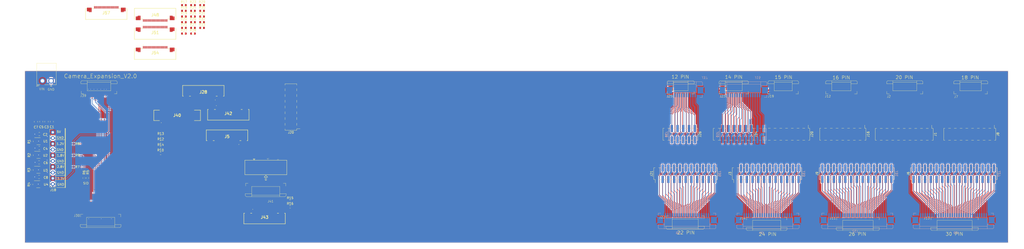
<source format=kicad_pcb>
(kicad_pcb (version 20241229) (generator "pcbnew") (generator_version "9.0")
  (layers (0 "F.Cu" jumper) (2 "B.Cu" signal) (13 "F.Paste" user) (15 "B.Paste" user) (5 "F.SilkS" user "F.Silkscreen") (7 "B.SilkS" user "B.Silkscreen") (1 "F.Mask" user) (3 "B.Mask" user) (25 "Edge.Cuts" user))
  (net 0 "")
  (net 1 "Net-(J1-Pin_15)")
  (net 2 "Net-(J1-Pin_3)")
  (net 3 "Net-(J1-Pin_8)")
  (net 4 "Net-(J1-Pin_2)")
  (net 5 "Net-(J1-Pin_13)")
  (net 6 "Net-(J1-Pin_12)")
  (net 7 "Net-(J1-Pin_6)")
  (net 8 "Net-(J1-Pin_5)")
  (net 9 "Net-(J1-Pin_10)")
  (net 10 "Net-(J1-Pin_14)")
  (net 11 "Net-(J1-Pin_1)")
  (net 12 "Net-(J1-Pin_7)")
  (net 13 "Net-(J1-Pin_9)")
  (net 14 "Net-(J1-Pin_4)")
  (net 15 "Net-(J1-Pin_11)")
  (net 16 "Net-(J1-Pin_18)")
  (net 17 "Net-(J1-Pin_19)")
  (net 18 "Net-(J1-Pin_16)")
  (net 19 "Net-(J1-Pin_17)")
  (net 20 "Net-(J1-Pin_20)")
  (net 21 "Net-(J7-Pin_4)")
  (net 22 "Net-(J7-Pin_12)")
  (net 23 "Net-(J7-Pin_7)")
  (net 24 "Net-(J7-Pin_9)")
  (net 25 "Net-(J7-Pin_15)")
  (net 26 "Net-(J7-Pin_2)")
  (net 27 "Net-(J7-Pin_17)")
  (net 28 "Net-(J7-Pin_5)")
  (net 29 "Net-(J7-Pin_1)")
  (net 30 "Net-(J7-Pin_14)")
  (net 31 "Net-(J14-Pin_17)")
  (net 32 "Net-(J14-Pin_2)")
  (net 33 "Net-(J3-Pin_24)")
  (net 34 "Net-(J14-Pin_22)")
  (net 35 "Net-(J14-Pin_11)")
  (net 36 "Net-(J14-Pin_6)")
  (net 37 "Net-(J14-Pin_10)")
  (net 38 "Net-(J14-Pin_20)")
  (net 39 "Net-(J14-Pin_7)")
  (net 40 "Net-(J3-Pin_23)")
  (net 41 "Net-(J14-Pin_18)")
  (net 42 "Net-(J14-Pin_1)")
  (net 43 "Net-(J14-Pin_14)")
  (net 44 "Net-(J14-Pin_3)")
  (net 45 "Net-(J14-Pin_21)")
  (net 46 "Net-(J14-Pin_16)")
  (net 47 "Net-(J14-Pin_9)")
  (net 48 "Net-(J14-Pin_8)")
  (net 49 "Net-(J14-Pin_15)")
  (net 50 "Net-(J14-Pin_19)")
  (net 51 "Net-(J14-Pin_5)")
  (net 52 "Net-(J14-Pin_13)")
  (net 53 "Net-(J14-Pin_12)")
  (net 54 "Net-(J14-Pin_4)")
  (net 55 "GND")
  (net 56 "Net-(J6-Pin_30)")
  (net 57 "Net-(J13-Pin_11)")
  (net 58 "Net-(J6-Pin_29)")
  (net 59 "Net-(J13-Pin_27)")
  (net 60 "Net-(J13-Pin_14)")
  (net 61 "Net-(J13-Pin_24)")
  (net 62 "Net-(J13-Pin_25)")
  (net 63 "Net-(J13-Pin_2)")
  (net 64 "Net-(J13-Pin_26)")
  (net 65 "Net-(J13-Pin_3)")
  (net 66 "Net-(J13-Pin_10)")
  (net 67 "Net-(J13-Pin_22)")
  (net 68 "Net-(J13-Pin_16)")
  (net 69 "Net-(J13-Pin_21)")
  (net 70 "Net-(J13-Pin_6)")
  (net 71 "Net-(J13-Pin_15)")
  (net 72 "Net-(J13-Pin_12)")
  (net 73 "Net-(J13-Pin_7)")
  (net 74 "Net-(J13-Pin_23)")
  (net 75 "Net-(J13-Pin_28)")
  (net 76 "Net-(J13-Pin_1)")
  (net 77 "Net-(J13-Pin_17)")
  (net 78 "Net-(J13-Pin_13)")
  (net 79 "Net-(J13-Pin_4)")
  (net 80 "Net-(J13-Pin_5)")
  (net 81 "Net-(J13-Pin_20)")
  (net 82 "Net-(J13-Pin_8)")
  (net 83 "Net-(J13-Pin_9)")
  (net 84 "Net-(J13-Pin_19)")
  (net 85 "Net-(J13-Pin_18)")
  (net 86 "Net-(J10-Pin_10)")
  (net 87 "Net-(J10-Pin_4)")
  (net 88 "Net-(J10-Pin_9)")
  (net 89 "Net-(J10-Pin_11)")
  (net 90 "Net-(J10-Pin_6)")
  (net 91 "Net-(J10-Pin_7)")
  (net 92 "Net-(J10-Pin_8)")
  (net 93 "Net-(J10-Pin_14)")
  (net 94 "Net-(J10-Pin_1)")
  (net 95 "Net-(J10-Pin_15)")
  (net 96 "Net-(J10-Pin_2)")
  (net 97 "Net-(J10-Pin_5)")
  (net 98 "Net-(J10-Pin_12)")
  (net 99 "Net-(J10-Pin_3)")
  (net 100 "Net-(J10-Pin_13)")
  (net 101 "Net-(J7-Pin_11)")
  (net 102 "Net-(J7-Pin_6)")
  (net 103 "Net-(J7-Pin_3)")
  (net 104 "Net-(J7-Pin_10)")
  (net 105 "Net-(J7-Pin_8)")
  (net 106 "Net-(J7-Pin_13)")
  (net 107 "Net-(J7-Pin_18)")
  (net 108 "Net-(J7-Pin_16)")
  (net 109 "Net-(J11-Pin_17)")
  (net 110 "Net-(J11-Pin_13)")
  (net 111 "Net-(J11-Pin_22)")
  (net 112 "Net-(J11-Pin_8)")
  (net 113 "Net-(J11-Pin_21)")
  (net 114 "Net-(J11-Pin_18)")
  (net 115 "Net-(J11-Pin_14)")
  (net 116 "Net-(J11-Pin_26)")
  (net 117 "Net-(J11-Pin_15)")
  (net 118 "Net-(J11-Pin_19)")
  (net 119 "Net-(J11-Pin_16)")
  (net 120 "Net-(J11-Pin_7)")
  (net 121 "Net-(J11-Pin_1)")
  (net 122 "Net-(J11-Pin_2)")
  (net 123 "Net-(J11-Pin_11)")
  (net 124 "Net-(J11-Pin_25)")
  (net 125 "Net-(J11-Pin_24)")
  (net 126 "Net-(J11-Pin_10)")
  (net 127 "Net-(J11-Pin_23)")
  (net 128 "Net-(J11-Pin_20)")
  (net 129 "Net-(J11-Pin_4)")
  (net 130 "Net-(J11-Pin_6)")
  (net 131 "Net-(J11-Pin_12)")
  (net 132 "Net-(J11-Pin_9)")
  (net 133 "Net-(J11-Pin_5)")
  (net 134 "Net-(J11-Pin_3)")
  (net 135 "VIN")
  (net 136 "VOUT_1.2")
  (net 137 "VOUT_1.8")
  (net 138 "VOUT_2.8")
  (net 143 "Net-(J21-Pin_19)")
  (net 144 "Net-(J21-Pin_16)")
  (net 145 "Net-(J21-Pin_22)")
  (net 146 "Net-(J21-Pin_21)")
  (net 147 "Net-(J21-Pin_15)")
  (net 148 "Net-(J21-Pin_11)")
  (net 149 "Net-(J21-Pin_18)")
  (net 150 "Net-(J21-Pin_6)")
  (net 151 "Net-(J21-Pin_4)")
  (net 152 "Net-(J21-Pin_13)")
  (net 153 "Net-(J21-Pin_7)")
  (net 154 "Net-(J21-Pin_12)")
  (net 155 "Net-(J21-Pin_8)")
  (net 156 "Net-(J21-Pin_17)")
  (net 157 "Net-(J21-Pin_9)")
  (net 158 "Net-(J21-Pin_2)")
  (net 159 "Net-(J21-Pin_5)")
  (net 160 "Net-(J21-Pin_10)")
  (net 161 "Net-(J21-Pin_20)")
  (net 162 "Net-(J21-Pin_1)")
  (net 163 "Net-(J21-Pin_14)")
  (net 164 "Net-(J21-Pin_3)")
  (net 165 "Net-(U1-EN)")
  (net 166 "Net-(U2-EN)")
  (net 167 "Net-(U3-EN)")
  (net 168 "Net-(U4-EN)")
  (net 169 "Net-(J12-Pin_15)")
  (net 170 "Net-(J12-Pin_4)")
  (net 171 "Net-(J12-Pin_10)")
  (net 172 "Net-(J12-Pin_3)")
  (net 173 "Net-(J12-Pin_6)")
  (net 174 "Net-(J12-Pin_5)")
  (net 175 "Net-(J12-Pin_8)")
  (net 176 "Net-(J12-Pin_14)")
  (net 177 "Net-(J12-Pin_7)")
  (net 178 "Net-(J12-Pin_12)")
  (net 179 "Net-(J12-Pin_2)")
  (net 180 "Net-(J12-Pin_9)")
  (net 181 "Net-(J12-Pin_13)")
  (net 182 "Net-(J12-Pin_16)")
  (net 183 "Net-(J12-Pin_1)")
  (net 184 "Net-(J12-Pin_11)")
  (net 185 "Net-(J19-Pin_4)")
  (net 186 "Net-(J19-Pin_1)")
  (net 187 "Net-(J19-Pin_8)")
  (net 188 "Net-(J19-Pin_3)")
  (net 189 "Net-(J19-Pin_7)")
  (net 190 "Net-(J19-Pin_12)")
  (net 191 "Net-(J19-Pin_5)")
  (net 192 "Net-(J19-Pin_10)")
  (net 193 "Net-(J19-Pin_6)")
  (net 194 "Net-(J19-Pin_2)")
  (net 195 "Net-(J19-Pin_11)")
  (net 196 "Net-(J19-Pin_9)")
  (net 197 "Net-(J19-Pin_15)")
  (net 198 "Net-(J19-Pin_14)")
  (net 199 "Net-(J19-Pin_13)")
  (net 201 "Net-(J23-Pin_8)")
  (net 202 "Net-(J23-Pin_9)")
  (net 203 "Net-(J23-Pin_7)")
  (net 204 "Net-(J23-Pin_5)")
  (net 205 "Net-(J23-Pin_10)")
  (net 206 "Net-(J23-Pin_6)")
  (net 207 "Net-(J23-Pin_13)")
  (net 208 "Net-(J23-Pin_4)")
  (net 209 "Net-(J23-Pin_14)")
  (net 210 "Net-(J23-Pin_12)")
  (net 211 "Net-(J23-Pin_11)")
  (net 212 "Net-(J23-Pin_2)")
  (net 213 "Net-(J23-Pin_1)")
  (net 214 "Net-(J23-Pin_3)")
  (net 215 "Net-(J25-Pin_8)")
  (net 216 "Net-(J25-Pin_12)")
  (net 217 "Net-(J25-Pin_4)")
  (net 218 "Net-(J25-Pin_1)")
  (net 219 "Net-(J25-Pin_3)")
  (net 220 "Net-(J25-Pin_2)")
  (net 221 "Net-(J25-Pin_6)")
  (net 222 "Net-(J25-Pin_9)")
  (net 223 "Net-(J25-Pin_5)")
  (net 224 "Net-(J25-Pin_10)")
  (net 225 "Net-(J25-Pin_11)")
  (net 226 "Net-(J25-Pin_7)")
  (net 227 "/MCP")
  (net 228 "/MDP1")
  (net 229 "/MDN0")
  (net 230 "/MCLK")
  (net 231 "/MDP0")
  (net 232 "/MIPI_I2C_SCL")
  (net 233 "/MIPI_I2C_SDA")
  (net 234 "/MDN1")
  (net 235 "/MCN")
  (net 236 "VCC_3V3")
  (net 237 "/MIPI_LVDS_RST")
  (net 238 "/MDP3")
  (net 239 "DVDD")
  (net 240 "AVDD")
  (net 241 "/MDP2")
  (net 242 "/PWDN")
  (net 244 "/MDN2")
  (net 246 "/MDN3")
  (net 247 "/SID")
  (net 248 "DOVDD")
  (net 249 "/GPIO3")
  (net 250 "Net-(J27-Pin_25)")
  (net 251 "Net-(J27-Pin_21)")
  (net 252 "Net-(J27-Pin_10)")
  (net 253 "Net-(J27-Pin_16)")
  (net 254 "Net-(J27-Pin_19)")
  (net 255 "Net-(J27-Pin_18)")
  (net 256 "Net-(J27-Pin_29)")
  (net 257 "Net-(J27-Pin_8)")
  (net 258 "Net-(J27-Pin_30)")
  (net 259 "Net-(J27-Pin_9)")
  (net 260 "Net-(J27-Pin_6)")
  (net 261 "Net-(J27-Pin_26)")
  (net 262 "Net-(J27-Pin_5)")
  (net 263 "Net-(J27-Pin_27)")
  (net 264 "Net-(J27-Pin_7)")
  (net 265 "Net-(J27-Pin_1)")
  (net 266 "Net-(J27-Pin_23)")
  (net 267 "Net-(J27-Pin_4)")
  (net 268 "Net-(J27-Pin_15)")
  (net 269 "Net-(J27-Pin_17)")
  (net 270 "Net-(J27-Pin_11)")
  (net 271 "Net-(J27-Pin_20)")
  (net 272 "Net-(J27-Pin_22)")
  (net 273 "Net-(J27-Pin_12)")
  (net 274 "Net-(J27-Pin_14)")
  (net 275 "Net-(J27-Pin_28)")
  (net 276 "Net-(J27-Pin_2)")
  (net 277 "Net-(J27-Pin_24)")
  (net 278 "Net-(J27-Pin_3)")
  (net 279 "Net-(J27-Pin_13)")
  (net 280 "Net-(J31-Pin_3)")
  (net 281 "Net-(J31-Pin_26)")
  (net 282 "Net-(J31-Pin_4)")
  (net 283 "Net-(J31-Pin_16)")
  (net 284 "Net-(J31-Pin_21)")
  (net 285 "Net-(J31-Pin_8)")
  (net 286 "Net-(J31-Pin_23)")
  (net 287 "Net-(J31-Pin_2)")
  (net 288 "Net-(J31-Pin_20)")
  (net 289 "Net-(J31-Pin_19)")
  (net 290 "Net-(J31-Pin_7)")
  (net 291 "Net-(J31-Pin_25)")
  (net 292 "Net-(J31-Pin_9)")
  (net 293 "Net-(J31-Pin_24)")
  (net 294 "Net-(J31-Pin_22)")
  (net 295 "Net-(J31-Pin_10)")
  (net 296 "Net-(J31-Pin_15)")
  (net 297 "Net-(J31-Pin_1)")
  (net 298 "Net-(J31-Pin_17)")
  (net 299 "Net-(J31-Pin_14)")
  (net 300 "Net-(J31-Pin_11)")
  (net 301 "Net-(J31-Pin_12)")
  (net 302 "Net-(J31-Pin_5)")
  (net 303 "Net-(J31-Pin_18)")
  (net 304 "Net-(J31-Pin_6)")
  (net 305 "Net-(J31-Pin_13)")
  (net 306 "Net-(J33-Pin_4)")
  (net 307 "Net-(J33-Pin_16)")
  (net 308 "Net-(J33-Pin_8)")
  (net 309 "Net-(J33-Pin_19)")
  (net 310 "Net-(J33-Pin_10)")
  (net 311 "Net-(J33-Pin_21)")
  (net 312 "Net-(J33-Pin_2)")
  (net 313 "Net-(J33-Pin_7)")
  (net 314 "Net-(J33-Pin_1)")
  (net 315 "Net-(J33-Pin_12)")
  (net 316 "Net-(J33-Pin_22)")
  (net 317 "Net-(J33-Pin_18)")
  (net 318 "Net-(J33-Pin_6)")
  (net 319 "Net-(J33-Pin_17)")
  (net 320 "Net-(J33-Pin_3)")
  (net 321 "Net-(J33-Pin_20)")
  (net 322 "Net-(J33-Pin_9)")
  (net 323 "Net-(J33-Pin_15)")
  (net 324 "Net-(J33-Pin_13)")
  (net 325 "Net-(J33-Pin_11)")
  (net 326 "Net-(J33-Pin_14)")
  (net 327 "Net-(J33-Pin_5)")
  (net 328 "Net-(J35-Pin_9)")
  (net 329 "Net-(J35-Pin_1)")
  (net 330 "Net-(J35-Pin_4)")
  (net 331 "Net-(J35-Pin_16)")
  (net 332 "Net-(J35-Pin_3)")
  (net 333 "Net-(J35-Pin_12)")
  (net 334 "Net-(J35-Pin_11)")
  (net 335 "Net-(J35-Pin_10)")
  (net 336 "Net-(J35-Pin_19)")
  (net 337 "Net-(J35-Pin_20)")
  (net 338 "Net-(J35-Pin_7)")
  (net 339 "Net-(J35-Pin_6)")
  (net 340 "Net-(J35-Pin_2)")
  (net 341 "Net-(J35-Pin_14)")
  (net 342 "Net-(J35-Pin_18)")
  (net 343 "Net-(J35-Pin_13)")
  (net 344 "Net-(J35-Pin_17)")
  (net 345 "Net-(J35-Pin_8)")
  (net 346 "Net-(J35-Pin_15)")
  (net 347 "Net-(J35-Pin_5)")
  (net 348 "Net-(J37-Pin_4)")
  (net 349 "Net-(J37-Pin_3)")
  (net 350 "Net-(J37-Pin_9)")
  (net 351 "Net-(J37-Pin_1)")
  (net 352 "Net-(J37-Pin_8)")
  (net 353 "Net-(J37-Pin_5)")
  (net 354 "Net-(J37-Pin_2)")
  (net 355 "Net-(J37-Pin_7)")
  (net 356 "Net-(J37-Pin_10)")
  (net 357 "Net-(J37-Pin_6)")
  (net 359 "/+3V3")
  (net 360 "/I2C_SDA0")
  (net 361 "/CSI0_D2P")
  (net 362 "/CSI0_D0P")
  (net 363 "/I2C_SCL0")
  (net 364 "/CSI0_CLKP")
  (net 365 "/CSI0_CLKN")
  (net 366 "/CSI0_D3P")
  (net 367 "/CSI0_D3N")
  (net 368 "/CSI0_D2N")
  (net 369 "/CSI0_D1N")
  (net 370 "/CSI0_D1P")
  (net 371 "/GPIO2")
  (net 372 "/CSI0_D0N")
  (net 373 "/CSI2_CLK_N")
  (net 374 "DGND")
  (net 376 "/CSI2_D1_P")
  (net 377 "/EXT_XVCLK")
  (net 378 "/CSI2_D0_P")
  (net 380 "/CSI2_CLK_P")
  (net 381 "/CSI2_D1_N")
  (net 382 "/CSI2_D0_N")
  (net 383 "Net-(J5-Pin_22)")
  (net 386 "VDD_3V3")
  (net 387 "3V3")
  (net 388 "/FSIN")
  (net 392 "Net-(J28-Pin_1)")
  (net 395 "/CSI0_RXCLK_N")
  (net 397 "/CSI0_RXCLK_P")
  (net 405 "/CAM0_I2C_SDA")
  (net 407 "/CSI0_RX1_N")
  (net 408 "/CAM0_GPIO1")
  (net 410 "/CSI0_RX0_N")
  (net 415 "/CAM0_GPIO2")
  (net 417 "/CAM0_I2C_SCL")
  (net 418 "/CSI0_RX0_P")
  (net 419 "/CSI0_RX1_P")
  (net 420 "Net-(J40-Pin_29)")
  (net 422 "AVDD2V8_DVP")
  (net 423 "/MIPI_CSI_RX_D1P")
  (net 427 "AF2V8")
  (net 435 "/CAMERAF_RST_L")
  (net 437 "/GPIO4_B5_d_1V8")
  (net 438 "/I2C4_SCL_M0_1V8")
  (net 440 "/I2C4_SDA_M0_1V8")
  (net 441 "/MIPI_CSI_RX_D1N")
  (net 443 "/CSI_D3_N")
  (net 444 "/CSI_D0_N")
  (net 445 "/CSI_D3_P")
  (net 446 "/I2C_SDA")
  (net 447 "/CSI_C_N")
  (net 448 "/CSI_D1_P")
  (net 449 "/CSI_D1_N")
  (net 450 "Net-(J42-Pin_1)")
  (net 451 "/CSI_C_P")
  (net 452 "/I2C_SCL")
  (net 453 "/CSI_D0_P")
  (net 454 "/CSI_D2_P")
  (net 455 "/CSI_D2_N")
  (net 456 "Net-(J43-Pin_1)")
  (net 457 "Net-(J48-Pin_1)")
  (net 458 "Net-(J51-Pin_1)")
  (net 459 "Net-(J54-Pin_1)")
  (net 460 "Net-(J57-Pin_1)")
  (net 461 "Net-(J40-Pin_2)")
  (net 462 "VCC")
  (net 463 "Net-(J44-Pin_1)")
  (net 464 "Net-(J45-Pin_29)")
  (net 465 "Net-(J46-Pin_1)")
  (net 466 "Net-(J47-Pin_29)")
  (net 467 "Net-(J49-Pin_1)")
  (net 468 "Net-(J50-Pin_29)")
  (net 469 "Net-(J52-Pin_1)")
  (net 470 "Net-(J53-Pin_29)")
  (net 471 "Net-(J55-Pin_1)")
  (net 472 "Net-(J56-Pin_29)")
  (net 473 "Net-(J58-Pin_1)")
  (net 474 "Net-(J59-Pin_29)")
  (net 475 "Net-(J60-Pin_1)")
  (footprint "Connector_PinHeader_2.54mm:PinHeader_2x08_P2.54mm_Vertical_SMD" (layer "F.Cu") (at 174.16375 78.44375 180)
    (property "Reference" "J20")
    (property "Value" "PinHeader_2x8_P2.54mm_Vertical_MALE_SMD")
  )
  (footprint "Resistor_SMD:R_0402_1005Metric" (layer "F.Cu") (at 116.63375 96.27125)
    (property "Reference" "R14")
    (property "Value" "0R")
  )
  (footprint "Capacitor_SMD:C_0805_2012Metric" (layer "F.Cu") (at 62.91 109.325 180)
    (property "Reference" "C8")
    (property "Value" "10uF" (hide yes))
  )
  (footprint "Package_TO_SOT_SMD:SOT-23-5" (layer "F.Cu") (at 62.69 93.515)
    (property "Reference" "U1")
    (property "Value" "RT9080-12GJ5" (hide yes))
  )
  (footprint "Resistor_SMD:R_0603_1608Metric" (layer "F.Cu") (at 77.4075 94.6825 180)
    (property "Reference" "R8")
    (property "Value" "0R")
  )
  (footprint "Connector_PinHeader_2.54mm:PinHeader_2x10_P2.54mm_Vertical_SMD" (layer "F.Cu") (at 445.09875 90.505 -90)
    (property "Reference" "J1")
    (property "Value" "PinHeader_2x10_P2.54mm_Vertical_MALE_SMD")
  )
  (footprint "Footprint Library:FFC SOCKET DR_DWN 0.5MM-30P" (layer "F.Cu") (at 467.31875 127.22)
    (property "Reference" "J13")
    (property "Value" "FPC-05F-30PH20")
  )
  (footprint "Resistor_SMD:R_0603_1608Metric" (layer "F.Cu") (at 130.90875 40.97125)
    (property "Reference" "R26")
    (property "Value" "0R")
  )
  (footprint "Resistor_SMD:R_0603_1608Metric" (layer "F.Cu") (at 134.91875 33.44125)
    (property "Reference" "R29")
    (property "Value" "0R")
  )
  (footprint "Resistor_SMD:R_0603_1608Metric" (layer "F.Cu") (at 126.89875 35.95125)
    (property "Reference" "R18")
    (property "Value" "0R")
  )
  (footprint "Footprint Library:KF2EDGH-3.81-2P" (layer "F.Cu") (at 68.2325 66.8675 180)
    (property "Reference" "J17")
    (property "Value" "KF2EDGH-3.81-2P- Right Angle" (hide yes))
  )
  (footprint "Connector_PinHeader_2.54mm:PinHeader_2x12_P2.54mm_Vertical_SMD" (layer "F.Cu") (at 384.455 107.8575 90)
    (property "Reference" "J3")
    (property "Value" "PinHeader_2x12_P2.54mm_Vertical_MALE_SMD")
  )
  (footprint "Footprint Library:F32R1A7H111022" (layer "F.Cu") (at 146.50375 81.87125)
    (property "Reference" "J42")
    (property "Value" "FFC SOCKET DR_BOTTOM 0.5MM -22P" (hide yes))
  )
  (footprint "Capacitor_SMD:C_0805_2012Metric" (layer "F.Cu") (at 63.88 84.885 -90)
    (property "Reference" "C5")
    (property "Value" "10uF" (hide yes))
  )
  (footprint "Footprint Library:F32R1A7H111022" (layer "F.Cu") (at 114.19375 37.21025 180)
    (property "Reference" "J48")
    (property "Value" "FFC SOCKET DR_BOTTOM 0.5MM -22P" (hide yes))
  )
  (footprint "Package_TO_SOT_SMD:SOT-23-5" (layer "F.Cu") (at 62.61 106.145)
    (property "Reference" "U3")
    (property "Value" "RT9080-28GJ5" (hide yes))
  )
  (footprint "Resistor_SMD:R_0603_1608Metric" (layer "F.Cu") (at 126.89875 43.48125)
    (property "Reference" "R21")
    (property "Value" "0R")
  )
  (footprint "Resistor_SMD:R_0603_1608Metric" (layer "F.Cu") (at 77.3775 104.8625 180)
    (property "Reference" "R7")
    (property "Value" "0R")
  )
  (footprint "Connector_PinHeader_2.54mm:PinHeader_2x15_P2.54mm_Vertical_SMD" (layer "F.Cu") (at 466.995 107.8575 90)
    (property "Reference" "J6")
    (property "Value" "PinHeader_2x15_P2.54mm_Vertical_MALE_SMD")
  )
  (footprint "Resistor_SMD:R_0603_1608Metric" (layer "F.Cu") (at 77.4275 99.7925 180)
    (property "Reference" "R9")
    (property "Value" "0R")
  )
  (footprint "Capacitor_SMD:C_0805_2012Metric" (layer "F.Cu") (at 68.54 84.895 -90)
    (property "Reference" "C1")
    (property "Value" "10uF" (hide yes))
  )
  (footprint "Footprint Library:FFC SOCKET DR_DWN 0.5MM -22P" (layer "F.Cu") (at 348.34875 127.22)
    (property "Reference" "J22")
    (property "Value" "FPC-05F-22PH20")
  )
  (footprint "Footprint Library:F32R1A7H111022" (layer "F.Cu") (at 114.19375 55.05825)
    (property "Reference" "J54")
    (property "Value" "FFC SOCKET DR_BOTTOM 0.5MM -22P" (hide yes))
  )
  (footprint "Resistor_SMD:R_0603_1608Metric" (layer "F.Cu") (at 130.90875 33.44125)
    (property "Reference" "R23")
    (property "Value" "0R")
  )
  (footprint "Resistor_SMD:R_0603_1608Metric" (layer "F.Cu") (at 134.91875 35.95125)
    (property "Reference" "R30")
    (property "Value" "0R")
  )
  (footprint "Capacitor_SMD:C_0805_2012Metric" (layer "F.Cu") (at 63.01 96.575 180)
    (property "Reference" "C4")
    (property "Value" "10uF" (hide yes))
  )
  (footprint "Resistor_SMD:R_0603_1608Metric" (layer "F.Cu") (at 126.89875 40.97125)
    (property "Reference" "R20")
    (property "Value" "0R")
  )
  (footprint "Resistor_SMD:R_0603_1608Metric" (layer "F.Cu") (at 116.58875 98.93325)
    (property "Reference" "R10")
    (property "Value" "DNP")
  )
  (footprint "Connector_PinHeader_2.54mm:PinHeader_1x10_P2.54mm_Vertical" (layer "F.Cu") (at 68.97 89.605)
    (property "Reference" "J18")
    (property "Value" "PinHeader_1x10_P2.54mm_Vertical_MALE_TH" (hide yes))
  )
  (footprint "Connector_PinHeader_2.54mm:PinHeader_2x08_P2.54mm_Vertical_SMD" (layer "F.Cu") (at 417.96375 90.465 -90)
    (property "Reference" "J16")
    (property "Value" "PinHeader_2x8_P2.54mm_Vertical_MALE_SMD")
  )
  (footprint "Resistor_SMD:R_0603_1608Metric" (layer "F.Cu") (at 173.81375 120.02625)
    (property "Reference" "R15")
    (property "Value" "0R")
  )
  (footprint "Resistor_SMD:R_0603_1608Metric" (layer "F.Cu") (at 134.91875 43.48125)
    (property "Reference" "R33")
    (property "Value" "0R")
  )
  (footprint "Resistor_SMD:R_0603_1608Metric" (layer "F.Cu") (at 134.91875 38.46125)
    (property "Reference" "R31")
    (property "Value" "0R")
  )
  (footprint "Resistor_SMD:R_0603_1608Metric" (layer "F.Cu") (at 130.90875 45.99125)
    (property "Reference" "R28")
    (property "Value" "0R")
  )
  (footprint "Resistor_SMD:R_0603_1608Metric" (layer "F.Cu") (at 126.89875 45.99125)
    (property "Reference" "R22")
    (property "Value" "0R")
  )
  (footprint "Footprint Library:FFC SOCKET DR_DWN 0.5MM -20P" (layer "F.Cu") (at 444.84375 71.98 180)
    (property "Reference" "J2")
    (property "Value" "FPC-05F-20PH20")
  )
  (footprint "Resistor_SMD:R_0402_1005Metric" (layer "F.Cu") (at 116.63375 91.37125)
    (property "Reference" "R13")
    (property "Value" "0R")
  )
  (footprint "Footprint Library:F32R1A7H111022" (layer "F.Cu") (at 92.59375 37.40625)
    (property "Reference" "J57")
    (property "Value" "FFC SOCKET DR_BOTTOM 0.5MM -22P" (hide yes))
  )
  (footprint "Connector_PinHeader_2.54mm:PinHeader_2x07_P2.54mm_Vertical_SMD" (layer "F.Cu") (at 369.72875 90.485 -90)
    (property "Reference" "J24")
    (property "Value" "PinHeader_2x7_P2.54mm_Vertical_MALE_SMD")
  )
  (footprint "Footprint Library:FFC SOCKET DR_DWN 0.5MM-24P" (layer "F.Cu") (at 89.6175 125.9025)
    (property "Reference" "J30")
    (property "Value" "FPC-05F-24PH20")
  )
  (footprint "Connector_PinHeader_2.54mm:PinHeader_2x06_P2.54mm_Vertical_SMD" (layer "F.Cu") (at 346.20875 90.465 -90)
    (property "Reference" "J26")
    (property "Value" "PinHeader_2x6_P2.54mm_Vertical_MALE_SMD")
  )
  (footprint "Package_TO_SOT_SMD:SOT-23-5" (layer "F.Cu") (at 62.6625 99.605)
    (property "Reference" "U2")
    (property "Value" "RT9080-18GJ5" (hide yes))
  )
  (footprint "Footprint Library:52435-2271" (layer "F.Cu") (at 163.10595 105.12395)
    (property "Reference" "J4")
    (property "Value" "52435-2271" (hide yes))
  )
  (footprint "Connector_PinHeader_2.54mm:PinHeader_2x13_P2.54mm_Vertical_SMD" (layer "F.Cu") (at 424.175 107.8575 90)
    (property "Reference" "J9")
    (property "Value" "PinHeader_2x13_P2.54mm_Vertical_MALE_SMD")
  )
  (footprint "Footprint Library:FFC SOCKET DR_DWN 0.5MM-24P" (layer "F.Cu") (at 162.53375 112.25125)
    (property "Reference" "J41")
    (property "Value" "FPC-05F-24PH20")
  )
  (footprint "Capacitor_SMD:C_0805_2012Metric" (layer "F.Cu") (at 63.02 90.415 180)
    (property "Reference" "C2")
    (property "Value" "10uF" (hide yes))
  )
  (footprint "Connector_PinHeader_2.54mm:PinHeader_2x09_P2.54mm_Vertical_SMD" (layer "F.Cu") (at 474.01875 90.485 -90)
    (property "Reference" "J8")
    (property "Value" "PinHeader_2x9_P2.54mm_Vertical_MALE_SMD")
  )
  (footprint "Footprint Library:FFC SOCKET DR_DWN 0.5MM -18P" (layer "F.Cu") (at 473.45125 71.98 180)
    (property "Reference" "J7")
    (property "Value" "FPC-05F-18PH20")
  )
  (footprint "Footprint Library:F32R1A7H111022" (layer "F.Cu") (at 135.47375 71.27125 180)
    (property "Reference" "J28")
    (property "Value" "FFC SOCKET DR_BOTTOM 0.5MM -22P" (hide yes))
  )
  (footprint "Connector_PinHeader_2.54mm:PinHeader_2x08_P2.54mm_Vertical_SMD" (layer "F.Cu") (at 393.10875 90.465 -90)
    (property "Reference" "J20")
    (property "Value" "PinHeader_2x8_P2.54mm_Vertical_MALE_SMD")
  )
  (footprint "Footprint Library:FFC SOCKET DR_DWN 0.5MM -12P" (layer "F.Cu") (at 343.85125 71.98 180)
    (property "Reference" "J25")
    (property "Value" "FPC-05F-12PH20")
  )
  (footprint "Footprint Library:117342485" (layer "F.Cu") (at 123.91375 82.11625 180)
    (property "Reference" "J40")
    (property "Value" "117342485" (hide yes))
  )
  (footprint "Footprint Library:F32R1A7H111022" (layer "F.Cu") (at 162.53375 127.69625)
    (property "Reference" "J43")
    (property "Value" "FFC SOCKET DR_BOTTOM 0.5MM -22P" (hide yes))
  )
  (footprint "Resistor_SMD:R_0603_1608Metric" (layer "F.Cu") (at 134.91875 40.97125)
    (property "Reference" "R32")
    (property "Value" "0R")
  )
  (footprint "Footprint Library:FFC SOCKET DR_DWN 0.5MM-24P" (layer "F.Cu") (at 383.82875 127.22)
    (property "Reference" "J14")
    (property "Value" "FPC-05F-24PH20")
  )
  (footprint "Footprint Library:F32R1A7H111022" (layer "F.Cu") (at 145.95375 90.92125 180)
    (property "Reference" "J5")
    (property "Value" "FFC SOCKET DR_BOTTOM 0.5MM -22P" (hide yes))
  )
  (footprint "Resistor_SMD:R_0603_1608Metric" (layer "F.Cu") (at 126.89875 38.46125)
    (property "Reference" "R19")
    (property "Value" "0R")
  )
  (footprint "Connector_PinHeader_2.54mm:PinHeader_2x11_P2.54mm_Vertical_SMD" (layer "F.Cu") (at 348.525 107.8575 90)
    (property "Reference" "J21")
    (property "Value" "PinHeader_2x11_P2.54mm_Vertical_MALE_SMD")
  )
  (footprint "Resistor_SMD:R_0603_1608Metric" (layer "F.Cu") (at 130.90875 43.48125)
    (property "Reference" "R27")
    (property "Value" "0R")
  )
  (footprint "Resistor_SMD:R_0603_1608Metric" (layer "F.Cu") (at 59.78 93.635 -90)
    (property "Reference" "R1")
    (property "Value" "5K" (hide yes))
  )
  (footprint "Footprint Library:FFC SOCKET DR_DWN 0.5MM-26P" (layer "F.Cu") (at 424.10125 127.22)
    (property "Reference" "J11")
    (property "Value" "FPC-05F-26PH20")
  )
  (footprint "Resistor_SMD:R_0603_1608Metric" (layer "F.Cu") (at 130.90875 38.46125)
    (property "Reference" "R25")
    (property "Value" "0R")
  )
  (footprint "Resistor_SMD:R_0603_1608Metric" (layer "F.Cu") (at 59.81 99.725 -90)
    (property "Reference" "R2")
    (property "Value" "5K" (hide yes))
  )
  (footprint "Resistor_SMD:R_0603_1608Metric" (layer "F.Cu") (at 130.90875 35.95125)
    (property "Reference" "R24")
    (property "Value" "0R")
  )
  (footprint "Footprint Library:FFC SOCKET DR_DWN 0.5MM -14P" (layer "F.Cu") (at 367.77375 71.9775 180)
    (property "Reference" "J23")
    (property "Value" "FPC-05F-14PH20")
  )
  (footprint "Resistor_SMD:R_0402_1005Metric" (layer "F.Cu") (at 116.63375 93.79125)
    (property "Reference" "R12")
    (property "Value" "0R")
  )
  (footprint "Resistor_SMD:R_0603_1608Metric" (layer "F.Cu") (at 82.8175 109.8125 90)
    (property "Reference" "R6")
    (property "Value" "DNP")
  )
  (footprint "Resistor_SMD:R_0603_1608Metric" (layer "F.Cu") (at 59.67 112.64 -90)
    (property "Reference" "R4")
    (property "Value" "5K" (hide yes))
  )
  (footprint "Capacitor_SMD:C_0805_2012Metric" (layer "F.Cu") (at 61.52 84.925 -90)
    (property "Reference" "C7")
    (property "Value" "10uF" (hide yes))
  )
  (footprint "Footprint Library:FFC SOCKET DR_DWN 0.5MM -15P" (layer "F.Cu") (at 389.90625 71.98 180)
    (property "Reference" "J19")
    (property "Value" "FPC-05F-15PH20")
  )
  (footprint "Resistor_SMD:R_0603_1608Metric" (layer "F.Cu") (at 173.81375 122.53625)
    (property "Reference" "R16")
    (property "Value" "0R")
  )
  (footprint "Footprint Library:F32R1A7H111022" (layer "F.Cu") (at 114.19375 46.13425)
    (property "Reference" "J51")
    (property "Value" "FFC SOCKET DR_BOTTOM 0.5MM -22P" (hide yes))
  )
  (footprint "Footprint Library:FFC SOCKET DR_DWN 0.5MM -16P" (layer "F.Cu") (at 415.83625 71.98 180)
    (property "Reference" "J12")
    (property "Value" "FPC-05F-16PH20")
  )
  (footprint "Resistor_SMD:R_0603_1608Metric" (layer "F.Cu") (at 59.74 106.275 -90)
    (property "Reference" "R3")
    (property "Value" "5K" (hide yes))
  )
  (footprint "Capacitor_SMD:C_0805_2012Metric" (layer "F.Cu") (at 62.91 102.875 180)
    (property "Reference" "C6")
    (property "Value" "10uF" (hide yes))
  )
  (footprint "Footprint Library:FFC SOCKET DR_DWN 0.5MM -20P" (layer "F.Cu") (at 89.3978 72.0313 180)
    (property "Reference" "J39")
    (property "Value" "FPC-05F-20PH20")
  )
  (footprint "Resistor_SMD:R_0603_1608Metric" (layer "F.Cu") (at 126.89875 33.44125)
    (property "Reference" "R17")
    (property "Value" "0R")
  )
  (footprint "Resistor_SMD:R_0603_1608Metric" (layer "F.Cu") (at 84.3675 109.8025 -90)
    (property "Reference" "R5")
    (property "Value" "0R")
  )
  (footprint "Package_TO_SOT_SMD:SOT-23-5" (layer "F.Cu") (at 62.5525 112.515)
    (property "Reference" "U4")
    (property "Value" "RT9080-33GJ5" (hide yes))
  )
  (footprint "Capacitor_SMD:C_0805_2012Metric" (layer "F.Cu") (at 66.22 84.895 -90)
    (property "Reference" "C3")
    (property "Value" "10uF" (hide yes))
  )
  (footprint "Library:AFA07-S10ECA-00" (layer "B.Cu") (at 343.73875 72.2975)
    (property "Reference" "J37")
    (property "Value" "AFA07-S10ECA-00")
  )
  (footprint "Connector_PinHeader_2.54mm:PinHeader_2x13_P2.54mm_Vertical_SMD" (layer "B.Cu") (at 424.18875 107.835 90)
    (property "Reference" "J31")
    (property "Value" "PinHeader_2x13_P2.54mm_Vertical_MALE_SMD")
  )
  (footprint "Library:AFA07-S15ECA-00" (layer "B.Cu") (at 367.20875 72.2975)
    (property "Reference" "J15")
    (property "Value" "AFA07-S15ECA-00")
  )
  (footprint "Library:AFA07-S20ECA-00" (layer "B.Cu") (at 358.64875 127.1525 180)
    (property "Reference" "J36")
    (property "Value" "AFA07-S20ECA-00")
  )
  (footprint "Connector_PinHeader_2.54mm:PinHeader_2x08_P2.54mm_Vertical_SMD" (layer "B.Cu") (at 373.89875 90.495 -90)
    (property "Reference" "J10")
    (property "Value" "PinHeader_2x08_P2.54mm_Vertical_MALE_SMD")
  )
  (footprint "Library:AFA07-S26ECA-00" (layer "B.Cu") (at 436.8675 127.1525 180)
    (property "Reference" "J32")
    (property "Value" "AFA07-S26ECA-00")
  )
  (footprint "Connector_PinHeader_2.54mm:PinHeader_2x15_P2.54mm_Vertical_SMD" (layer "B.Cu") (at 466.995 107.8675 90)
    (property "Reference" "J27")
    (property "Value" "PinHeader_2x15_P2.54mm_Vertical_MALE_SMD")
  )
  (footprint "Connector_PinHeader_2.54mm:PinHeader_2x11_P2.54mm_Vertical_SMD" (layer "B.Cu") (at 385.72875 107.875 90)
    (property "Reference" "J33")
    (property "Value" "PinHeader_2x11_P2.54mm_Vertical_MALE_SMD")
  )
  (footprint "Connector_PinHeader_2.54mm:PinHeader_2x10_P2.54mm_Vertical_SMD" (layer "B.Cu") (at 349.81875 107.885 90)
    (property "Reference" "J35")
    (property "Value" "PinHeader_2x10_P2.54mm_Vertical_MALE_SMD")
  )
  (footprint "Connector_PinHeader_2.54mm:PinHeader_2x05_P2.54mm_Vertical_SMD" (layer "B.Cu") (at 347.49875 90.485 -90)
    (property "Reference" "J38")
    (property "Value" "PinHeader_2x5_P2.54mm_Vertical_MALE_SMD")
  )
  (footprint "Library:AFA07-S22ECA-00" (layer "B.Cu") (at 395.37875 127.1525 180)
    (property "Reference" "J34")
    (property "Value" "AFA07-S22ECA-00")
  )
  (footprint "Library:AFA07-S30ECA-00" (layer "B.Cu") (at 452.355 127.1525 180)
    (property "Reference" "J29")
    (property "Value" "AFA07-S30ECA-00")
  )
  (gr_line (start 70.79 92.865) (end 74.31 92.865) (stroke (width 0.15)) (layer "F.SilkS"))
  (gr_line (start 70.34 103.555) (end 74.35 103.555) (stroke (width 0.15)) (layer "F.SilkS"))
  (gr_line (start 70.32 98.515) (end 74.35 98.515) (stroke (width 0.15)) (layer "F.SilkS"))
  (gr_line (start 74.4875 87.9325) (end 74.4875 114.0025) (stroke (width 0.36)) (layer "F.SilkS"))
  (gr_line (start 70.32 108.575) (end 74.31 108.575) (stroke (width 0.15)) (layer "F.SilkS"))
  (gr_line (start 70.7025 113.9925) (end 74.4125 113.9925) (stroke (width 0.15)) (layer "F.SilkS"))
  (gr_rect (start 56.6275 62.4775) (end 491.0275 138.4275) (stroke (width 0.1)) (fill no) (layer "Edge.Cuts"))
  (gr_text "18 PIN" (at 470.2025 66.3025 0) (layer "F.SilkS") (effects (font (size 1.5 1.5)) (justify left bottom)))
  (gr_text "GND" (at 70.74 102.975 0) (layer "F.SilkS") (effects (font (size 1 1)) (justify left bottom)))
  (gr_text "24 PIN" (at 380.745 135.51 0) (layer "F.SilkS") (effects (font (size 1.5 1.5)) (justify left bottom)))
  (gr_text "GND" (at 68.1975 70.6775 0) (layer "F.SilkS") (effects (font (size 1 1) (thickness 0.1))))
  (gr_text "SID" (at 82.2875 112.7025 0) (layer "F.SilkS") (effects (font (size 1 1) (thickness 0.125) (bold yes)) (justify left bottom)))
  (gr_text "GND" (at 70.74 107.965 0) (layer "F.SilkS") (effects (font (size 1 1)) (justify left bottom)))
  (gr_text "GND" (at 70.57 97.905 0) (layer "F.SilkS") (effects (font (size 1 1)) (justify left bottom)))
  (gr_text "14 PIN" (at 365.7925 66.0725 0) (layer "F.SilkS") (effects (font (size 1.5 1.5)) (justify left bottom)))
  (gr_text "VIN" (at 64.1575 70.4975 0) (layer "F.SilkS") (effects (font (size 1 1) (thickness 0.1))))
  (gr_text "2.8V" (at 70.69 105.425 0) (layer "F.SilkS") (effects (font (size 1 1)) (justify left bottom)))
  (gr_text "GND" (at 70.83 113.225 0) (layer "F.SilkS") (effects (font (size 1 1)) (justify left bottom)))
  (gr_text "20 PIN" (at 441.1625 66.2225 0) (layer "F.SilkS") (effects (font (size 1.5 1.5)) (justify left bottom)))
  (gr_text "22 PIN" (at 344.675 134.79 0) (layer "F.SilkS") (effects (font (size 1.5 1.5)) (justify left bottom)))
  (gr_text "1.2V" (at 70.56 95.295 0) (layer "F.SilkS") (effects (font (size 1 1)) (justify left bottom)))
  (gr_text "12 PIN" (at 342.1825 66.0025 0) (layer "F.SilkS") (effects (font (size 1.5 1.5)) (justify left bottom)))
  (gr_text "3.3V" (at 70.78 110.685 0) (layer "F.SilkS") (effects (font (size 1 1)) (justify left bottom)))
  (gr_text "5V" (at 70.63 89.975 0) (layer "F.SilkS") (effects (font (size 1 1)) (justify left bottom)))
  (gr_text "15 PIN" (at 387.7725 66.1725 0) (layer "F.SilkS") (effects (font (size 1.5 1.5)) (justify left bottom)))
  (gr_text "16 PIN" (at 413.3025 66.3225 0) (layer "F.SilkS") (effects (font (size 1.5 1.5)) (justify left bottom)))
  (gr_text "30 PIN" (at 463.275 135.4 0) (layer "F.SilkS") (effects (font (size 1.5 1.5)) (justify left bottom)))
  (gr_text "GND" (at 70.64 92.585 0) (layer "F.SilkS") (effects (font (size 1 1)) (justify left bottom)))
  (gr_text "26 PIN" (at 420.445 135.41 0) (layer "F.SilkS") (effects (font (size 1.5 1.5)) (justify left bottom)))
  (gr_text "1.8V" (at 70.69 100.435 0) (layer "F.SilkS") (effects (font (size 1 1)) (justify left bottom)))
  (gr_text "Camera_Expansion_V2.0" (at 73.8275 65.8475 0) (layer "F.SilkS") (effects (font (size 1.8 1.8)) (justify left bottom)))
  (segment (start 443.09375 71.98) (end 443.09375 77.4425) (width 0.25) (layer "F.Cu") (net 1))
  (segment (start 443.09375 77.4425) (end 438.75625 81.78) (width 0.25) (layer "F.Cu") (net 1))
  (segment (start 438.75625 81.78) (end 438.75625 87.98) (width 0.25) (layer "F.Cu") (net 1))
  (segment (start 449.09375 77.5175) (end 449.09375 71.98) (width 0.25) (layer "F.Cu") (net 2))
  (segment (start 453.99625 82.42) (end 449.09375 77.5175) (width 0.25) (layer "F.Cu") (net 2))
  (segment (start 453.99625 87.98) (end 453.99625 82.42) (width 0.25) (layer "F.Cu") (net 2))
  (segment (start 447.74125 89.3825) (end 448.90875 90.55) (width 0.25) (layer "F.Cu") (net 3))
  (segment (start 448.90875 90.55) (end 448.90875 93.03) (width 0.25) (layer "F.Cu") (net 3))
  (segment (start 446.59375 78.6775) (end 447.74125 79.825) (width 0.25) (layer "F.Cu") (net 3))
  (segment (start 446.59375 71.98) (end 446.59375 78.6775) (width 0.25) (layer "F.Cu") (net 3))
  (segment (start 447.74125 79.825) (end 447.74125 89.3825) (width 0.25) (layer "F.Cu") (net 3))
  (segment (start 456.52875 90.67) (end 456.52875 93.03) (width 0.25) (layer "F.Cu") (net 4))
  (segment (start 455.17125 82.865) (end 455.17125 89.3125) (width 0.25) (layer "F.Cu") (net 4))
  (segment (start 449.59375 71.98) (end 449.59375 77.2875) (width 0.25) (layer "F.Cu") (net 4))
  (segment (start 455.17125 89.3125) (end 456.52875 90.67) (width 0.25) (layer "F.Cu") (net 4))
  (segment (start 449.59375 77.2875) (end 455.17125 82.865) (width 0.25) (layer "F.Cu") (net 4))
  (segment (start 444.09375 71.98) (end 444.09375 77.9625) (width 0.25) (layer "F.Cu") (net 5))
  (segment (start 444.09375 77.9625) (end 441.29625 80.76) (width 0.25) (layer "F.Cu") (net 5))
  (segment (start 441.29625 80.76) (end 441.29625 87.98) (width 0.25) (layer "F.Cu") (net 5))
  (segment (start 443.82875 90.77) (end 442.66125 89.6025) (width 0.25) (layer "F.Cu") (net 6))
  (segment (start 442.66125 89.6025) (end 442.66125 80.105) (width 0.25) (layer "F.Cu") (net 6))
  (segment (start 443.82875 93.03) (end 443.82875 90.77) (width 0.25) (layer "F.Cu") (net 6))
  (segment (start 444.59375 78.1725) (end 444.59375 71.98) (width 0.25) (layer "F.Cu") (net 6))
  (segment (start 442.66125 80.105) (end 444.59375 78.1725) (width 0.25) (layer "F.Cu") (net 6))
  (segment (start 450.28125 80.865) (end 450.28125 89.6125) (width 0.25) (layer "F.Cu") (net 7))
  (segment (start 447.59375 71.98) (end 447.59375 78.1775) (width 0.25) (layer "F.Cu") (net 7))
  (segment (start 447.59375 78.1775) (end 450.28125 80.865) (width 0.25) (layer "F.Cu") (net 7))
  (segment (start 450.28125 89.6125) (end 451.44875 90.78) (width 0.25) (layer "F.Cu") (net 7))
  (segment (start 451.44875 90.78) (end 451.44875 93.03) (width 0.25) (layer "F.Cu") (net 7))
  (segment (start 448.09375 77.9175) (end 448.09375 71.98) (width 0.25) (layer "F.Cu") (net 8))
  (segment (start 451.45625 81.28) (end 448.09375 77.9175) (width 0.25) (layer "F.Cu") (net 8))
  (segment (start 451.45625 87.98) (end 451.45625 81.28) (width 0.25) (layer "F.Cu") (net 8))
  (segment (start 445.20125 79.005) (end 445.59375 78.6125) (width 0.25) (layer "F.Cu") (net 9))
  (segment (start 445.59375 78.6125) (end 445.59375 71.98) (width 0.25) (layer "F.Cu") (net 9))
  (segment (start 445.20125 89.4725) (end 445.20125 79.005) (width 0.25) (layer "F.Cu") (net 9))
  (segment (start 446.36875 93.03) (end 446.36875 90.64) (width 0.25) (layer "F.Cu") (net 9))
  (segment (start 446.36875 90.64) (end 445.20125 89.4725) (width 0.25) (layer "F.Cu") (net 9))
  (segment (start 443.59375 77.7625) (end 443.59375 71.98) (width 0.25) (layer "F.Cu") (net 10))
  (segment (start 440.12125 89.4625) (end 440.12125 81.235) (width 0.25) (layer "F.Cu") (net 10))
  (segment (start 441.28875 90.63) (end 440.12125 89.4625) (width 0.25) (layer "F.Cu") (net 10))
  (segment (start 440.12125 81.235) (end 443.59375 77.7625) (width 0.25) (layer "F.Cu") (net 10))
  (segment (start 441.28875 93.03) (end 441.28875 90.63) (width 0.25) (layer "F.Cu") (net 10))
  (segment (start 450.09375 77.0575) (end 450.09375 71.98) (width 0.25) (layer "F.Cu") (net 11))
  (segment (start 456.53625 83.5) (end 450.09375 77.0575) (width 0.25) (layer "F.Cu") (net 11))
  (segment (start 456.53625 87.98) (end 456.53625 83.5) (width 0.25) (layer "F.Cu") (net 11))
  (segment (start 448.91625 87.98) (end 448.91625 80.25) (width 0.25) (layer "F.Cu") (net 12))
  (segment (start 448.91625 80.25) (end 447.09375 78.4275) (width 0.25) (layer "F.Cu") (net 12))
  (segment (start 447.09375 78.4275) (end 447.09375 71.98) (width 0.25) (layer "F.Cu") (net 12))
  (segment (start 446.09375 87.6975) (end 446.37625 87.98) (width 0.25) (layer "F.Cu") (net 13))
  (segment (start 446.09375 71.98) (end 446.09375 87.6975) (width 0.25) (layer "F.Cu") (net 13))
  (segment (start 448.59375 71.98) (end 448.61875 72.005) (width 0.25) (layer "F.Cu") (net 14))
  (segment (start 452.82125 89.3125) (end 453.98875 90.48) (width 0.25) (layer "F.Cu") (net 14))
  (segment (start 448.61875 72.005) (end 448.61875 77.7625) (width 0.25) (layer "F.Cu") (net 14))
  (segment (start 448.61875 77.7625) (end 452.82125 81.965) (width 0.25) (layer "F.Cu") (net 14))
  (segment (start 452.82125 81.965) (end 452.82125 89.3125) (width 0.25) (layer "F.Cu") (net 14))
  (segment (start 453.98875 90.48) (end 453.98875 93.03) (width 0.25) (layer "F.Cu") (net 14))
  (segment (start 445.11875 72.005) (end 445.11875 78.3575) (width 0.25) (layer "F.Cu") (net 15))
  (segment (start 443.83625 79.64) (end 443.83625 87.98) (width 0.25) (layer "F.Cu") (net 15))
  (segment (start 445.11875 78.3575) (end 443.83625 79.64) (width 0.25) (layer "F.Cu") (net 15))
  (segment (start 445.09375 71.98) (end 445.11875 72.005) (width 0.25) (layer "F.Cu") (net 15))
  (segment (start 441.59375 71.98) (end 441.59375 76.5625) (width 0.25) (layer "F.Cu") (net 16))
  (segment (start 435.04125 89.4325) (end 436.20875 90.6) (width 0.25) (layer "F.Cu") (net 16))
  (segment (start 436.20875 90.6) (end 436.20875 93.03) (width 0.25) (layer "F.Cu") (net 16))
  (segment (start 435.04125 83.115) (end 435.04125 89.4325) (width 0.25) (layer "F.Cu") (net 16))
  (segment (start 441.59375 76.5625) (end 435.04125 83.115) (width 0.25) (layer "F.Cu") (net 16))
  (segment (start 433.67625 87.98) (end 433.67625 83.39) (width 0.25) (layer "F.Cu") (net 17))
  (segment (start 441.09375 75.9725) (end 441.09375 71.98) (width 0.25) (layer "F.Cu") (net 17))
  (segment (start 433.67625 83.39) (end 441.09375 75.9725) (width 0.25) (layer "F.Cu") (net 17))
  (segment (start 437.58125 82.145) (end 442.59375 77.1325) (width 0.25) (layer "F.Cu") (net 18))
  (segment (start 437.58125 89.4325) (end 437.58125 82.145) (width 0.25) (layer "F.Cu") (net 18))
  (segment (start 438.74875 90.6) (end 437.58125 89.4325) (width 0.25) (layer "F.Cu") (net 18))
  (segment (start 438.74875 93.03) (end 438.74875 90.6) (width 0.25) (layer "F.Cu") (net 18))
  (segment (start 442.59375 77.1325) (end 442.59375 71.98) (width 0.25) (layer "F.Cu") (net 18))
  (segment (start 442.09375 76.8525) (end 436.21625 82.73) (width 0.25) (layer "F.Cu") (net 19))
  (segment (start 436.21625 82.73) (end 436.21625 87.98) (width 0.25) (layer "F.Cu") (net 19))
  (segment (start 442.09375 71.98) (end 442.09375 76.8525) (width 0.25) (layer "F.Cu") (net 19))
  (segment (start 440.59375 75.5525) (end 440.59375 71.98) (width 0.25) (layer "F.Cu") (net 20))
  (segment (start 432.50125 83.645) (end 440.59375 75.5525) (width 0.25) (layer "F.Cu") (net 20))
  (segment (start 433.66875 93.03) (end 433.66875 90.59) (width 0.25) (layer "F.Cu") (net 20))
  (segment (start 432.50125 89.4225) (end 432.50125 83.645) (width 0.25) (layer "F.Cu") (net 20))
  (segment (start 433.66875 90.59) (end 432.50125 89.4225) (width 0.25) (layer "F.Cu") (net 20))
  (segment (start 477.20125 77.855) (end 480.45375 81.1075) (width 0.25) (layer "F.Cu") (net 21))
  (segment (start 480.45375 89.345) (end 481.63875 90.53) (width 0.25) (layer "F.Cu") (net 21))
  (segment (start 477.20125 71.98) (end 477.20125 77.855) (width 0.25) (layer "F.Cu") (net 21))
  (segment (start 480.45375 81.1075) (end 480.45375 89.345) (width 0.25) (layer "F.Cu") (net 21))
  (segment (start 481.63875 90.53) (end 481.63875 93.01) (width 0.25) (layer "F.Cu") (net 21))
  (segment (start 473.20125 77.955) (end 470.29375 80.8625) (width 0.25) (layer "F.Cu") (net 22))
  (segment (start 470.29375 80.8625) (end 470.29375 89.345) (width 0.25) (layer "F.Cu") (net 22))
  (segment (start 471.47875 90.53) (end 471.47875 93.01) (width 0.25) (layer "F.Cu") (net 22))
  (segment (start 470.29375 89.345) (end 471.47875 90.53) (width 0.25) (layer "F.Cu") (net 22))
  (segment (start 473.20125 71.98) (end 473.20125 77.955) (width 0.25) (layer "F.Cu") (net 22))
  (segment (start 476.54875 87.98) (end 476.54875 79.4525) (width 0.25) (layer "F.Cu") (net 23))
  (segment (start 476.54875 79.4525) (end 475.70125 78.605) (width 0.25) (layer "F.Cu") (net 23))
  (segment (start 475.70125 78.605) (end 475.70125 71.98) (width 0.25) (layer "F.Cu") (net 23))
  (segment (start 474.70125 71.98) (end 474.70125 78.615) (width 0.25) (layer "F.Cu") (net 24))
  (segment (start 474.70125 78.615) (end 474.00875 79.3075) (width 0.25) (layer "F.Cu") (net 24))
  (segment (start 474.00875 79.3075) (end 474.00875 87.98) (width 0.25) (layer "F.Cu") (net 24))
  (segment (start 466.38875 82.5075) (end 466.38875 87.98) (width 0.25) (layer "F.Cu") (net 25))
  (segment (start 471.70125 77.195) (end 466.38875 82.5075) (width 0.25) (layer "F.Cu") (net 25))
  (segment (start 471.70125 71.98) (end 471.70125 77.195) (width 0.25) (layer "F.Cu") (net 25))
  (segment (start 482.87625 89.2275) (end 484.17875 90.53) (width 0.25) (layer "F.Cu") (net 26))
  (segment (start 478.20125 77.465) (end 482.87625 82.14) (width 0.25) (layer "F.Cu") (net 26))
  (segment (start 484.17875 90.53) (end 484.17875 93.01) (width 0.25) (layer "F.Cu") (net 26))
  (segment (start 482.87625 82.14) (end 482.87625 89.2275) (width 0.25) (layer "F.Cu") (net 26))
  (segment (start 478.20125 71.98) (end 478.20125 77.465) (width 0.25) (layer "F.Cu") (net 26))
  (segment (start 463.84875 87.98) (end 463.84875 83.6375) (width 0.25) (layer "F.Cu") (net 27))
  (segment (start 470.70125 76.785) (end 470.70125 71.98) (width 0.25) (layer "F.Cu") (net 27))
  (segment (start 463.84875 83.6375) (end 470.70125 76.785) (width 0.25) (layer "F.Cu") (net 27))
  (segment (start 479.08875 87.98) (end 479.08875 80.4625) (width 0.25) (layer "F.Cu") (net 28))
  (segment (start 476.70125 78.075) (end 476.70125 71.98) (width 0.25) (layer "F.Cu") (net 28))
  (segment (start 479.08875 80.4625) (end 476.70125 78.075) (width 0.25) (layer "F.Cu") (net 28))
  (segment (start 484.16875 87.98) (end 484.16875 82.7025) (width 0.25) (layer "F.Cu") (net 29))
  (segment (start 484.16875 82.7025) (end 478.70125 77.235) (width 0.25) (layer "F.Cu") (net 29))
  (segment (start 478.70125 77.235) (end 478.70125 71.98) (width 0.25) (layer "F.Cu") (net 29))
  (segment (start 472.20125 71.98) (end 472.20125 77.385) (width 0.25) (layer "F.Cu") (net 30))
  (segment (start 468.93875 90.53) (end 468.93875 93.01) (width 0.25) (layer "F.Cu") (net 30))
  (segment (start 472.20125 77.385) (end 467.75375 81.8325) (width 0.25) (layer "F.Cu") (net 30))
  (segment (start 467.75375 89.345) (end 468.93875 90.53) (width 0.25) (layer "F.Cu") (net 30))
  (segment (start 467.75375 81.8325) (end 467.75375 89.345) (width 0.25) (layer "F.Cu") (net 30))
  (segment (start 390.80875 119.12875) (end 390.80875 113.22) (width 0.25) (layer "F.Cu") (net 31))
  (segment (start 386.57875 123.35875) (end 390.80875 119.12875) (width 0.25) (layer "F.Cu") (net 31))
  (segment (start 390.80875 113.22) (end 390.805 113.21625) (width 0.25) (layer "F.Cu") (net 31))
  (segment (start 386.57875 127.845) (end 386.57875 123.35875) (width 0.25) (layer "F.Cu") (net 31))
  (segment (start 390.805 113.21625) (end 390.805 110.3825) (width 0.25) (layer "F.Cu") (net 31))
  (segment (start 370.485 107.3925) (end 370.485 105.3325) (width 0.25) (layer "F.Cu") (net 32))
  (segment (start 379.07875 124.03) (end 371.66375 116.615) (width 0.25) (layer "F.Cu") (net 32))
  (segment (start 371.66375 108.57125) (end 370.485 107.3925) (width 0.25) (layer "F.Cu") (net 32))
  (segment (start 371.66375 116.615) (end 371.66375 108.57125) (width 0.25) (layer "F.Cu") (net 32))
  (segment (start 379.07875 127.845) (end 379.07875 124.03) (width 0.25) (layer "F.Cu") (net 32))
  (segment (start 390.07875 127.845) (end 390.07875 125.26) (width 0.25) (layer "F.Cu") (net 33))
  (segment (start 399.60375 108.95125) (end 398.425 107.7725) (width 0.25) (layer "F.Cu") (net 33))
  (segment (start 398.425 107.7725) (end 398.425 105.3325) (width 0.25) (layer "F.Cu") (net 33))
  (segment (start 390.07875 125.26) (end 399.60375 115.735) (width 0.25) (layer "F.Cu") (net 33))
  (segment (start 399.60375 115.735) (end 399.60375 108.95125) (width 0.25) (layer "F.Cu") (net 33))
  (segment (start 395.885 107.8425) (end 395.885 105.3325) (width 0.25) (layer "F.Cu") (net 34))
  (segment (start 389.07875 127.845) (end 389.07875 124.7) (width 0.25) (layer "F.Cu") (net 34))
  (segment (start 397.06375 116.715) (end 397.06375 109.02125) (width 0.25) (layer "F.Cu") (net 34))
  (segment (start 389.07875 124.7) (end 397.06375 116.715) (width 0.25) (layer "F.Cu") (net 34))
  (segment (start 397.06375 109.02125) (end 395.885 107.8425) (width 0.25) (layer "F.Cu") (net 34))
  (segment (start 383.57875 127.845) (end 383.57875 121.45625) (width 0.25) (layer "F.Cu") (net 35))
  (segment (start 383.57875 121.45625) (end 383.185 121.0625) (width 0.25) (layer "F.Cu") (net 35))
  (segment (start 383.185 121.0625) (end 383.185 110.3825) (width 0.25) (layer "F.Cu") (net 35))
  (segment (start 381.07875 123.01) (end 376.93375 118.865) (width 0.25) (layer "F.Cu") (net 36))
  (segment (start 376.93375 118.865) (end 376.93375 108.87125) (width 0.25) (layer "F.Cu") (net 36))
  (segment (start 381.07875 127.845) (end 381.07875 123.01) (width 0.25) (layer "F.Cu") (net 36))
  (segment (start 375.565 107.5025) (end 375.565 105.3325) (width 0.25) (layer "F.Cu") (net 36))
  (segment (start 376.93375 108.87125) (end 375.565 107.5025) (width 0.25) (layer "F.Cu") (net 36))
  (segment (start 381.82375 120.775) (end 381.82375 109.04125) (width 0.25) (layer "F.Cu") (net 37))
  (segment (start 383.07875 127.845) (end 383.07875 122.03) (width 0.25) (layer "F.Cu") (net 37))
  (segment (start 381.82375 109.04125) (end 380.645 107.8625) (width 0.25) (layer "F.Cu") (net 37))
  (segment (start 380.645 107.8625) (end 380.645 105.3325) (width 0.25) (layer "F.Cu") (net 37))
  (segment (start 383.07875 122.03) (end 381.82375 120.775) (width 0.25) (layer "F.Cu") (net 37))
  (segment (start 388.07875 124.27875) (end 394.52375 117.83375) (width 0.25) (layer "F.Cu") (net 38))
  (segment (start 394.52375 117.83375) (end 394.52375 108.96125) (width 0.25) (layer "F.Cu") (net 38))
  (segment (start 388.07875 127.845) (end 388.07875 124.27875) (width 0.25) (layer "F.Cu") (net 38))
  (segment (start 393.345 107.7825) (end 393.345 105.3325) (width 0.25) (layer "F.Cu") (net 38))
  (segment (start 394.52375 108.96125) (end 393.345 107.7825) (width 0.25) (layer "F.Cu") (net 38))
  (segment (start 381.57875 122.78) (end 378.10875 119.31) (width 0.25) (layer "F.Cu") (net 39))
  (segment (start 378.10875 119.31) (end 378.10875 113.22) (width 0.25) (layer "F.Cu") (net 39))
  (segment (start 381.57875 127.845) (end 381.57875 122.78) (width 0.25) (layer "F.Cu") (net 39))
  (segment (start 378.10875 113.22) (end 378.105 113.21625) (width 0.25) (layer "F.Cu") (net 39))
  (segment (start 378.105 113.21625) (end 378.105 110.3825) (width 0.25) (layer "F.Cu") (net 39))
  (segment (start 389.57875 124.93) (end 398.425 116.08375) (width 0.25) (layer "F.Cu") (net 40))
  (segment (start 389.57875 127.845) (end 389.57875 124.93) (width 0.25) (layer "F.Cu") (net 40))
  (segment (start 398.425 116.08375) (end 398.425 110.3825) (width 0.25) (layer "F.Cu") (net 40))
  (segment (start 391.98375 108.95125) (end 390.805 107.7725) (width 0.25) (layer "F.Cu") (net 41))
  (segment (start 387.07875 123.63875) (end 391.98375 118.73375) (width 0.25) (layer "F.Cu") (net 41))
  (segment (start 391.98375 118.73375) (end 391.98375 108.95125) (width 0.25) (layer "F.Cu") (net 41))
  (segment (start 390.805 107.7725) (end 390.805 105.3325) (width 0.25) (layer "F.Cu") (net 41))
  (segment (start 387.07875 127.845) (end 387.07875 123.63875) (width 0.25) (layer "F.Cu") (net 41))
  (segment (start 378.57875 124.18) (end 370.48875 116.09) (width 0.25) (layer "F.Cu") (net 42))
  (segment (start 370.48875 116.09) (end 370.48875 113.22) (width 0.25) (layer "F.Cu") (net 42))
  (segment (start 370.48875 113.22) (end 370.485 113.21625) (width 0.25) (layer "F.Cu") (net 42))
  (segment (start 370.485 113.21625) (end 370.485 110.3825) (width 0.25) (layer "F.Cu") (net 42))
  (segment (start 378.57875 127.845) (end 378.57875 124.18) (width 0.25) (layer "F.Cu") (net 42))
  (segment (start 385.07875 127.845) (end 385.07875 122.22875) (width 0.25) (layer "F.Cu") (net 43))
  (segment (start 385.725 107.7625) (end 385.725 105.3325) (width 0.25) (layer "F.Cu") (net 43))
  (segment (start 385.07875 122.22875) (end 386.90375 120.40375) (width 0.25) (layer "F.Cu") (net 43))
  (segment (start 386.90375 108.94125) (end 385.725 107.7625) (width 0.25) (layer "F.Cu") (net 43))
  (segment (start 386.90375 120.40375) (end 386.90375 108.94125) (width 0.25) (layer "F.Cu") (net 43))
  (segment (start 373.025 113.21625) (end 373.025 110.3825) (width 0.25) (layer "F.Cu") (net 44))
  (segment (start 373.02875 113.22) (end 373.025 113.21625) (width 0.25) (layer "F.Cu") (net 44))
  (segment (start 379.57875 123.79) (end 373.02875 117.24) (width 0.25) (layer "F.Cu") (net 44))
  (segment (start 379.57875 127.845) (end 379.57875 123.79) (width 0.25) (layer "F.Cu") (net 44))
  (segment (start 373.02875 117.24) (end 373.02875 113.22) (width 0.25) (layer "F.Cu") (net 44))
  (segment (start 395.88875 117.21) (end 395.88875 110.38625) (width 0.25) (layer "F.Cu") (net 45))
  (segment (start 388.57875 124.52) (end 395.88875 117.21) (width 0.25) (layer "F.Cu") (net 45))
  (segment (start 388.57875 127.845) (end 388.57875 124.52) (width 0.25) (layer "F.Cu") (net 45))
  (segment (start 395.88875 110.38625) (end 395.885 110.3825) (width 0.25) (layer "F.Cu") (net 45))
  (segment (start 388.265 107.7825) (end 388.265 105.3325) (width 0.25) (layer "F.Cu") (net 46))
  (segment (start 386.07875 127.845) (end 386.07875 122.95875) (width 0.25) (layer "F.Cu") (net 46))
  (segment (start 386.07875 122.95875) (end 389.44375 119.59375) (width 0.25) (layer "F.Cu") (net 46))
  (segment (start 389.44375 119.59375) (end 389.44375 108.96125) (width 0.25) (layer "F.Cu") (net 46))
  (segment (start 389.44375 108.96125) (end 388.265 107.7825) (width 0.25) (layer "F.Cu") (net 46))
  (segment (start 382.57875 122.26) (end 380.64875 120.33) (width 0.25) (layer "F.Cu") (net 47))
  (segment (start 382.57875 127.845) (end 382.57875 122.26) (width 0.25) (layer "F.Cu") (net 47))
  (segment (start 380.64875 120.33) (end 380.64875 110.38625) (width 0.25) (layer "F.Cu") (net 47))
  (segment (start 380.64875 110.38625) (end 380.645 110.3825) (width 0.25) (layer "F.Cu") (net 47))
  (segment (start 379.47375 109.25125) (end 378.105 107.8825) (width 0.25) (layer "F.Cu") (net 48))
  (segment (start 378.105 107.8825) (end 378.105 105.3325) (width 0.25) (layer "F.Cu") (net 48))
  (segment (start 382.07875 122.46) (end 379.47375 119.855) (width 0.25) (layer "F.Cu") (net 48))
  (segment (start 382.07875 127.845) (end 382.07875 122.46) (width 0.25) (layer "F.Cu") (net 48))
  (segment (start 379.47375 119.855) (end 379.47375 109.25125) (width 0.25) (layer "F.Cu") (net 48))
  (segment (start 385.57875 122.60875) (end 388.26875 119.91875) (width 0.25) (layer "F.Cu") (net 49))
  (segment (start 388.26875 110.38625) (end 388.265 110.3825) (width 0.25) (layer "F.Cu") (net 49))
  (segment (start 388.26875 119.91875) (end 388.26875 110.38625) (width 0.25) (layer "F.Cu") (net 49))
  (segment (start 385.57875 127.845) (end 385.57875 122.60875) (width 0.25) (layer "F.Cu") (net 49))
  (segment (start 387.57875 123.97875) (end 393.34875 118.20875) (width 0.25) (layer "F.Cu") (net 50))
  (segment (start 393.345 113.21625) (end 393.345 110.3825) (width 0.25) (layer "F.Cu") (net 50))
  (segment (start 393.34875 113.22) (end 393.345 113.21625) (width 0.25) (layer "F.Cu") (net 50))
  (segment (start 387.57875 127.845) (end 387.57875 123.97875) (width 0.25) (layer "F.Cu") (net 50))
  (segment (start 393.34875 118.20875) (end 393.34875 113.22) (width 0.25) (layer "F.Cu") (net 50))
  (segment (start 380.57875 123.31) (end 375.56875 118.3) (width 0.25) (layer "F.Cu") (net 51))
  (segment (start 375.56875 113.22) (end 375.565 113.21625) (width 0.25) (layer "F.Cu") (net 51))
  (segment (start 380.57875 127.845) (end 380.57875 123.31) (width 0.25) (layer "F.Cu") (net 51))
  (segment (start 375.565 113.21625) (end 375.565 110.3825) (width 0.25) (layer "F.Cu") (net 51))
  (segment (start 375.56875 118.3) (end 375.56875 113.22) (width 0.25) (layer "F.Cu") (net 51))
  (segment (start 385.72875 113.22) (end 385.72875 120.77875) (width 0.25) (layer "F.Cu") (net 52))
  (segment (start 385.725 113.21625) (end 385.72875 113.22) (width 0.25) (layer "F.Cu") (net 52))
  (segment (start 385.72875 120.77875) (end 384.57875 121.92875) (width 0.25) (layer "F.Cu") (net 52))
  (segment (start 385.725 110.3825) (end 385.725 113.21625) (width 0.25) (layer "F.Cu") (net 52))
  (segment (start 384.57875 121.92875) (end 384.57875 127.845) (width 0.25) (layer "F.Cu") (net 52))
  (segment (start 384.07875 121.40875) (end 384.36375 121.12375) (width 0.25) (layer "F.Cu") (net 53))
  (segment (start 384.07875 127.845) (end 384.07875 121.40875) (width 0.25) (layer "F.Cu") (net 53))
  (segment (start 384.36375 108.98125) (end 383.185 107.8025) (width 0.25) (layer "F.Cu") (net 53))
  (segment (start 383.185 107.8025) (end 383.185 105.3325) (width 0.25) (layer "F.Cu") (net 53))
  (segment (start 384.36375 121.12375) (end 384.36375 108.98125) (width 0.25) (layer "F.Cu") (net 53))
  (segment (start 380.07875 123.59) (end 374.20375 117.715) (width 0.25) (layer "F.Cu") (net 54))
  (segment (start 380.07875 127.845) (end 380.07875 123.59) (width 0.25) (layer "F.Cu") (net 54))
  (segment (start 373.025 107.4825) (end 373.025 105.3325) (width 0.25) (layer "F.Cu") (net 54))
  (segment (start 374.20375 108.66125) (end 373.025 107.4825) (width 0.25) (layer "F.Cu") (net 54))
  (segment (start 374.20375 117.715) (end 374.20375 108.66125) (width 0.25) (layer "F.Cu") (net 54))
  (segment (start 94.8675 126.5075) (end 94.8675 127.7925) (width 0.2) (layer "F.Cu") (net 55))
  (segment (start 92.6478 71.9213) (end 92.6478 70.6713) (width 0.2) (layer "F.Cu") (net 55))
  (segment (start 92.6478 70.6713) (end 92.6778 70.6413) (width 0.2) (layer "F.Cu") (net 55))
  (segment (start 90.1478 71.9213) (end 90.1478 70.6213) (width 0.2) (layer "F.Cu") (net 55))
  (segment (start 61.435 112.495) (end 61.415 112.515) (width 0.508) (layer "F.Cu") (net 55))
  (segment (start 88.6478 70.6313) (end 88.6578 70.6213) (width 0.2) (layer "F.Cu") (net 55))
  (segment (start 85.6478 71.9213) (end 85.6478 70.6113) (width 0.2) (layer "F.Cu") (net 55))
  (segment (start 61.95 109.315) (end 61.96 109.325) (width 0.508) (layer "F.Cu") (net 55))
  (segment (start 90.3675 126.5075) (end 90.3675 127.7725) (width 0.2) (layer "F.Cu") (net 55))
  (segment (start 61.14 102.875) (end 61.96 102.875) (width 0.508) (layer "F.Cu") (net 55))
  (segment (start 62.07 90.415) (end 61.02 90.415) (width 0.508) (layer "F.Cu") (net 55))
  (segment (start 93.1478 71.9213) (end 93.1478 73.3913) (width 0.2) (layer "F.Cu") (net 55))
  (segment (start 84.6478 71.9213) (end 84.6478 70.6013) (width 0.2) (layer "F.Cu") (net 55))
  (segment (start 87.1478 70.6313) (end 87.1578 70.6213) (width 0.2) (layer "F.Cu") (net 55))
  (segment (start 91.6478 71.9213) (end 91.6478 70.6413) (width 0.2) (layer "F.Cu") (net 55))
  (segment (start 91.6478 70.6413) (end 91.6278 70.6213) (width 0.2) (layer "F.Cu") (net 55))
  (segment (start 88.6478 71.9213) (end 88.6478 70.6313) (width 0.2) (layer "F.Cu") (net 55))
  (segment (start 62.69 99.605) (end 61.525 99.605) (width 0.508) (layer "F.Cu") (net 55))
  (segment (start 60.98 109.315) (end 61.95 109.315) (width 0.508) (layer "F.Cu") (net 55))
  (segment (start 62.69 93.515) (end 61.5525 93.515) (width 0.508) (layer "F.Cu") (net 55))
  (segment (start 84.8675 126.5075) (end 84.8675 127.8125) (width 0.2) (layer "F.Cu") (net 55))
  (segment (start 61.4925 106.165) (end 61.4725 106.145) (width 0.508) (layer "F.Cu") (net 55))
  (segment (start 62.55 112.495) (end 61.435 112.495) (width 0.508) (layer "F.Cu") (net 55))
  (segment (start 61.09 96.575) (end 62.06 96.575) (width 0.508) (layer "F.Cu") (net 55))
  (segment (start 62.65 106.165) (end 61.4925 106.165) (width 0.508) (layer "F.Cu") (net 55))
  (segment (start 87.1478 71.9213) (end 87.1478 70.6313) (width 0.2) (layer "F.Cu") (net 55))
  (via (at 90.1478 70.6213) (size 0.4) (drill 0.2) (layers "F.Cu" "B.Cu") (net 55))
  (via (at 90.3675 127.7725) (size 0.4) (drill 0.2) (layers "F.Cu" "B.Cu") (net 55))
  (via (at 66.54 91.435) (size 0.5) (drill 0.3) (layers "F.Cu" "B.Cu") (net 55))
  (via (at 87.1578 70.6213) (size 0.4) (drill 0.2) (layers "F.Cu" "B.Cu") (net 55))
  (via (at 61.14 102.875) (size 0.5) (drill 0.3) (layers "F.Cu" "B.Cu") (net 55))
  (via (at 66.52 107.345) (size 0.5) (drill 0.3) (layers "F.Cu" "B.Cu") (net 55))
  (via (at 62.69 93.515) (size 0.5) (drill 0.3) (layers "F.Cu" "B.Cu") (net 55))
  (via (at 60.98 109.315) (size 0.5) (drill 0.3) (layers "F.Cu" "B.Cu") (net 55))
  (via (at 84.6478 70.6013) (size 0.4) (drill 0.2) (layers "F.Cu" "B.Cu") (net 55))
  (via (at 62.69 99.605) (size 0.5) (drill 0.3) (layers "F.Cu" "B.Cu") (net 55))
  (via (at 62.55 112.495) (size 0.5) (drill 0.3) (layers "F.Cu" "B.Cu") (net 55))
  (via (at 92.6778 70.6413) (size 0.4) (drill 0.2) (layers "F.Cu" "B.Cu") (net 55))
  (via (at 88.6578 70.6213) (size 0.4) (drill 0.2) (layers "F.Cu" "B.Cu") (net 55))
  (via (at 66.44 101.885) (size 0.5) (drill 0.3) (layers "F.Cu" "B.Cu") (net 55))
  (via (at 66.45 112.645) (size 0.5) (drill 0.3) (layers "F.Cu" "B.Cu") (net 55))
  (via (at 85.6478 70.6113) (size 0.4) (drill 0.2) (layers "F.Cu" "B.Cu") (net 55))
  (via (at 61.09 96.575) (size 0.5) (drill 0.3) (layers "F.Cu" "B.Cu") (net 55))
  (via (at 66.4 97.115) (size 0.5) (drill 0.3) (layers "F.Cu" "B.Cu") (net 55))
  (via (at 61.02 90.415) (size 0.5) (drill 0.3) (layers "F.Cu" "B.Cu") (net 55))
  (via (at 62.65 106.165) (size 0.5) (drill 0.3) (layers "F.Cu" "B.Cu") (net 55))
  (via (at 91.6278 70.6213) (size 0.4) (drill 0.2) (layers "F.Cu" "B.Cu") (net 55))
  (via (at 84.8675 127.8125) (size 0.4) (drill 0.2) (layers "F.Cu" "B.Cu") (net 55))
  (via (at 93.1478 73.3913) (size 0.4) (drill 0.2) (layers "F.Cu" "B.Cu") (net 55))
  (via (at 94.8675 127.7925) (size 0.4) (drill 0.2) (layers "F.Cu" "B.Cu") (net 55))
  (segment (start 484.775 107.7325) (end 484.775 105.3325) (width 0.25) (layer "F.Cu") (net 56))
  (segment (start 485.90375 108.86125) (end 484.775 107.7325) (width 0.25) (layer "F.Cu") (net 56))
  (segment (start 485.90375 114.775) (end 485.90375 108.86125) (width 0.25) (layer "F.Cu") (net 56))
  (segment (start 474.56875 126.11) (end 485.90375 114.775) (width 0.25) (layer "F.Cu") (net 56))
  (segment (start 474.56875 127.845) (end 474.56875 126.11) (width 0.25) (layer "F.Cu") (net 56))
  (segment (start 461.86875 120.09) (end 461.86875 110.42875) (width 0.25) (layer "F.Cu") (net 57))
  (segment (start 465.06875 123.29) (end 461.86875 120.09) (width 0.25) (layer "F.Cu") (net 57))
  (segment (start 465.06875 127.845) (end 465.06875 123.29) (width 0.25) (layer "F.Cu") (net 57))
  (segment (start 461.86875 110.42875) (end 461.915 110.3825) (width 0.25) (layer "F.Cu") (net 57))
  (segment (start 474.06875 125.77) (end 484.775 115.06375) (width 0.25) (layer "F.Cu") (net 58))
  (segment (start 474.06875 127.845) (end 474.06875 125.77) (width 0.25) (layer "F.Cu") (net 58))
  (segment (start 484.775 115.06375) (end 484.775 110.3825) (width 0.25) (layer "F.Cu") (net 58))
  (segment (start 473.06875 125.31) (end 482.235 116.14375) (width 0.25) (layer "F.Cu") (net 59))
  (segment (start 482.235 116.14375) (end 482.235 110.3825) (width 0.25) (layer "F.Cu") (net 59))
  (segment (start 473.06875 127.845) (end 473.06875 125.31) (width 0.25) (layer "F.Cu") (net 59))
  (segment (start 465.58375 121.605) (end 465.58375 108.79125) (width 0.25) (layer "F.Cu") (net 60))
  (segment (start 464.455 107.6625) (end 464.455 105.3325) (width 0.25) (layer "F.Cu") (net 60))
  (segment (start 466.56875 127.845) (end 466.56875 122.59) (width 0.25) (layer "F.Cu") (net 60))
  (segment (start 465.58375 108.79125) (end 464.455 107.6625) (width 0.25) (layer "F.Cu") (net 60))
  (segment (start 466.56875 122.59) (end 465.58375 121.605) (width 0.25) (layer "F.Cu") (net 60))
  (segment (start 478.28375 108.70125) (end 477.155 107.5725) (width 0.25) (layer "F.Cu") (net 61))
  (segment (start 477.155 107.5725) (end 477.155 105.3325) (width 0.25) (layer "F.Cu") (net 61))
  (segment (start 471.56875 127.845) (end 471.56875 124.63) (width 0.25) (layer "F.Cu") (net 61))
  (segment (start 478.28375 117.915) (end 478.28375 108.70125) (width 0.25) (layer "F.Cu") (net 61))
  (segment (start 471.56875 124.63) (end 478.28375 117.915) (width 0.25) (layer "F.Cu") (net 61))
  (segment (start 472.06875 127.845) (end 472.06875 124.88) (width 0.25) (layer "F.Cu") (net 62))
  (segment (start 472.06875 124.88) (end 479.64875 117.3) (width 0.25) (layer "F.Cu") (net 62))
  (segment (start 479.64875 117.3) (end 479.64875 110.42875) (width 0.25) (layer "F.Cu") (net 62))
  (segment (start 479.64875 110.42875) (end 479.695 110.3825) (width 0.25) (layer "F.Cu") (net 62))
  (segment (start 460.56875 127.845) (end 460.56875 125.87) (width 0.25) (layer "F.Cu") (net 63))
  (segment (start 460.56875 125.87) (end 450.53375 115.835) (width 0.25) (layer "F.Cu") (net 63))
  (segment (start 450.53375 108.64125) (end 449.215 107.3225) (width 0.25) (layer "F.Cu") (net 63))
  (segment (start 450.53375 115.835) (end 450.53375 108.64125) (width 0.25) (layer "F.Cu") (net 63))
  (segment (start 449.215 107.3225) (end 449.215 105.3325) (width 0.25) (layer "F.Cu") (net 63))
  (segment (start 480.82375 116.855) (end 480.82375 108.78125) (width 0.25) (layer "F.Cu") (net 64))
  (segment (start 472.56875 127.845) (end 472.56875 125.11) (width 0.25) (layer "F.Cu") (net 64))
  (segment (start 480.82375 108.78125) (end 479.695 107.6525) (width 0.25) (layer "F.Cu") (net 64))
  (segment (start 479.695 107.6525) (end 479.695 105.3325) (width 0.25) (layer "F.Cu") (net 64))
  (segment (start 472.56875 125.11) (end 480.82375 116.855) (width 0.25) (layer "F.Cu") (net 64))
  (segment (start 451.755 110.3825) (end 451.745 110.3925) (width 0.25) (layer "F.Cu") (net 65))
  (segment (start 461.06875 125.53) (end 461.06875 127.845) (width 0.25) (layer "F.Cu") (net 65))
  (segment (start 451.745 116.20625) (end 461.06875 125.53) (width 0.25) (layer "F.Cu") (net 65))
  (segment (start 451.745 110.3925) (end 451.745 116.20625) (width 0.25) (layer "F.Cu") (net 65))
  (segment (start 460.50375 108.63125) (end 459.375 107.5025) (width 0.25) (layer "F.Cu") (net 66))
  (segment (start 464.56875 127.845) (end 464.56875 123.55) (width 0.25) (layer "F.Cu") (net 66))
  (segment (start 460.50375 119.485) (end 460.50375 108.63125) (width 0.25) (layer "F.Cu") (net 66))
  (segment (start 464.56875 123.55) (end 460.50375 119.485) (width 0.25) (layer "F.Cu") (net 66))
  (segment (start 459.375 107.5025) (end 459.375 105.3325) (width 0.25) (layer "F.Cu") (net 66))
  (segment (start 475.74375 108.86125) (end 474.615 107.7325) (width 0.25) (layer "F.Cu") (net 67))
  (segment (start 470.56875 127.845) (end 470.56875 124.13) (width 0.25) (layer "F.Cu") (net 67))
  (segment (start 475.74375 118.955) (end 475.74375 108.86125) (width 0.25) (layer "F.Cu") (net 67))
  (segment (start 474.615 107.7325) (end 474.615 105.3325) (width 0.25) (layer "F.Cu") (net 67))
  (segment (start 470.56875 124.13) (end 475.74375 118.955) (width 0.25) (layer "F.Cu") (net 67))
  (segment (start 467.56875 122.71) (end 468.12375 122.155) (width 0.25) (layer "F.Cu") (net 68))
  (segment (start 466.995 107.4825) (end 466.995 105.3325) (width 0.25) (layer "F.Cu") (net 68))
  (segment (start 468.12375 108.61125) (end 466.995 107.4825) (width 0.25) (layer "F.Cu") (net 68))
  (segment (start 468.12375 122.155) (end 468.12375 108.61125) (width 0.25) (layer "F.Cu") (net 68))
  (segment (start 467.56875 127.845) (end 467.56875 122.71) (width 0.25) (layer "F.Cu") (net 68))
  (segment (start 474.56875 110.42875) (end 474.615 110.3825) (width 0.25) (layer "F.Cu") (net 69))
  (segment (start 470.06875 127.845) (end 470.06875 123.91) (width 0.25) (layer "F.Cu") (net 69))
  (segment (start 470.06875 123.91) (end 474.56875 119.41) (width 0.25) (layer "F.Cu") (net 69))
  (segment (start 474.56875 119.41) (end 474.56875 110.42875) (width 0.25) (layer "F.Cu") (net 69))
  (segment (start 455.61375 117.795) (end 455.61375 108.85125) (width 0.25) (layer "F.Cu") (net 70))
  (segment (start 455.61375 108.85125) (end 454.295 107.5325) (width 0.25) (layer "F.Cu") (net 70))
  (segment (start 462.56875 127.845) (end 462.56875 124.75) (width 0.25) (layer "F.Cu") (net 70))
  (segment (start 454.295 107.5325) (end 454.295 105.3325) (width 0.25) (layer "F.Cu") (net 70))
  (segment (start 462.56875 124.75) (end 455.61375 117.795) (width 0.25) (layer "F.Cu") (net 70))
  (segment (start 467.06875 110.45625) (end 466.995 110.3825) (width 0.25) (layer "F.Cu") (net 71))
  (segment (start 467.06875 127.845) (end 467.06875 110.45625) (width 0.25) (layer "F.Cu") (net 71))
  (segment (start 461.915 107.5825) (end 461.915 105.3325) (width 0.25) (layer "F.Cu") (net 72))
  (segment (start 465.56875 123.11) (end 463.04375 120.585) (width 0.25) (layer "F.Cu") (net 72))
  (segment (start 465.56875 127.845) (end 465.56875 123.11) (width 0.25) (layer "F.Cu") (net 72))
  (segment (start 463.04375 120.585) (end 463.04375 108.71125) (width 0.25) (layer "F.Cu") (net 72))
  (segment (start 463.04375 108.71125) (end 461.915 107.5825) (width 0.25) (layer "F.Cu") (net 72))
  (segment (start 463.06875 124.48) (end 456.78875 118.2) (width 0.25) (layer "F.Cu") (net 73))
  (segment (start 456.78875 110.42875) (end 456.835 110.3825) (width 0.25) (layer "F.Cu") (net 73))
  (segment (start 456.78875 118.2) (end 456.78875 110.42875) (width 0.25) (layer "F.Cu") (net 73))
  (segment (start 463.06875 127.845) (end 463.06875 124.48) (width 0.25) (layer "F.Cu") (net 73))
  (segment (start 471.06875 124.41) (end 477.10875 118.37) (width 0.25) (layer "F.Cu") (net 74))
  (segment (start 477.10875 118.37) (end 477.10875 110.42875) (width 0.25) (layer "F.Cu") (net 74))
  (segment (start 477.10875 110.42875) (end 477.155 110.3825) (width 0.25) (layer "F.Cu") (net 74))
  (segment (start 471.06875 127.845) (end 471.06875 124.41) (width 0.25) (layer "F.Cu") (net 74))
  (segment (start 473.56875 125.54) (end 483.36375 115.745) (width 0.25) (layer "F.Cu") (net 75))
  (segment (start 482.235 107.6925) (end 482.235 105.3325) (width 0.25) (layer "F.Cu") (net 75))
  (segment (start 483.36375 115.745) (end 483.36375 108.82125) (width 0.25) (layer "F.Cu") (net 75))
  (segment (start 483.36375 108.82125) (end 482.235 107.6925) (width 0.25) (layer "F.Cu") (net 75))
  (segment (start 473.56875 127.845) (end 473.56875 125.54) (width 0.25) (layer "F.Cu") (net 75))
  (segment (start 460.06875 126.23) (end 449.215 115.37625) (width 0.25) (layer "F.Cu") (net 76))
  (segment (start 460.06875 127.845) (end 460.06875 126.23) (width 0.25) (layer "F.Cu") (net 76))
  (segment (start 449.215 115.37625) (end 449.215 110.3825) (width 0.25) (layer "F.Cu") (net 76))
  (segment (start 469.48875 121.49) (end 469.48875 110.42875) (width 0.25) (layer "F.Cu") (net 77))
  (segment (start 468.06875 127.845) (end 468.06875 122.91) (width 0.25) (layer "F.Cu") (net 77))
  (segment (start 469.48875 110.42875) (end 469.535 110.3825) (width 0.25) (layer "F.Cu") (net 77))
  (segment (start 468.06875 122.91) (end 469.48875 121.49) (width 0.25) (layer "F.Cu") (net 77))
  (segment (start 464.40875 110.42875) (end 464.455 110.3825) (width 0.25) (layer "F.Cu") (net 78))
  (segment (start 466.06875 122.86) (end 464.40875 121.2) (width 0.25) (layer "F.Cu") (net 78))
  (segment (start 466.06875 127.845) (end 466.06875 122.86) (width 0.25) (layer "F.Cu") (net 78))
  (segment (start 464.40875 121.2) (end 464.40875 110.42875) (width 0.25) (layer "F.Cu") (net 78))
  (segment (start 461.56875 127.845) (end 461.56875 125.3) (width 0.25) (layer "F.Cu") (net 79))
  (segment (start 461.56875 125.3) (end 452.88375 116.615) (width 0.25) (layer "F.Cu") (net 79))
  (segment (start 452.88375 116.615) (end 452.88375 108.45125) (width 0.25) (layer "F.Cu") (net 79))
  (segment (start 452.88375 108.45125) (end 451.755 107.3225) (width 0.25) (layer "F.Cu") (net 79))
  (segment (start 451.755 107.3225) (end 451.755 105.3325) (width 0.25) (layer "F.Cu") (net 79))
  (segment (start 454.295 110.3825) (end 454.24875 110.42875) (width 0.25) (layer "F.Cu") (net 80))
  (segment (start 454.24875 117.22) (end 462.06875 125.04) (width 0.25) (layer "F.Cu") (net 80))
  (segment (start 462.06875 125.04) (end 462.06875 127.845) (width 0.25) (layer "F.Cu") (net 80))
  (segment (start 454.24875 110.42875) (end 454.24875 117.22) (width 0.25) (layer "F.Cu") (net 80))
  (segment (start 472.075 107.6625) (end 472.075 105.3325) (width 0.25) (layer "F.Cu") (net 81))
  (segment (start 473.20375 119.975) (end 473.20375 108.79125) (width 0.25) (layer "F.Cu") (net 81))
  (segment (start 469.56875 127.845) (end 469.56875 123.61) (width 0.25) (layer "F.Cu") (net 81))
  (segment (start 473.20375 108.79125) (end 472.075 107.6625) (width 0.25) (layer "F.Cu") (net 81))
  (segment (start 469.56875 123.61) (end 473.20375 119.975) (width 0.25) (layer "F.Cu") (net 81))
  (segment (start 463.56875 127.845) (end 463.56875 124.13) (width 0.25) (layer "F.Cu") (net 82))
  (segment (start 457.96375 118.525) (end 457.96375 108.71125) (width 0.25) (layer "F.Cu") (net 82))
  (segment (start 463.56875 124.13) (end 457.96375 118.525) (width 0.25) (layer "F.Cu") (net 82))
  (segment (start 456.835 107.5825) (end 456.835 105.3325) (width 0.25) (layer "F.Cu") (net 82))
  (segment (start 457.96375 108.71125) (end 456.835 107.5825) (width 0.25) (layer "F.Cu") (net 82))
  (segment (start 459.32875 119.08) (end 459.32875 110.42875) (width 0.25) (layer "F.Cu") (net 83))
  (segment (start 464.06875 123.8) (end 464.04875 123.8) (width 0.25) (layer "F.Cu") (net 83))
  (segment (start 459.32875 110.42875) (end 459.375 110.3825) (width 0.25) (layer "F.Cu") (net 83))
  (segment (start 464.04875 123.8) (end 459.32875 119.08) (width 0.25) (layer "F.Cu") (net 83))
  (segment (start 464.06875 127.845) (end 464.06875 123.8) (width 0.25) (layer "F.Cu") (net 83))
  (segment (start 469.06875 127.845) (end 469.06875 123.43) (width 0.25) (layer "F.Cu") (net 84))
  (segment (start 472.02875 120.47) (end 472.02875 110.42875) (width 0.25) (layer "F.Cu") (net 84))
  (segment (start 469.06875 123.43) (end 472.02875 120.47) (width 0.25) (layer "F.Cu") (net 84))
  (segment (start 472.02875 110.42875) (end 472.075 110.3825) (width 0.25) (layer "F.Cu") (net 84))
  (segment (start 470.66375 121.005) (end 470.66375 108.70125) (width 0.25) (layer "F.Cu") (net 85))
  (segment (start 468.56875 127.845) (end 468.56875 123.1) (width 0.25) (layer "F.Cu") (net 85))
  (segment (start 469.535 107.5725) (end 469.535 105.3325) (width 0.25) (layer "F.Cu") (net 85))
  (segment (start 470.66375 108.70125) (end 469.535 107.5725) (width 0.25) (layer "F.Cu") (net 85))
  (segment (start 468.56875 123.1) (end 470.66375 121.005) (width 0.25) (layer "F.Cu") (net 85))
  (segment (start 376.20875 89.82) (end 376.20875 73.1975) (width 0.2) (layer "B.Cu") (net 86))
  (segment (start 375.16875 93.02) (end 375.16875 90.86) (width 0.2) (layer "B.Cu") (net 86))
  (segment (start 375.16875 90.86) (end 376.20875 89.82) (width 0.2) (layer "B.Cu") (net 86))
  (segment (start 370.20875 80.77) (end 368.74875 82.23) (width 0.2) (layer "B.Cu") (net 87))
  (segment (start 370.20875 73.1975) (end 370.20875 80.77) (width 0.2) (layer "B.Cu") (net 87))
  (segment (start 368.74875 82.23) (end 368.74875 89.82) (width 0.2) (layer "B.Cu") (net 87))
  (segment (start 367.54875 91.02) (end 367.54875 93.02) (width 0.2) (layer "B.Cu") (net 87))
  (segment (start 368.74875 89.82) (end 367.54875 91.02) (width 0.2) (layer "B.Cu") (net 87))
  (segment (start 375.20875 87.93) (end 375.20875 73.1975) (width 0.2) (layer "B.Cu") (net 88))
  (segment (start 375.16875 87.97) (end 375.20875 87.93) (width 0.2) (layer "B.Cu") (net 88))
  (segment (start 377.20875 83.38) (end 377.20875 73.1975) (width 0.2) (layer "B.Cu") (net 89))
  (segment (start 377.70875 87.97) (end 377.70875 83.88) (width 0.2) (layer "B.Cu") (net 89))
  (segment (start 377.70875 83.88) (end 377.20875 83.38) (width 0.2) (layer "B.Cu") (net 89))
  (segment (start 372.20875 82.82) (end 371.34875 83.68) (width 0.2) (layer "B.Cu") (net 90))
  (segment (start 371.34875 83.68) (end 371.34875 89.88) (width 0.2) (layer "B.Cu") (net 90))
  (segment (start 371.34875 89.88) (end 370.08875 91.14) (width 0.2) (layer "B.Cu") (net 90))
  (segment (start 370.08875 91.14) (end 370.08875 93.02) (width 0.2) (layer "B.Cu") (net 90))
  (segment (start 372.20875 73.1975) (end 372.20875 82.82) (width 0.2) (layer "B.Cu") (net 90))
  (segment (start 372.62875 87.97) (end 372.62875 84.06) (width 0.2) (layer "B.Cu") (net 91))
  (segment (start 373.20875 83.48) (end 373.20875 73.1975) (width 0.2) (layer "B.Cu") (net 91))
  (segment (start 372.62875 84.06) (end 373.20875 83.48) (width 0.2) (layer "B.Cu") (net 91))
  (segment (start 372.62875 90.94) (end 372.62875 93.02) (width 0.2) (layer "B.Cu") (net 92))
  (segment (start 374.20875 89.36) (end 372.62875 90.94) (width 0.2) (layer "B.Cu") (net 92))
  (segment (start 374.20875 73.1975) (end 374.20875 89.36) (width 0.2) (layer "B.Cu") (net 92))
  (segment (start 380.24875 93.02) (end 380.24875 90.93) (width 0.2) (layer "B.Cu") (net 93))
  (segment (start 381.44875 89.73) (end 381.44875 82.42) (width 0.2) (layer "B.Cu") (net 93))
  (segment (start 381.44875 82.42) (end 380.20875 81.18) (width 0.2) (layer "B.Cu") (net 93))
  (segment (start 380.20875 81.18) (end 380.20875 73.1975) (width 0.2) (layer "B.Cu") (net 93))
  (segment (start 380.24875 90.93) (end 381.44875 89.73) (width 0.2) (layer "B.Cu") (net 93))
  (segment (start 365.00875 87.97) (end 365.00875 81.61) (width 0.2) (layer "B.Cu") (net 94))
  (segment (start 367.20875 79.41) (end 367.20875 73.1975) (width 0.2) (layer "B.Cu") (net 94))
  (segment (start 365.00875 81.61) (end 367.20875 79.41) (width 0.2) (layer "B.Cu") (net 94))
  (segment (start 382.78875 82.08) (end 381.20875 80.5) (width 0.2) (layer "B.Cu") (net 95))
  (segment (start 382.78875 87.97) (end 382.78875 82.08) (width 0.2) (layer "B.Cu") (net 95))
  (segment (start 381.20875 80.5) (end 381.20875 73.1975) (width 0.2) (layer "B.Cu") (net 95))
  (segment (start 368.20875 79.67) (end 366.23875 81.64) (width 0.2) (layer "B.Cu") (net 96))
  (segment (start 368.20875 73.1975) (end 368.20875 79.67) (width 0.2) (layer "B.Cu") (net 96))
  (segment (start 366.23875 81.64) (end 366.23875 89.6) (width 0.2) (layer "B.Cu") (net 96))
  (segment (start 366.23875 89.6) (end 365.00875 90.83) (width 0.2) (layer "B.Cu") (net 96))
  (segment (start 365.00875 90.83) (end 365.00875 93.02) (width 0.2) (layer "B.Cu") (net 96))
  (segment (start 371.20875 81.67) (end 371.20875 73.1975) (width 0.2) (layer "B.Cu") (net 97))
  (segment (start 370.08875 87.97) (end 370.08875 82.79) (width 0.2) (layer "B.Cu") (net 97))
  (segment (start 370.08875 82.79) (end 371.20875 81.67) (width 0.2) (layer "B.Cu") (net 97))
  (segment (start 378.92875 89.8) (end 377.70875 91.02) (width 0.2) (layer "B.Cu") (net 98))
  (segment (start 378.20875 73.1975) (end 378.20875 82.58) (width 0.2) (layer "B.Cu") (net 98))
  (segment (start 377.70875 91.02) (end 377.70875 93.02) (width 0.2) (layer "B.Cu") (net 98))
  (segment (start 378.92875 83.3) (end 378.92875 89.8) (width 0.2) (layer "B.Cu") (net 98))
  (segment (start 378.20875 82.58) (end 378.92875 83.3) (width 0.2) (layer "B.Cu") (net 98))
  (segment (start 367.54875 87.97) (end 367.54875 81.92) (width 0.2) (layer "B.Cu") (net 99))
  (segment (start 367.54875 81.92) (end 369.20875 80.26) (width 0.2) (layer "B.Cu") (net 99))
  (segment (start 369.20875 80.26) (end 369.20875 73.1975) (width 0.2) (layer "B.Cu") (net 99))
  (segment (start 380.24875 87.97) (end 380.24875 82.75) (width 0.2) (layer "B.Cu") (net 100))
  (segment (start 380.24875 82.75) (end 379.20875 81.71) (width 0.2) (layer "B.Cu") (net 100))
  (segment (start 379.20875 81.71) (end 379.20875 73.1975) (width 0.2) (layer "B.Cu") (net 100))
  (segment (start 473.70125 78.165) (end 471.46875 80.3975) (width 0.25) (layer "F.Cu") (net 101))
  (segment (start 471.46875 80.3975) (end 471.46875 87.98) (width 0.25) (layer "F.Cu") (net 101))
  (segment (start 473.70125 71.98) (end 473.70125 78.165) (width 0.25) (layer "F.Cu") (net 101))
  (segment (start 479.09875 90.53) (end 479.09875 93.01) (width 0.25) (layer "F.Cu") (net 102))
  (segment (start 476.20125 78.325) (end 477.72375 79.8475) (width 0.25) (layer "F.Cu") (net 102))
  (segment (start 477.72375 89.155) (end 479.09875 90.53) (width 0.25) (layer "F.Cu") (net 102))
  (segment (start 477.72375 79.8475) (end 477.72375 89.155) (width 0.25) (layer "F.Cu") (net 102))
  (segment (start 476.20125 71.98) (end 476.20125 78.325) (width 0.25) (layer "F.Cu") (net 102))
  (segment (start 481.62875 87.98) (end 481.62875 81.5825) (width 0.25) (layer "F.Cu") (net 103))
  (segment (start 477.70125 77.655) (end 477.70125 71.98) (width 0.25) (layer "F.Cu") (net 103))
  (segment (start 481.62875 81.5825) (end 477.70125 77.655) (width 0.25) (layer "F.Cu") (net 103))
  (segment (start 474.20125 71.98) (end 474.20125 78.345) (width 0.25) (layer "F.Cu") (net 104))
  (segment (start 472.83375 79.7125) (end 472.83375 89.345) (width 0.25) (layer "F.Cu") (net 104))
  (segment (start 474.20125 78.345) (end 472.83375 79.7125) (width 0.25) (layer "F.Cu") (net 104))
  (segment (start 472.83375 89.345) (end 474.01875 90.53) (width 0.25) (layer "F.Cu") (net 104))
  (segment (start 474.01875 90.53) (end 474.01875 93.01) (width 0.25) (layer "F.Cu") (net 104))
  (segment (start 476.55875 90.53) (end 476.55875 93.01) (width 0.25) (layer "F.Cu") (net 105))
  (segment (start 475.20125 71.98) (end 475.20125 89.1725) (width 0.25) (layer "F.Cu") (net 105))
  (segment (start 475.20125 89.1725) (end 476.55875 90.53) (width 0.25) (layer "F.Cu") (net 105))
  (segment (start 472.70125 71.98) (end 472.70125 77.695) (width 0.25) (layer "F.Cu") (net 106))
  (segment (start 468.92875 81.4675) (end 468.92875 87.98) (width 0.25) (layer "F.Cu") (net 106))
  (segment (start 472.70125 77.695) (end 468.92875 81.4675) (width 0.25) (layer "F.Cu") (net 106))
  (segment (start 470.20125 71.98) (end 470.20125 76.648604) (width 0.25) (layer "F.Cu") (net 107))
  (segment (start 462.67375 89.345) (end 463.85875 90.53) (width 0.25) (layer "F.Cu") (net 107))
  (segment (start 470.20125 76.648604) (end 462.67375 84.176104) (width 0.25) (layer "F.Cu") (net 107))
  (segment (start 463.85875 90.53) (end 463.85875 93.01) (width 0.25) (layer "F.Cu") (net 107))
  (segment (start 462.67375 84.176104) (end 462.67375 89.345) (width 0.25) (layer "F.Cu") (net 107))
  (segment (start 471.20125 77.005) (end 465.21375 82.9925) (width 0.25) (layer "F.Cu") (net 108))
  (segment (start 466.39875 90.53) (end 466.39875 93.01) (width 0.25) (layer "F.Cu") (net 108))
  (segment (start 471.20125 71.98) (end 471.20125 77.005) (width 0.25) (layer "F.Cu") (net 108))
  (segment (start 465.21375 89.345) (end 466.39875 90.53) (width 0.25) (layer "F.Cu") (net 108))
  (segment (start 465.21375 82.9925) (end 465.21375 89.345) (width 0.25) (layer "F.Cu") (net 108))
  (segment (start 426.35125 122.2075) (end 429.20875 119.35) (width 0.25) (layer "F.Cu") (net 109))
  (segment (start 426.35125 127.845) (end 426.35125 122.2075) (width 0.25) (layer "F.Cu") (net 109))
  (segment (start 429.20875 119.35) (end 429.20875 110.42875) (width 0.25) (layer "F.Cu") (net 109))
  (segment (start 429.20875 110.42875) (end 429.255 110.3825) (width 0.25) (layer "F.Cu") (net 109))
  (segment (start 424.12875 110.42875) (end 424.12875 121.25) (width 0.25) (layer "F.Cu") (net 110))
  (segment (start 424.175 110.3825) (end 424.12875 110.42875) (width 0.25) (layer "F.Cu") (net 110))
  (segment (start 424.12875 121.25) (end 424.35125 121.4725) (width 0.25) (layer "F.Cu") (net 110))
  (segment (start 424.35125 121.4725) (end 424.35125 127.845) (width 0.25) (layer "F.Cu") (net 110))
  (segment (start 428.85125 123.3275) (end 435.46375 116.715) (width 0.25) (layer "F.Cu") (net 111))
  (segment (start 435.46375 116.715) (end 435.46375 108.78125) (width 0.25) (layer "F.Cu") (net 111))
  (segment (start 434.335 107.6525) (end 434.335 105.3325) (width 0.25) (layer "F.Cu") (net 111))
  (segment (start 428.85125 127.845) (end 428.85125 123.3275) (width 0.25) (layer "F.Cu") (net 111))
  (segment (start 435.46375 108.78125) (end 434.335 107.6525) (width 0.25) (layer "F.Cu") (net 111))
  (segment (start 417.87375 119.055) (end 417.87375 108.98125) (width 0.25) (layer "F.Cu") (net 112))
  (segment (start 416.555 107.6625) (end 416.555 105.3325) (width 0.25) (layer "F.Cu") (net 112))
  (segment (start 421.85125 123.0325) (end 417.87375 119.055) (width 0.25) (layer "F.Cu") (net 112))
  (segment (start 417.87375 108.98125) (end 416.555 107.6625) (width 0.25) (layer "F.Cu") (net 112))
  (segment (start 421.85125 127.845) (end 421.85125 123.0325) (width 0.25) (layer "F.Cu") (net 112))
  (segment (start 434.28875 110.42875) (end 434.335 110.3825) (width 0.25) (layer "F.Cu") (net 113))
  (segment (start 428.35125 127.845) (end 428.35125 123.0775) (width 0.25) (layer "F.Cu") (net 113))
  (segment (start 428.35125 123.0775) (end 434.28875 117.14) (width 0.25) (layer "F.Cu") (net 113))
  (segment (start 434.28875 117.14) (end 434.28875 110.42875) (width 0.25) (layer "F.Cu") (net 113))
  (segment (start 429.255 107.6525) (end 429.255 105.3325) (width 0.25) (layer "F.Cu") (net 114))
  (segment (start 426.85125 127.845) (end 426.85125 122.3975) (width 0.25) (layer "F.Cu") (net 114))
  (segment (start 430.38375 118.865) (end 430.38375 108.78125) (width 0.25) (layer "F.Cu") (net 114))
  (segment (start 426.85125 122.3975) (end 430.38375 118.865) (width 0.25) (layer "F.Cu") (net 114))
  (segment (start 430.38375 108.78125) (end 429.255 107.6525) (width 0.25) (layer "F.Cu") (net 114))
  (segment (start 424.85125 127.845) (end 424.85125 121.5375) (width 0.25) (layer "F.Cu") (net 115))
  (segment (start 424.175 107.7325) (end 424.175 105.3325) (width 0.25) (layer "F.Cu") (net 115))
  (segment (start 424.85125 121.5375) (end 425.30375 121.085) (width 0.25) (layer "F.Cu") (net 115))
  (segment (start 425.30375 121.085) (end 425.30375 108.86125) (width 0.25) (layer "F.Cu") (net 115))
  (segment (start 425.30375 108.86125) (end 424.175 107.7325) (width 0.25) (layer "F.Cu") (net 115))
  (segment (start 430.85125 127.845) (end 430.85125 124.3475) (width 0.25) (layer "F.Cu") (net 116))
  (segment (start 439.415 107.5825) (end 439.415 105.3325) (width 0.25) (layer "F.Cu") (net 116))
  (segment (start 430.85125 124.3475) (end 440.54375 114.655) (width 0.25) (layer "F.Cu") (net 116))
  (segment (start 440.54375 108.71125) (end 439.415 107.5825) (width 0.25) (layer "F.Cu") (net 116))
  (segment (start 440.54375 114.655) (end 440.54375 108.71125) (width 0.25) (layer "F.Cu") (net 116))
  (segment (start 426.66875 110.42875) (end 426.715 110.3825) (width 0.25) (layer "F.Cu") (net 117))
  (segment (start 426.66875 120.46) (end 426.66875 110.42875) (width 0.25) (layer "F.Cu") (net 117))
  (segment (start 425.35125 127.845) (end 425.35125 121.7775) (width 0.25) (layer "F.Cu") (net 117))
  (segment (start 425.35125 121.7775) (end 426.66875 120.46) (width 0.25) (layer "F.Cu") (net 117))
  (segment (start 427.35125 122.6375) (end 431.74875 118.24) (width 0.25) (layer "F.Cu") (net 118))
  (segment (start 431.74875 110.42875) (end 431.795 110.3825) (width 0.25) (layer "F.Cu") (net 118))
  (segment (start 431.74875 118.24) (end 431.74875 110.42875) (width 0.25) (layer "F.Cu") (net 118))
  (segment (start 427.35125 127.845) (end 427.35125 122.6375) (width 0.25) (layer "F.Cu") (net 118))
  (segment (start 425.85125 127.845) (end 425.85125 121.9575) (width 0.25) (layer "F.Cu") (net 119))
  (segment (start 425.85125 121.9575) (end 427.84375 119.965) (width 0.25) (layer "F.Cu") (net 119))
  (segment (start 426.715 107.6625) (end 426.715 105.3325) (width 0.25) (layer "F.Cu") (net 119))
  (segment (start 427.84375 108.79125) (end 426.715 107.6625) (width 0.25) (layer "F.Cu") (net 119))
  (segment (start 427.84375 119.965) (end 427.84375 108.79125) (width 0.25) (layer "F.Cu") (net 119))
  (segment (start 416.50875 110.42875) (end 416.555 110.3825) (width 0.25) (layer "F.Cu") (net 120))
  (segment (start 416.50875 118.433604) (end 416.50875 110.42875) (width 0.25) (layer "F.Cu") (net 120))
  (segment (start 421.35125 123.276104) (end 416.50875 118.433604) (width 0.25) (layer "F.Cu") (net 120))
  (segment (start 421.35125 127.845) (end 421.35125 123.276104) (width 0.25) (layer "F.Cu") (net 120))
  (segment (start 418.35125 127.845) (end 418.35125 124.8325) (width 0.25) (layer "F.Cu") (net 121))
  (segment (start 408.935 115.41625) (end 408.935 110.3825) (width 0.25) (layer "F.Cu") (net 121))
  (segment (start 418.35125 124.8325) (end 408.935 115.41625) (width 0.25) (layer "F.Cu") (net 121))
  (segment (start 410.06375 108.71125) (end 408.935 107.5825) (width 0.25) (layer "F.Cu") (net 122))
  (segment (start 410.06375 115.835) (end 410.06375 108.71125) (width 0.25) (layer "F.Cu") (net 122))
  (segment (start 418.85125 124.6225) (end 410.06375 115.835) (width 0.25) (layer "F.Cu") (net 122))
  (segment (start 418.85125 127.845) (end 418.85125 124.6225) (width 0.25) (layer "F.Cu") (net 122))
  (segment (start 408.935 107.5825) (end 408.935 105.3325) (width 0.25) (layer "F.Cu") (net 122))
  (segment (start 423.35125 127.845) (end 423.35875 127.8375) (width 0.25) (layer "F.Cu") (net 123))
  (segment (start 421.58875 120.55) (end 421.58875 110.42875) (width 0.25) (layer "F.Cu") (net 123))
  (segment (start 421.58875 110.42875) (end 421.635 110.3825) (width 0.25) (layer "F.Cu") (net 123))
  (segment (start 423.35875 127.8375) (end 423.35875 122.32) (width 0.25) (layer "F.Cu") (net 123))
  (segment (start 423.35875 122.32) (end 421.58875 120.55) (width 0.25) (layer "F.Cu") (net 123))
  (segment (start 430.35125 127.845) (end 430.35125 124.0675) (width 0.25) (layer "F.Cu") (net 124))
  (segment (start 439.415 115.00375) (end 439.415 110.3825) (width 0.25) (layer "F.Cu") (net 124))
  (segment (start 430.35125 124.0675) (end 439.415 115.00375) (width 0.25) (layer "F.Cu") (net 124))
  (segment (start 438.00375 108.91125) (end 436.875 107.7825) (width 0.25) (layer "F.Cu") (net 125))
  (segment (start 438.00375 115.655) (end 438.00375 108.91125) (width 0.25) (layer "F.Cu") (net 125))
  (segment (start 436.875 107.7825) (end 436.875 105.3325) (width 0.25) (layer "F.Cu") (net 125))
  (segment (start 429.85125 123.8075) (end 438.00375 115.655) (width 0.25) (layer "F.Cu") (net 125))
  (segment (start 429.85125 127.845) (end 429.85125 123.8075) (width 0.25) (layer "F.Cu") (net 125))
  (segment (start 419.095 107.7325) (end 419.095 105.3325) (width 0.25) (layer "F.Cu") (net 126))
  (segment (start 422.85125 122.6325) (end 420.41375 120.195) (width 0.25) (layer "F.Cu") (net 126))
  (segment (start 420.41375 120.195) (end 420.41375 109.05125) (width 0.25) (layer "F.Cu") (net 126))
  (segment (start 422.85125 127.845) (end 422.85125 122.6325) (width 0.25) (layer "F.Cu") (net 126))
  (segment (start 420.41375 109.05125) (end 419.095 107.7325) (width 0.25) (layer "F.Cu") (net 126))
  (segment (start 429.35125 123.5775) (end 436.875 116.05375) (width 0.25) (layer "F.Cu") (net 127))
  (segment (start 429.35125 127.845) (end 429.35125 123.5775) (width 0.25) (layer "F.Cu") (net 127))
  (segment (start 436.875 116.05375) (end 436.875 110.3825) (width 0.25) (layer "F.Cu") (net 127))
  (segment (start 432.92375 117.815) (end 432.92375 108.97125) (width 0.25) (layer "F.Cu") (net 128))
  (segment (start 431.795 107.8425) (end 431.795 105.3325) (width 0.25) (layer "F.Cu") (net 128))
  (segment (start 427.85125 122.8875) (end 432.92375 117.815) (width 0.25) (layer "F.Cu") (net 128))
  (segment (start 432.92375 108.97125) (end 431.795 107.8425) (width 0.25) (layer "F.Cu") (net 128))
  (segment (start 427.85125 127.845) (end 427.85125 122.8875) (width 0.25) (layer "F.Cu") (net 128))
  (segment (start 411.475 107.6125) (end 411.475 105.3325) (width 0.25) (layer "F.Cu") (net 129))
  (segment (start 419.85125 127.845) (end 419.85125 124.0125) (width 0.25) (layer "F.Cu") (net 129))
  (segment (start 419.85125 124.0125) (end 412.60375 116.765) (width 0.25) (layer "F.Cu") (net 129))
  (segment (start 412.60375 108.74125) (end 411.475 107.6125) (width 0.25) (layer "F.Cu") (net 129))
  (segment (start 412.60375 116.765) (end 412.60375 108.74125) (width 0.25) (layer "F.Cu") (net 129))
  (segment (start 420.85125 127.845) (end 420.85125 123.4125) (width 0.25) (layer "F.Cu") (net 130))
  (segment (start 415.14375 108.69125) (end 414.015 107.5625) (width 0.25) (layer "F.Cu") (net 130))
  (segment (start 415.14375 117.705) (end 415.14375 108.69125) (width 0.25) (layer "F.Cu") (net 130))
  (segment (start 420.85125 123.4125) (end 415.14375 117.705) (width 0.25) (layer "F.Cu") (net 130))
  (segment (start 414.015 107.5625) (end 414.015 105.3325) (width 0.25) (layer "F.Cu") (net 130))
  (segment (start 423.85125 122.1325) (end 422.76375 121.045) (width 0.25) (layer "F.Cu") (net 131))
  (segment (start 422.76375 121.045) (end 422.76375 108.98125) (width 0.25) (layer "F.Cu") (net 131))
  (segment (start 423.85125 127.845) (end 423.85125 122.1325) (width 0.25) (layer "F.Cu") (net 131))
  (segment (start 422.76375 108.98125) (end 421.635 107.8525) (width 0.25) (layer "F.Cu") (net 131))
  (segment (start 421.635 107.8525) (end 421.635 105.3325) (width 0.25) (layer "F.Cu") (net 131))
  (segment (start 422.35125 127.845) (end 422.35125 122.8525) (width 0.25) (layer "F.Cu") (net 132))
  (segment (start 422.35125 122.8525) (end 419.04875 119.55) (width 0.25) (layer "F.Cu") (net 132))
  (segment (start 419.04875 110.42875) (end 419.095 110.3825) (width 0.25) (layer "F.Cu") (net 132))
  (segment (start 419.04875 119.55) (end 419.04875 110.42875) (width 0.25) (layer "F.Cu") (net 132))
  (segment (start 413.96875 110.42875) (end 414.015 110.3825) (width 0.25) (layer "F.Cu") (net 133))
  (segment (start 420.35125 123.7125) (end 413.96875 117.33) (width 0.25) (layer "F.Cu") (net 133))
  (segment (start 420.35125 127.845) (end 420.35125 123.7125) (width 0.25) (layer "F.Cu") (net 133))
  (segment (start 413.96875 117.33) (end 413.96875 110.42875) (width 0.25) (layer "F.Cu") (net 133))
  (segment (start 411.42875 116.42) (end 411.42875 110.42875) (width 0.25) (layer "F.Cu") (net 134))
  (segment (start 419.35125 124.3425) (end 411.42875 116.42) (width 0.25) (layer "F.Cu") (net 134))
  (segment (start 419.35125 127.845) (end 419.35125 124.3425) (width 0.25) (layer "F.Cu") (net 134))
  (segment (start 411.42875 110.42875) (end 411.475 110.3825) (width 0.25) (layer "F.Cu") (net 134))
  (segment (start 76.58 94.685) (end 76.5825 94.6825) (width 0.6) (layer "F.Cu") (net 136))
  (segment (start 68.97 94.685) (end 76.58 94.685) (width 0.6) (layer "F.Cu") (net 136))
  (segment (start 68.97 99.765) (end 76.575 99.765) (width 0.6) (layer "F.Cu") (net 137))
  (segment (start 76.575 99.765) (end 76.6025 99.7925) (width 0.6) (layer "F.Cu") (net 137))
  (segment (start 68.97 104.845) (end 76.535 104.845) (width 0.6) (layer "F.Cu") (net 138))
  (segment (start 76.535 104.845) (end 76.5525 104.8625) (width 0.6) (layer "F.Cu") (net 138))
  (segment (start 352.09875 127.22) (end 352.09875 123.99) (width 0.25) (layer "F.Cu") (net 143))
  (segment (start 358.65875 110.40875) (end 358.685 110.3825) (width 0.25) (layer "F.Cu") (net 143))
  (segment (start 352.09875 123.99) (end 358.65875 117.43) (width 0.25) (layer "F.Cu") (net 143))
  (segment (start 358.65875 117.43) (end 358.65875 110.40875) (width 0.25) (layer "F.Cu") (net 143))
  (segment (start 350.59875 123.34) (end 354.75375 119.185) (width 0.25) (layer "F.Cu") (net 144))
  (segment (start 353.605 107.5825) (end 353.605 105.3325) (width 0.25) (layer "F.Cu") (net 144))
  (segment (start 354.75375 108.73125) (end 353.605 107.5825) (width 0.25) (layer "F.Cu") (net 144))
  (segment (start 350.59875 127.22) (end 350.59875 123.34) (width 0.25) (layer "F.Cu") (net 144))
  (segment (start 354.75375 119.185) (end 354.75375 108.73125) (width 0.25) (layer "F.Cu") (net 144))
  (segment (start 353.59875 124.55) (end 353.59875 127.22) (width 0.25) (layer "F.Cu") (net 145))
  (segment (start 361.225 107.5525) (end 362.37375 108.70125) (width 0.25) (layer "F.Cu") (net 145))
  (segment (start 362.37375 108.70125) (end 362.37375 115.775) (width 0.25) (layer "F.Cu") (net 145))
  (segment (start 361.225 105.3325) (end 361.225 107.5525) (width 0.25) (layer "F.Cu") (net 145))
  (segment (start 362.37375 115.775) (end 353.59875 124.55) (width 0.25) (layer "F.Cu") (net 145))
  (segment (start 353.09875 127.22) (end 353.09875 124.306396) (width 0.25) (layer "F.Cu") (net 146))
  (segment (start 361.225 116.180146) (end 361.225 110.3825) (width 0.25) (layer "F.Cu") (net 146))
  (segment (start 353.09875 124.306396) (end 361.225 116.180146) (width 0.25) (layer "F.Cu") (net 146))
  (segment (start 350.09875 123.11) (end 353.57875 119.63) (width 0.25) (layer "F.Cu") (net 147))
  (segment (start 353.57875 119.63) (end 353.57875 110.40875) (width 0.25) (layer "F.Cu") (net 147))
  (segment (start 353.57875 110.40875) (end 353.605 110.3825) (width 0.25) (layer "F.Cu") (net 147))
  (segment (start 350.09875 127.22) (end 350.09875 123.11) (width 0.25) (layer "F.Cu") (net 147))
  (segment (start 348.49875 110.40875) (end 348.49875 121.67) (width 0.25) (layer "F.Cu") (net 148))
  (segment (start 348.525 110.3825) (end 348.49875 110.40875) (width 0.25) (layer "F.Cu") (net 148))
  (segment (start 348.09875 122.07) (end 348.09875 127.22) (width 0.25) (layer "F.Cu") (net 148))
  (segment (start 348.49875 121.67) (end 348.09875 122.07) (width 0.25) (layer "F.Cu") (net 148))
  (segment (start 351.59875 127.22) (end 351.59875 123.75) (width 0.25) (layer "F.Cu") (net 149))
  (segment (start 357.29375 118.055) (end 357.29375 108.80125) (width 0.25) (layer "F.Cu") (net 149))
  (segment (start 357.29375 108.80125) (end 356.145 107.6525) (width 0.25) (layer "F.Cu") (net 149))
  (segment (start 356.145 107.6525) (end 356.145 105.3325) (width 0.25) (layer "F.Cu") (net 149))
  (segment (start 351.59875 123.75) (end 357.29375 118.055) (width 0.25) (layer "F.Cu") (net 149))
  (segment (start 345.59875 123.06) (end 342.05375 119.515) (width 0.25) (layer "F.Cu") (net 150))
  (segment (start 342.05375 108.94125) (end 340.905 107.7925) (width 0.25) (layer "F.Cu") (net 150))
  (segment (start 345.59875 127.22) (end 345.59875 123.06) (width 0.25) (layer "F.Cu") (net 150))
  (segment (start 340.905 107.7925) (end 340.905 105.3325) (width 0.25) (layer "F.Cu") (net 150))
  (segment (start 342.05375 119.515) (end 342.05375 108.94125) (width 0.25) (layer "F.Cu") (net 150))
  (segment (start 339.70375 109.01125) (end 338.365 107.6725) (width 0.25) (layer "F.Cu") (net 151))
  (segment (start 344.59875 123.52) (end 339.70375 118.625) (width 0.25) (layer "F.Cu") (net 151))
  (segment (start 344.59875 127.22) (end 344.59875 123.52) (width 0.25) (layer "F.Cu") (net 151))
  (segment (start 338.365 107.6725) (end 338.365 105.3325) (width 0.25) (layer "F.Cu") (net 151))
  (segment (start 339.70375 118.625) (end 339.70375 109.01125) (width 0.25) (layer "F.Cu") (net 151))
  (segment (start 351.03875 110.40875) (end 351.065 110.3825) (width 0.25) (layer "F.Cu") (net 152))
  (segment (start 349.09875 127.22) (end 349.09875 122.53) (width 0.25) (layer "F.Cu") (net 152))
  (segment (start 349.09875 122.53) (end 351.03875 120.59) (width 0.25) (layer "F.Cu") (net 152))
  (segment (start 351.03875 120.59) (end 351.03875 110.40875) (width 0.25) (layer "F.Cu") (net 152))
  (segment (start 343.41875 110.40875) (end 343.445 110.3825) (width 0.25) (layer "F.Cu") (net 153))
  (segment (start 343.41875 120.14) (end 343.41875 110.40875) (width 0.25) (layer "F.Cu") (net 153))
  (segment (start 346.09875 122.82) (end 343.41875 120.14) (width 0.25) (layer "F.Cu") (net 153))
  (segment (start 346.09875 127.22) (end 346.09875 122.82) (width 0.25) (layer "F.Cu") (net 153))
  (segment (start 348.59875 127.22) (end 348.59875 122.21) (width 0.25) (layer "F.Cu") (net 154))
  (segment (start 349.67375 121.135) (end 349.67375 108.92125) (width 0.25) (layer "F.Cu") (net 154))
  (segment (start 348.525 107.7725) (end 348.525 105.3325) (width 0.25) (layer "F.Cu") (net 154))
  (segment (start 349.67375 108.92125) (end 348.525 107.7725) (width 0.25) (layer "F.Cu") (net 154))
  (segment (start 348.59875 122.21) (end 349.67375 121.135) (width 0.25) (layer "F.Cu") (net 154))
  (segment (start 344.78375 120.755) (end 344.78375 109.13125) (width 0.25) (layer "F.Cu") (net 155))
  (segment (start 346.59875 122.57) (end 344.78375 120.755) (width 0.25) (layer "F.Cu") (net 155))
  (segment (start 346.59875 127.22) (end 346.59875 122.57) (width 0.25) (layer "F.Cu") (net 155))
  (segment (start 343.445 107.7925) (end 343.445 105.3325) (width 0.25) (layer "F.Cu") (net 155))
  (segment (start 344.78375 109.13125) (end 343.445 107.7925) (width 0.25) (layer "F.Cu") (net 155))
  (segment (start 356.11875 118.52) (end 351.09875 123.54) (width 0.25) (layer "F.Cu") (net 156))
  (segment (start 351.09875 123.54) (end 351.09875 127.22) (width 0.25) (layer "F.Cu") (net 156))
  (segment (start 356.11875 110.40875) (end 356.11875 118.52) (width 0.25) (layer "F.Cu") (net 156))
  (segment (start 356.145 110.3825) (end 356.11875 110.40875) (width 0.25) (layer "F.Cu") (net 156))
  (segment (start 345.95875 121.28) (end 345.95875 110.40875) (width 0.25) (layer "F.Cu") (net 157))
  (segment (start 347.09875 127.22) (end 347.09875 122.42) (width 0.25) (layer "F.Cu") (net 157))
  (segment (start 347.09875 122.42) (end 345.95875 121.28) (width 0.25) (layer "F.Cu") (net 157))
  (segment (start 345.95875 110.40875) (end 345.985 110.3825) (width 0.25) (layer "F.Cu") (net 157))
  (segment (start 335.825 107.8225) (end 335.825 105.3325) (width 0.25) (layer "F.Cu") (net 158))
  (segment (start 343.59875 123.9) (end 336.97375 117.275) (width 0.25) (layer "F.Cu") (net 158))
  (segment (start 336.97375 117.275) (end 336.97375 108.97125) (width 0.25) (layer "F.Cu") (net 158))
  (segment (start 336.97375 108.97125) (end 335.825 107.8225) (width 0.25) (layer "F.Cu") (net 158))
  (segment (start 343.59875 127.22) (end 343.59875 123.9) (width 0.25) (layer "F.Cu") (net 158))
  (segment (start 345.09875 123.3) (end 340.87875 119.08) (width 0.25) (layer "F.Cu") (net 159))
  (segment (start 340.87875 110.40875) (end 340.905 110.3825) (width 0.25) (layer "F.Cu") (net 159))
  (segment (start 340.87875 119.08) (end 340.87875 110.40875) (width 0.25) (layer "F.Cu") (net 159))
  (segment (start 345.09875 127.22) (end 345.09875 123.3) (width 0.25) (layer "F.Cu") (net 159))
  (segment (start 345.985 107.8125) (end 345.985 105.3325) (width 0.25) (layer "F.Cu") (net 160))
  (segment (start 347.13375 108.96125) (end 345.985 107.8125) (width 0.25) (layer "F.Cu") (net 160))
  (segment (start 347.59875 127.22) (end 347.59875 122.23) (width 0.25) (layer "F.Cu") (net 160))
  (segment (start 347.13375 121.765) (end 347.13375 108.96125) (width 0.25) (layer "F.Cu") (net 160))
  (segment (start 347.59875 122.23) (end 347.13375 121.765) (width 0.25) (layer "F.Cu") (net 160))
  (segment (start 358.685 105.3325) (end 358.685 107.6225) (width 0.25) (layer "F.Cu") (net 161))
  (segment (start 352.59875 124.17) (end 352.59875 127.22) (width 0.25) (layer "F.Cu") (net 161))
  (segment (start 359.83375 116.935) (end 352.59875 124.17) (width 0.25) (layer "F.Cu") (net 161))
  (segment (start 359.83375 108.77125) (end 359.83375 116.935) (width 0.25) (layer "F.Cu") (net 161))
  (segment (start 358.685 107.6225) (end 359.83375 108.77125) (width 0.25) (layer "F.Cu") (net 161))
  (segment (start 335.79875 110.40875) (end 335.825 110.3825) (width 0.25) (layer "F.Cu") (net 162))
  (segment (start 343.09875 124.18) (end 335.79875 116.88) (width 0.25) (layer "F.Cu") (net 162))
  (segment (start 343.09875 127.22) (end 343.09875 124.18) (width 0.25) (layer "F.Cu") (net 162))
  (segment (start 335.79875 116.88) (end 335.79875 110.40875) (width 0.25) (layer "F.Cu") (net 162))
  (segment (start 352.21375 108.78125) (end 351.065 107.6325) (width 0.25) (layer "F.Cu") (net 163))
  (segment (start 349.59875 122.91) (end 352.21375 120.295) (width 0.25) (layer "F.Cu") (net 163))
  (segment (start 352.21375 120.295) (end 352.21375 108.78125) (width 0.25) (layer "F.Cu") (net 163))
  (segment (start 349.59875 127.22) (end 349.59875 122.91) (width 0.25) (layer "F.Cu") (net 163))
  (segment (start 351.065 107.6325) (end 351.065 105.3325) (width 0.25) (layer "F.Cu") (net 163))
  (segment (start 344.09875 123.73) (end 338.33875 117.97) (width 0.25) (layer "F.Cu") (net 164))
  (segment (start 338.33875 110.40875) (end 338.365 110.3825) (width 0.25) (layer "F.Cu") (net 164))
  (segment (start 338.33875 117.97) (end 338.33875 110.40875) (width 0.25) (layer "F.Cu") (net 164))
  (segment (start 344.09875 127.22) (end 344.09875 123.73) (width 0.25) (layer "F.Cu") (net 164))
  (segment (start 61.5475 94.46) (end 61.5525 94.465) (width 0.508) (layer "F.Cu") (net 165))
  (segment (start 59.78 94.46) (end 61.5475 94.46) (width 0.508) (layer "F.Cu") (net 165))
  (segment (start 59.81 100.55) (end 61.52 100.55) (width 0.508) (layer "F.Cu") (net 166))
  (segment (start 61.52 100.55) (end 61.525 100.555) (width 0.508) (layer "F.Cu") (net 166))
  (segment (start 61.4675 107.1) (end 61.4725 107.095) (width 0.508) (layer "F.Cu") (net 167))
  (segment (start 59.74 107.1) (end 61.4675 107.1) (width 0.508) (layer "F.Cu") (net 167))
  (segment (start 59.67 113.465) (end 61.415 113.465) (width 0.508) (layer "F.Cu") (net 168))
  (segment (start 409.05125 81.305) (end 414.08625 76.27) (width 0.25) (layer "F.Cu") (net 169))
  (segment (start 414.08625 76.27) (end 414.08625 71.98) (width 0.25) (layer "F.Cu") (net 169))
  (segment (start 409.05125 87.98) (end 409.05125 81.305) (width 0.25) (layer "F.Cu") (net 169))
  (segment (start 419.58625 76.78) (end 423.11625 80.31) (width 0.25) (layer "F.Cu") (net 170))
  (segment (start 423.11625 89.345) (end 424.31375 90.5425) (width 0.25) (layer "F.Cu") (net 170))
  (segment (start 424.31375 90.5425) (end 424.31375 92.99) (width 0.25) (layer "F.Cu") (net 170))
  (segment (start 419.58625 71.98) (end 419.58625 76.78) (width 0.25) (layer "F.Cu") (net 170))
  (segment (start 423.11625 80.31) (end 423.11625 89.345) (width 0.25) (layer "F.Cu") (net 170))
  (segment (start 416.69375 90.5425) (end 416.69375 92.99) (width 0.25) (layer "F.Cu") (net 171))
  (segment (start 416.58625 71.98) (end 416.58625 77.72) (width 0.25) (layer "F.Cu") (net 171))
  (segment (start 416.58625 77.72) (end 415.49625 78.81) (width 0.25) (layer "F.Cu") (net 171))
  (segment (start 415.49625 78.81) (end 415.49625 89.345) (width 0.25) (layer "F.Cu") (net 171))
  (segment (start 415.49625 89.345) (end 416.69375 90.5425) (width 0.25) (layer "F.Cu") (net 171))
  (segment (start 424.29125 80.825) (end 420.08625 76.62) (width 0.25) (layer "F.Cu") (net 172))
  (segment (start 420.08625 76.62) (end 420.08625 71.98) (width 0.25) (layer "F.Cu") (net 172))
  (segment (start 424.29125 87.98) (end 424.29125 80.825) (width 0.25) (layer "F.Cu") (net 172))
  (segment (start 420.57625 79.22) (end 420.57625 89.345) (width 0.25) (layer "F.Cu") (net 173))
  (segment (start 420.57625 89.345) (end 421.77375 90.5425) (width 0.25) (layer "F.Cu") (net 173))
  (segment (start 421.77375 90.5425) (end 421.77375 92.99) (width 0.25) (layer "F.Cu") (net 173))
  (segment (start 418.58625 77.23) (end 420.57625 79.22) (width 0.25) (layer "F.Cu") (net 173))
  (segment (start 418.58625 71.98) (end 418.58625 77.23) (width 0.25) (layer "F.Cu") (net 173))
  (segment (start 421.75125 79.725) (end 421.75125 87.98) (width 0.25) (layer "F.Cu") (net 174))
  (segment (start 419.08625 71.98) (end 419.08625 77.06) (width 0.25) (layer "F.Cu") (net 174))
  (segment (start 419.08625 77.06) (end 421.75125 79.725) (width 0.25) (layer "F.Cu") (net 174))
  (segment (start 418.03625 89.345) (end 419.23375 90.5425) (width 0.25) (layer "F.Cu") (net 175))
  (segment (start 417.58625 78.07) (end 418.03625 78.52) (width 0.25) (layer "F.Cu") (net 175))
  (segment (start 417.58625 71.98) (end 417.58625 78.07) (width 0.25) (layer "F.Cu") (net 175))
  (segment (start 419.23375 90.5425) (end 419.23375 92.99) (width 0.25) (layer "F.Cu") (net 175))
  (segment (start 418.03625 78.52) (end 418.03625 89.345) (width 0.25) (layer "F.Cu") (net 175))
  (segment (start 410.41625 80.71) (end 410.41625 89.345) (width 0.25) (layer "F.Cu") (net 176))
  (segment (start 411.61375 90.5425) (end 411.61375 92.99) (width 0.25) (layer "F.Cu") (net 176))
  (segment (start 414.58625 76.54) (end 410.41625 80.71) (width 0.25) (layer "F.Cu") (net 176))
  (segment (start 410.41625 89.345) (end 411.61375 90.5425) (width 0.25) (layer "F.Cu") (net 176))
  (segment (start 414.58625 71.98) (end 414.58625 76.54) (width 0.25) (layer "F.Cu") (net 176))
  (segment (start 419.21125 78.695) (end 419.21125 87.98) (width 0.25) (layer "F.Cu") (net 177))
  (segment (start 418.08625 77.57) (end 419.21125 78.695) (width 0.25) (layer "F.Cu") (net 177))
  (segment (start 418.08625 71.98) (end 418.08625 77.57) (width 0.25) (layer "F.Cu") (net 177))
  (segment (start 415.58625 77.11) (end 415.61125 77.135) (width 0.25) (layer "F.Cu") (net 178))
  (segment (start 414.15375 90.5425) (end 414.15375 92.99) (width 0.25) (layer "F.Cu") (net 178))
  (segment (start 412.95625 79.79) (end 412.95625 89.345) (width 0.25) (layer "F.Cu") (net 178))
  (segment (start 412.95625 89.345) (end 414.15375 90.5425) (width 0.25) (layer "F.Cu") (net 178))
  (segment (start 415.61125 77.135) (end 412.95625 79.79) (width 0.25) (layer "F.Cu") (net 178))
  (segment (start 415.58625 71.98) (end 415.58625 77.11) (width 0.25) (layer "F.Cu") (net 178))
  (segment (start 420.58625 71.98) (end 420.58625 76.48) (width 0.25) (layer "F.Cu") (net 179))
  (segment (start 425.46625 81.36) (end 425.46625 89.155) (width 0.25) (layer "F.Cu") (net 179))
  (segment (start 420.58625 76.48) (end 425.46625 81.36) (width 0.25) (layer "F.Cu") (net 179))
  (segment (start 426.85375 90.5425) (end 426.85375 92.99) (width 0.25) (layer "F.Cu") (net 179))
  (segment (start 425.46625 89.155) (end 426.85375 90.5425) (width 0.25) (layer "F.Cu") (net 179))
  (segment (start 417.08625 71.98) (end 417.08625 78.07) (width 0.25) (layer "F.Cu") (net 180))
  (segment (start 416.67125 78.485) (end 416.67125 87.98) (width 0.25) (layer "F.Cu") (net 180))
  (segment (start 417.08625 78.07) (end 416.67125 78.485) (width 0.25) (layer "F.Cu") (net 180))
  (segment (start 415.11125 72.005) (end 415.11125 76.805) (width 0.25) (layer "F.Cu") (net 181))
  (segment (start 411.59125 80.325) (end 411.59125 87.98) (width 0.25) (layer "F.Cu") (net 181))
  (segment (start 415.08625 71.98) (end 415.11125 72.005) (width 0.25) (layer "F.Cu") (net 181))
  (segment (start 415.11125 76.805) (end 411.59125 80.325) (width 0.25) (layer "F.Cu") (net 181))
  (segment (start 413.58625 71.98) (end 413.58625 76.133604) (width 0.25) (layer "F.Cu") (net 182))
  (segment (start 407.87625 89.345) (end 409.07375 90.5425) (width 0.25) (layer "F.Cu") (net 182))
  (segment (start 409.07375 90.5425) (end 409.07375 92.99) (width 0.25) (layer "F.Cu") (net 182))
  (segment (start 407.87625 81.843604) (end 407.87625 89.345) (width 0.25) (layer "F.Cu") (net 182))
  (segment (start 413.58625 76.133604) (end 407.87625 81.843604) (width 0.25) (layer "F.Cu") (net 182))
  (segment (start 426.83125 82.088604) (end 421.08625 76.343604) (width 0.25) (layer "F.Cu") (net 183))
  (segment (start 426.83125 87.98) (end 426.83125 82.088604) (width 0.25) (layer "F.Cu") (net 183))
  (segment (start 421.08625 76.343604) (end 421.08625 71.98) (width 0.25) (layer "F.Cu") (net 183))
  (segment (start 414.13125 79.365) (end 414.13125 87.98) (width 0.25) (layer "F.Cu") (net 184))
  (segment (start 416.08625 77.41) (end 414.13125 79.365) (width 0.25) (layer "F.Cu") (net 184))
  (segment (start 416.08625 71.98) (end 416.08625 77.41) (width 0.25) (layer "F.Cu") (net 184))
  (segment (start 398.26125 81.855) (end 398.26125 89.345) (width 0.25) (layer "F.Cu") (net 185))
  (segment (start 393.65625 71.98) (end 393.65625 77.25) (width 0.25) (layer "F.Cu") (net 185))
  (segment (start 398.26125 89.345) (end 399.45875 90.5425) (width 0.25) (layer "F.Cu") (net 185))
  (segment (start 399.45875 90.5425) (end 399.45875 92.99) (width 0.25) (layer "F.Cu") (net 185))
  (segment (start 393.65625 77.25) (end 398.26125 81.855) (width 0.25) (layer "F.Cu") (net 185))
  (segment (start 395.15625 76.64) (end 401.97625 83.46) (width 0.25) (layer "F.Cu") (net 186))
  (segment (start 401.97625 83.46) (end 401.97625 87.98) (width 0.25) (layer "F.Cu") (net 186))
  (segment (start 395.15625 71.98) (end 395.15625 76.64) (width 0.25) (layer "F.Cu") (net 186))
  (segment (start 393.11625 79.783604) (end 393.11625 89.28) (width 0.25) (layer "F.Cu") (net 187))
  (segment (start 391.65625 78.323604) (end 393.11625 79.783604) (width 0.25) (layer "F.Cu") (net 187))
  (segment (start 391.65625 71.98) (end 391.65625 78.323604) (width 0.25) (layer "F.Cu") (net 187))
  (segment (start 393.11625 89.28) (end 394.37875 90.5425) (width 0.25) (layer "F.Cu") (net 187))
  (segment (start 394.37875 90.5425) (end 394.37875 92.99) (width 0.25) (layer "F.Cu") (net 187))
  (segment (start 394.15625 71.98) (end 394.15625 77.04) (width 0.25) (layer "F.Cu") (net 188))
  (segment (start 399.43625 82.32) (end 399.43625 87.98) (width 0.25) (layer "F.Cu") (net 188))
  (segment (start 394.15625 77.04) (end 399.43625 82.32) (width 0.25) (layer "F.Cu") (net 188))
  (segment (start 392.15625 71.98) (end 392.15625 78.08) (width 0.25) (layer "F.Cu") (net 189))
  (segment (start 392.15625 78.08) (end 394.35625 80.28) (width 0.25) (layer "F.Cu") (net 189))
  (segment (start 394.35625 80.28) (end 394.35625 87.98) (width 0.25) (layer "F.Cu") (net 189))
  (segment (start 389.29875 90.5425) (end 389.29875 92.99) (width 0.25) (layer "F.Cu") (net 190))
  (segment (start 389.65625 71.98) (end 389.65625 78.13) (width 0.25) (layer "F.Cu") (net 190))
  (segment (start 387.91125 79.875) (end 387.91125 89.155) (width 0.25) (layer "F.Cu") (net 190))
  (segment (start 389.65625 78.13) (end 387.91125 79.875) (width 0.25) (layer "F.Cu") (net 190))
  (segment (start 387.91125 89.155) (end 389.29875 90.5425) (width 0.25) (layer "F.Cu") (net 190))
  (segment (start 396.89625 81.21) (end 396.89625 87.98) (width 0.25) (layer "F.Cu") (net 191))
  (segment (start 393.15625 77.47) (end 396.89625 81.21) (width 0.25) (layer "F.Cu") (net 191))
  (segment (start 393.15625 71.98) (end 393.15625 77.47) (width 0.25) (layer "F.Cu") (net 191))
  (segment (start 391.83875 90.5425) (end 391.83875 92.99) (width 0.25) (layer "F.Cu") (net 192))
  (segment (start 390.65625 71.98) (end 390.64125 71.995) (width 0.25) (layer "F.Cu") (net 192))
  (segment (start 390.64125 71.995) (end 390.64125 89.345) (width 0.25) (layer "F.Cu") (net 192))
  (segment (start 390.64125 89.345) (end 391.83875 90.5425) (width 0.25) (layer "F.Cu") (net 192))
  (segment (start 396.91875 90.5425) (end 396.91875 92.99) (width 0.25) (layer "F.Cu") (net 193))
  (segment (start 392.65625 71.98) (end 392.65625 77.72) (width 0.25) (layer "F.Cu") (net 193))
  (segment (start 395.72125 89.345) (end 396.91875 90.5425) (width 0.25) (layer "F.Cu") (net 193))
  (segment (start 395.72125 80.785) (end 395.72125 89.345) (width 0.25) (layer "F.Cu") (net 193))
  (segment (start 392.65625 77.72) (end 395.72125 80.785) (width 0.25) (layer "F.Cu") (net 193))
  (segment (start 401.99875 90.5425) (end 401.99875 92.99) (width 0.25) (layer "F.Cu") (net 194))
  (segment (start 400.61125 82.775) (end 400.61125 89.155) (width 0.25) (layer "F.Cu") (net 194))
  (segment (start 400.61125 89.155) (end 401.99875 90.5425) (width 0.25) (layer "F.Cu") (net 194))
  (segment (start 394.65625 71.98) (end 394.65625 76.82) (width 0.25) (layer "F.Cu") (net 194))
  (segment (start 394.65625 76.82) (end 400.61125 82.775) (width 0.25) (layer "F.Cu") (net 194))
  (segment (start 390.15625 71.98) (end 390.15625 78.34) (width 0.25) (layer "F.Cu") (net 195))
  (segment (start 390.15625 78.34) (end 389.27625 79.22) (width 0.25) (layer "F.Cu") (net 195))
  (segment (start 389.27625 79.22) (end 389.27625 87.98) (width 0.25) (layer "F.Cu") (net 195))
  (segment (start 391.15625 71.98) (end 391.15625 78.46) (width 0.25) (layer "F.Cu") (net 196))
  (segment (start 391.81625 79.12) (end 391.81625 87.98) (width 0.25) (layer "F.Cu") (net 196))
  (segment (start 391.15625 78.46) (end 391.81625 79.12) (width 0.25) (layer "F.Cu") (net 196))
  (segment (start 384.19625 87.98) (end 384.19625 81.24) (width 0.25) (layer "F.Cu") (net 197))
  (segment (start 388.15625 77.28) (end 388.15625 71.98) (width 0.25) (layer "F.Cu") (net 197))
  (segment (start 384.19625 81.24) (end 388.15625 77.28) (width 0.25) (layer "F.Cu") (net 197))
  (segment (start 385.56125 89.345) (end 386.75875 90.5425) (width 0.25) (layer "F.Cu") (net 198))
  (segment (start 388.65625 71.98) (end 388.65625 77.54) (width 0.25) (layer "F.Cu") (net 198))
  (segment (start 386.75875 90.5425) (end 386.75875 92.99) (width 0.25) (layer "F.Cu") (net 198))
  (segment (start 385.56125 80.635) (end 385.56125 89.345) (width 0.25) (layer "F.Cu") (net 198))
  (segment (start 388.65625 77.54) (end 385.56125 80.635) (width 0.25) (layer "F.Cu") (net 198))
  (segment (start 386.73625 80.23) (end 386.73625 87.98) (width 0.25) (layer "F.Cu") (net 199))
  (segment (start 389.15625 77.81) (end 386.73625 80.23) (width 0.25) (layer "F.Cu") (net 199))
  (segment (start 389.15625 71.98) (end 389.15625 77.81) (width 0.25) (layer "F.Cu") (net 199))
  (segment (start 368.53625 78.61) (end 368.53625 89.345) (width 0.25) (layer "F.Cu") (net 201))
  (segment (start 369.72875 90.5375) (end 369.72875 93.01) (width 0.25) (layer "F.Cu") (net 201))
  (segment (start 369.52375 77.6225) (end 368.53625 78.61) (width 0.25) (layer "F.Cu") (net 201))
  (segment (start 369.52375 71.9775) (end 369.52375 77.6225) (width 0.25) (layer "F.Cu") (net 201))
  (segment (start 368.53625 89.345) (end 369.72875 90.5375) (width 0.25) (layer "F.Cu") (net 201))
  (segment (start 369.02375 71.9775) (end 369.02375 77.3425) (width 0.25) (layer "F.Cu") (net 202))
  (segment (start 367.17125 79.195) (end 367.17125 87.98) (width 0.25) (layer "F.Cu") (net 202))
  (segment (start 369.02375 77.3425) (end 367.17125 79.195) (width 0.25) (layer "F.Cu") (net 202))
  (segment (start 369.71125 78.575) (end 370.02375 78.2625) (width 0.25) (layer "F.Cu") (net 203))
  (segment (start 370.02375 78.2625) (end 370.02375 71.9775) (width 0.25) (layer "F.Cu") (net 203))
  (segment (start 369.71125 87.98) (end 369.71125 78.575) (width 0.25) (layer "F.Cu") (net 203))
  (segment (start 371.02375 77.6375) (end 372.25125 78.865) (width 0.25) (layer "F.Cu") (net 204))
  (segment (start 372.25125 78.865) (end 372.25125 87.98) (width 0.25) (layer "F.Cu") (net 204))
  (segment (start 371.02375 71.9775) (end 371.02375 77.6375) (width 0.25) (layer "F.Cu") (net 204))
  (segment (start 368.52375 77.1225) (end 365.99625 79.65) (width 0.25) (layer "F.Cu") (net 205))
  (segment (start 365.99625 89.345) (end 367.18875 90.5375) (width 0.25) (layer "F.Cu") (net 205))
  (segment (start 365.99625 79.65) (end 365.99625 89.345) (width 0.25) (layer "F.Cu") (net 205))
  (segment (start 368.52375 71.9775) (end 368.52375 77.1225) (width 0.25) (layer "F.Cu") (net 205))
  (segment (start 367.18875 90.5375) (end 367.18875 93.01) (width 0.25) (layer "F.Cu") (net 205))
  (segment (start 370.88625 78.61) (end 370.88625 89.155) (width 0.25) (layer "F.Cu") (net 206))
  (segment (start 372.26875 90.5375) (end 372.26875 93.01) (width 0.25) (layer "F.Cu") (net 206))
  (segment (start 370.52375 71.9775) (end 370.52375 78.2475) (width 0.25) (layer "F.Cu") (net 206))
  (segment (start 370.88625 89.155) (end 372.26875 90.5375) (width 0.25) (layer "F.Cu") (net 206))
  (segment (start 370.52375 78.2475) (end 370.88625 78.61) (width 0.25) (layer "F.Cu") (net 206))
  (segment (start 362.09125 87.98) (end 362.09125 81.365) (width 0.25) (layer "F.Cu") (net 207))
  (segment (start 367.02375 76.4325) (end 367.02375 71.9775) (width 0.25) (layer "F.Cu") (net 207))
  (segment (start 362.09125 81.365) (end 367.02375 76.4325) (width 0.25) (layer "F.Cu") (net 207))
  (segment (start 373.61625 89.345) (end 374.80875 90.5375) (width 0.25) (layer "F.Cu") (net 208))
  (segment (start 371.52375 77.2775) (end 373.61625 79.37) (width 0.25) (layer "F.Cu") (net 208))
  (segment (start 371.52375 71.9775) (end 371.52375 77.2775) (width 0.25) (layer "F.Cu") (net 208))
  (segment (start 373.61625 79.37) (end 373.61625 89.345) (width 0.25) (layer "F.Cu") (net 208))
  (segment (start 374.80875 90.5375) (end 374.80875 93.01) (width 0.25) (layer "F.Cu") (net 208))
  (segment (start 366.52375 71.9775) (end 366.52375 76.2725) (width 0.25) (layer "F.Cu") (net 209))
  (segment (start 366.52375 76.2725) (end 360.82625 81.97) (width 0.25) (layer "F.Cu") (net 209))
  (segment (start 362.10875 90.5375) (end 362.10875 93.01) (width 0.25) (layer "F.Cu") (net 209))
  (segment (start 360.82625 89.255) (end 362.10875 90.5375) (width 0.25) (layer "F.Cu") (net 209))
  (segment (start 360.82625 81.97) (end 360.82625 89.255) (width 0.25) (layer "F.Cu") (net 209))
  (segment (start 363.26625 89.155) (end 364.64875 90.5375) (width 0.25) (layer "F.Cu") (net 210))
  (segment (start 367.52375 71.9775) (end 367.52375 76.6925) (width 0.25) (layer "F.Cu") (net 210))
  (segment (start 367.52375 76.6925) (end 363.26625 80.95) (width 0.25) (layer "F.Cu") (net 210))
  (segment (start 364.64875 90.5375) (end 364.64875 93.01) (width 0.25) (layer "F.Cu") (net 210))
  (segment (start 363.26625 80.95) (end 363.26625 89.155) (width 0.25) (layer "F.Cu") (net 210))
  (segment (start 364.63125 80.245) (end 364.63125 87.98) (width 0.25) (layer "F.Cu") (net 211))
  (segment (start 368.02375 76.8525) (end 364.63125 80.245) (width 0.25) (layer "F.Cu") (net 211))
  (segment (start 368.02375 71.9775) (end 368.02375 76.8525) (width 0.25) (layer "F.Cu") (net 211))
  (segment (start 376.04625 89.235) (end 377.34875 90.5375) (width 0.25) (layer "F.Cu") (net 212))
  (segment (start 372.52375 71.9775) (end 372.52375 76.5875) (width 0.25) (layer "F.Cu") (net 212))
  (segment (start 376.04625 80.11) (end 376.04625 89.235) (width 0.25) (layer "F.Cu") (net 212))
  (segment (start 372.52375 76.5875) (end 376.04625 80.11) (width 0.25) (layer "F.Cu") (net 212))
  (segment (start 377.34875 90.5375) (end 377.34875 93.01) (width 0.25) (layer "F.Cu") (net 212))
  (segment (start 373.02375 76.3375) (end 373.02375 71.9775) (width 0.25) (layer "F.Cu") (net 213))
  (segment (start 377.33125 80.645) (end 373.02375 76.3375) (width 0.25) (layer "F.Cu") (net 213))
  (segment (start 377.33125 87.98) (end 377.33125 80.645) (width 0.25) (layer "F.Cu") (net 213))
  (segment (start 374.79125 87.98) (end 374.79125 79.655) (width 0.25) (layer "F.Cu") (net 214))
  (segment (start 374.79125 79.655) (end 372.02375 76.8875) (width 0.25) (layer "F.Cu") (net 214))
  (segment (start 372.02375 76.8875) (end 372.02375 71.9775) (width 0.25) (layer "F.Cu") (net 214))
  (segment (start 345.60125 79.365) (end 343.77125 81.195) (width 0.25) (layer "F.Cu") (net 215))
  (segment (start 345.60125 71.98) (end 345.60125 79.365) (width 0.25) (layer "F.Cu") (net 215))
  (segment (start 343.77125 89.345) (end 344.94625 90.52) (width 0.25) (layer "F.Cu") (net 215))
  (segment (start 344.94625 90.52) (end 344.93875 90.5275) (width 0.25) (layer "F.Cu") (net 215))
  (segment (start 344.93875 90.5275) (end 344.93875 92.99) (width 0.25) (layer "F.Cu") (net 215))
  (segment (start 343.77125 81.195) (end 343.77125 89.345) (width 0.25) (layer "F.Cu") (net 215))
  (segment (start 343.60125 71.98) (end 343.60125 78.205) (width 0.25) (layer "F.Cu") (net 216))
  (segment (start 339.86625 90.52) (end 339.85875 90.5275) (width 0.25) (layer "F.Cu") (net 216))
  (segment (start 339.85875 90.5275) (end 339.85875 92.99) (width 0.25) (layer "F.Cu") (net 216))
  (segment (start 338.54625 89.2) (end 339.86625 90.52) (width 0.25) (layer "F.Cu") (net 216))
  (segment (start 343.60125 78.205) (end 338.54625 83.26) (width 0.25) (layer "F.Cu") (net 216))
  (segment (start 338.54625 83.26) (end 338.54625 89.2) (width 0.25) (layer "F.Cu") (net 216))
  (segment (start 348.85125 80.875) (end 348.85125 89.345) (width 0.25) (layer "F.Cu") (net 217))
  (segment (start 350.01875 90.5275) (end 350.01875 92.99) (width 0.25) (layer "F.Cu") (net 217))
  (segment (start 348.85125 89.345) (end 350.02625 90.52) (width 0.25) (layer "F.Cu") (net 217))
  (segment (start 347.60125 79.625) (end 348.85125 80.875) (width 0.25) (layer "F.Cu") (net 217))
  (segment (start 350.02625 90.52) (end 350.01875 90.5275) (width 0.25) (layer "F.Cu") (net 217))
  (segment (start 347.60125 71.98) (end 347.60125 79.625) (width 0.25) (layer "F.Cu") (net 217))
  (segment (start 352.56625 87.98) (end 352.56625 82.09) (width 0.25) (layer "F.Cu") (net 218))
  (segment (start 352.56625 82.09) (end 349.10125 78.625) (width 0.25) (layer "F.Cu") (net 218))
  (segment (start 349.10125 78.625) (end 349.10125 71.98) (width 0.25) (layer "F.Cu") (net 218))
  (segment (start 350.02625 81.27) (end 348.10125 79.345) (width 0.25) (layer "F.Cu") (net 219))
  (segment (start 350.02625 87.98) (end 350.02625 81.27) (width 0.25) (layer "F.Cu") (net 219))
  (segment (start 348.10125 79.345) (end 348.10125 71.98) (width 0.25) (layer "F.Cu") (net 219))
  (segment (start 352.56625 90.52) (end 352.55875 90.5275) (width 0.25) (layer "F.Cu") (net 220))
  (segment (start 348.60125 71.98) (end 348.60125 78.945) (width 0.25) (layer "F.Cu") (net 220))
  (segment (start 352.55875 90.5275) (end 352.55875 92.99) (width 0.25) (layer "F.Cu") (net 220))
  (segment (start 351.25625 81.6) (end 351.25625 89.21) (width 0.25) (layer "F.Cu") (net 220))
  (segment (start 351.25625 89.21) (end 352.56625 90.52) (width 0.25) (layer "F.Cu") (net 220))
  (segment (start 348.60125 78.945) (end 351.25625 81.6) (width 0.25) (layer "F.Cu") (net 220))
  (segment (start 347.47875 90.5275) (end 347.47875 92.99) (width 0.25) (layer "F.Cu") (net 221))
  (segment (start 346.60125 80.2375) (end 346.16625 80.6725) (width 0.25) (layer "F.Cu") (net 221))
  (segment (start 346.60125 71.98) (end 346.60125 80.2375) (width 0.25) (layer "F.Cu") (net 221))
  (segment (start 346.16625 80.6725) (end 346.16625 89.2) (width 0.25) (layer "F.Cu") (net 221))
  (segment (start 346.16625 89.2) (end 347.48625 90.52) (width 0.25) (layer "F.Cu") (net 221))
  (segment (start 347.48625 90.52) (end 347.47875 90.5275) (width 0.25) (layer "F.Cu") (net 221))
  (segment (start 345.10125 79.055) (end 345.10125 71.98) (width 0.25) (layer "F.Cu") (net 222))
  (segment (start 342.40625 81.75) (end 345.10125 79.055) (width 0.25) (layer "F.Cu") (net 222))
  (segment (start 342.40625 87.98) (end 342.40625 81.75) (width 0.25) (layer "F.Cu") (net 222))
  (segment (start 347.10125 87.595) (end 347.48625 87.98) (width 0.25) (layer "F.Cu") (net 223))
  (segment (start 347.10125 71.98) (end 347.10125 87.595) (width 0.25) (layer "F.Cu") (net 223))
  (segment (start 341.12625 82.25) (end 341.12625 89.24) (width 0.25) (layer "F.Cu") (net 224))
  (segment (start 342.40625 90.52) (end 342.39875 90.5275) (width 0.25) (layer "F.Cu") (net 224))
  (segment (start 342.39875 90.5275) (end 342.39875 92.99) (width 0.25) (layer "F.Cu") (net 224))
  (segment (start 341.12625 89.24) (end 342.40625 90.52) (width 0.25) (layer "F.Cu") (net 224))
  (segment (start 344.60125 78.775) (end 341.12625 82.25) (width 0.25) (layer "F.Cu") (net 224))
  (segment (start 344.60125 71.98) (end 344.60125 78.775) (width 0.25) (layer "F.Cu") (net 224))
  (segment (start 339.86625 82.63) (end 344.10125 78.395) (width 0.25) (layer "F.Cu") (net 225))
  (segment (start 344.10125 78.395) (end 344.10125 71.98) (width 0.25) (layer "F.Cu") (net 225))
  (segment (start 339.86625 87.98) (end 339.86625 82.63) (width 0.25) (layer "F.Cu") (net 225))
  (segment (start 344.94625 80.84) (end 346.10125 79.685) (width 0.25) (layer "F.Cu") (net 226))
  (segment (start 344.94625 87.98) (end 344.94625 80.84) (width 0.25) (layer "F.Cu") (net 226))
  (segment (start 346.10125 79.685) (end 346.10125 71.98) (width 0.25) (layer "F.Cu") (net 226))
  (segment (start 91.6481 87.564079) (end 91.6481 84.0151) (width 0.1524) (layer "F.Cu") (net 227))
  (segment (start 95.4778 116.435366) (end 91.6478 112.605366) (width 0.1524) (layer "F.Cu") (net 227))
  (segment (start 91.6478 112.605366) (end 91.6478 87.564379) (width 0.1524) (layer "F.Cu") (net 227))
  (segment (start 87.6478 72.858801) (end 87.7581 72.969101) (width 0.1524) (layer "F.Cu") (net 227))
  (segment (start 87.7581 75.4575) (end 87.6343 75.5813) (width 0.1524) (layer "F.Cu") (net 227))
  (segment (start 91.6478 87.564379) (end 91.6481 87.564079) (width 0.1524) (layer "F.Cu") (net 227))
  (segment (start 91.6481 84.0151) (end 91.5243 83.8913) (width 0.1524) (layer "F.Cu") (net 227))
  (segment (start 95.3675 125.589999) (end 95.4778 125.479699) (width 0.1524) (layer "F.Cu") (net 227))
  (segment (start 95.4778 125.479699) (end 95.4778 116.435366) (width 0.1524) (layer "F.Cu") (net 227))
  (segment (start 87.6478 71.9213) (end 87.6478 72.858801) (width 0.1524) (layer "F.Cu") (net 227))
  (segment (start 87.7581 72.969101) (end 87.7581 75.4575) (width 0.1524) (layer "F.Cu") (net 227))
  (segment (start 95.3675 126.5275) (end 95.3675 125.589999) (width 0.1524) (layer "F.Cu") (net 227))
  (via (at 87.6343 75.5813) (size 0.4) (drill 0.2) (layers "F.Cu" "B.Cu") (net 227))
  (via (at 91.5243 83.8913) (size 0.4) (drill 0.2) (layers "F.Cu" "B.Cu") (net 227))
  (segment (start 91.6481 80.279166) (end 91.6481 83.7675) (width 0.1524) (layer "B.Cu") (net 227))
  (segment (start 91.6481 83.7675) (end 91.5243 83.8913) (width 0.1524) (layer "B.Cu") (net 227))
  (segment (start 87.7581 75.7051) (end 87.7581 76.389166) (width 0.1524) (layer "B.Cu") (net 227))
  (segment (start 87.6343 75.5813) (end 87.7581 75.7051) (width 0.1524) (layer "B.Cu") (net 227))
  (segment (start 87.7581 76.389166) (end 91.6481 80.279166) (width 0.1524) (layer "B.Cu") (net 227))
  (segment (start 92.9778 117.365366) (end 89.2578 113.645366) (width 0.1524) (layer "F.Cu") (net 228))
  (segment (start 89.2581 72.969101) (end 89.1478 72.858801) (width 0.1524) (layer "F.Cu") (net 228))
  (segment (start 89.2578 76.51838) (end 89.2581 76.51808) (width 0.1524) (layer "F.Cu") (net 228))
  (segment (start 89.1478 72.858801) (end 89.1478 71.9213) (width 0.1524) (layer "F.Cu") (net 228))
  (segment (start 89.2578 113.645366) (end 89.2578 76.51838) (width 0.1524) (layer "F.Cu") (net 228))
  (segment (start 92.8675 126.5275) (end 92.8675 125.589999) (width 0.1524) (layer "F.Cu") (net 228))
  (segment (start 92.8675 125.589999) (end 92.9778 125.479699) (width 0.1524) (layer "F.Cu") (net 228))
  (segment (start 92.9778 125.479699) (end 92.9778 117.365366) (width 0.1524) (layer "F.Cu") (net 228))
  (segment (start 89.2581 76.51808) (end 89.2581 72.969101) (width 0.1524) (layer "F.Cu") (net 228))
  (segment (start 86.6478 71.9213) (end 86.6478 72.858801) (width 0.1524) (layer "F.Cu") (net 229))
  (segment (start 94.3675 125.589999) (end 94.2572 125.479699) (width 0.1524) (layer "F.Cu") (net 229))
  (segment (start 94.3675 126.5275) (end 94.3675 125.589999) (width 0.1524) (layer "F.Cu") (net 229))
  (segment (start 86.5375 74.4575) (end 86.6613 74.5813) (width 0.1524) (layer "F.Cu") (net 229))
  (segment (start 90.5275 83.9651) (end 90.6513 83.8413) (width 0.1524) (layer "F.Cu") (net 229))
  (segment (start 90.5275 87.621) (end 90.5272 87.6213) (width 0.1524) (layer "F.Cu") (net 229))
  (segment (start 86.5375 72.969101) (end 86.5375 74.4575) (width 0.1524) (layer "F.Cu") (net 229))
  (segment (start 86.6478 72.858801) (end 86.5375 72.969101) (width 0.1524) (layer "F.Cu") (net 229))
  (segment (start 94.2572 125.479699) (end 94.2572 116.789634) (width 0.1524) (layer "F.Cu") (net 229))
  (segment (start 90.5275 83.9651) (end 90.5275 87.621) (width 0.1524) (layer "F.Cu") (net 229))
  (segment (start 90.5272 113.059634) (end 90.5272 87.6213) (width 0.1524) (layer "F.Cu") (net 229))
  (segment (start 94.2572 116.789634) (end 90.5272 113.059634) (width 0.1524) (layer "F.Cu") (net 229))
  (via (at 90.6513 83.8413) (size 0.4) (drill 0.2) (layers "F.Cu" "B.Cu") (net 229))
  (via (at 86.6613 74.5813) (size 0.4) (drill 0.2) (layers "F.Cu" "B.Cu") (net 229))
  (segment (start 86.5375 76.963434) (end 90.5275 80.953434) (width 0.1524) (layer "B.Cu") (net 229))
  (segment (start 90.6513 83.8413) (end 90.5275 83.7175) (width 0.1524) (layer "B.Cu") (net 229))
  (segment (start 86.5375 74.7051) (end 86.5375 76.963434) (width 0.1524) (layer "B.Cu") (net 229))
  (segment (start 86.6613 74.5813) (end 86.5375 74.7051) (width 0.1524) (layer "B.Cu") (net 229))
  (segment (start 90.5275 83.7175) (end 90.5275 80.953434) (width 0.1524) (layer "B.Cu") (net 229))
  (segment (start 85.1478 77.4213) (end 88.6278 80.9013) (width 0.2) (layer "F.Cu") (net 230))
  (segment (start 88.6278 80.9013) (end 88.6278 84.5572) (width 0.2) (layer "F.Cu") (net 230))
  (segment (start 85.1478 71.9213) (end 85.1478 77.4213) (width 0.2) (layer "F.Cu") (net 230))
  (segment (start 88.6275 114.5275) (end 89.8675 115.7675) (width 0.2) (layer "F.Cu") (net 230))
  (segment (start 88.6278 84.5572) (end 88.6275 84.5575) (width 0.2) (layer "F.Cu") (net 230))
  (segment (start 88.6275 84.5575) (end 88.6275 114.5275) (width 0.2) (layer "F.Cu") (net 230))
  (segment (start 89.8675 115.7675) (end 89.8675 126.5275) (width 0.2) (layer "F.Cu") (net 230))
  (segment (start 86.1478 72.858801) (end 86.2581 72.969101) (width 0.1524) (layer "F.Cu") (net 231))
  (segment (start 86.2581 74.4575) (end 86.1343 74.5813) (width 0.1524) (layer "F.Cu") (net 231))
  (segment (start 86.1478 71.9213) (end 86.1478 72.858801) (width 0.1524) (layer "F.Cu") (net 231))
  (segment (start 90.2481 87.514079) (end 90.2478 87.514379) (width 0.1524) (layer "F.Cu") (net 231))
  (segment (start 93.8675 125.589999) (end 93.8675 126.5275) (width 0.1524) (layer "F.Cu") (net 231))
  (segment (start 93.9778 125.479699) (end 93.8675 125.589999) (width 0.1524) (layer "F.Cu") (net 231))
  (segment (start 90.2478 113.175366) (end 93.9778 116.905366) (width 0.1524) (layer "F.Cu") (net 231))
  (segment (start 90.2478 87.514379) (end 90.2478 113.175366) (width 0.1524) (layer "F.Cu") (net 231))
  (segment (start 93.9778 116.905366) (end 93.9778 125.479699) (width 0.1524) (layer "F.Cu") (net 231))
  (segment (start 90.1243 83.8413) (end 90.2481 83.9651) (width 0.1524) (layer "F.Cu") (net 231))
  (segment (start 86.2581 72.969101) (end 86.2581 74.4575) (width 0.1524) (layer "F.Cu") (net 231))
  (segment (start 90.2481 83.9651) (end 90.2481 87.514079) (width 0.1524) (layer "F.Cu") (net 231))
  (via (at 86.1343 74.5813) (size 0.4) (drill 0.2) (layers "F.Cu" "B.Cu") (net 231))
  (via (at 90.1243 83.8413) (size 0.4) (drill 0.2) (layers "F.Cu" "B.Cu") (net 231))
  (segment (start 90.1243 83.8413) (end 90.2481 83.7175) (width 0.1524) (layer "B.Cu") (net 231))
  (segment (start 86.1343 74.5813) (end 86.2581 74.7051) (width 0.1524) (layer "B.Cu") (net 231))
  (segment (start 86.2581 74.7051) (end 86.2581 77.079166) (width 0.1524) (layer "B.Cu") (net 231))
  (segment (start 90.2481 83.7175) (end 90.2481 81.069166) (width 0.1524) (layer "B.Cu") (net 231))
  (segment (start 86.2581 77.079166) (end 90.2481 81.069166) (width 0.1524) (layer "B.Cu") (net 231))
  (segment (start 98.8575 131.2775) (end 88.4475 131.2775) (width 0.2) (layer "F.Cu") (net 232))
  (segment (start 100.1775 118.6675) (end 100.1775 129.9575) (width 0.2) (layer "F.Cu") (net 232))
  (segment (start 93.3775 111.8675) (end 100.1775 118.6675) (width 0.2) (layer "F.Cu") (net 232))
  (segment (start 93.3775 81.731) (end 93.3775 111.8675) (width 0.2) (layer "F.Cu") (net 232))
  (segment (start 100.1775 129.9575) (end 98.8575 131.2775) (width 0.2) (layer "F.Cu") (net 232))
  (segment (start 88.4475 131.2775) (end 86.3675 129.1975) (width 0.2) (layer "F.Cu") (net 232))
  (segment (start 86.3675 129.1975) (end 86.3675 126.5275) (width 0.2) (layer "F.Cu") (net 232))
  (segment (start 90.680912 71.954412) (end 90.680912 79.034412) (width 0.2) (layer "F.Cu") (net 232))
  (segment (start 90.680912 79.034412) (end 93.3775 81.731) (width 0.2) (layer "F.Cu") (net 232))
  (segment (start 91.1478 78.7413) (end 91.1478 71.9213) (width 0.2) (layer "F.Cu") (net 233))
  (segment (start 93.8075 111.6175) (end 93.8075 81.401) (width 0.2) (layer "F.Cu") (net 233))
  (segment (start 88.2175 132.0075) (end 98.9275 132.0075) (width 0.2) (layer "F.Cu") (net 233))
  (segment (start 85.3675 126.5275) (end 85.3675 129.1575) (width 0.2) (layer "F.Cu") (net 233))
  (segment (start 98.9275 132.0075) (end 100.7175 130.2175) (width 0.2) (layer "F.Cu") (net 233))
  (segment (start 100.7175 118.5275) (end 93.8075 111.6175) (width 0.2) (layer "F.Cu") (net 233))
  (segment (start 100.7175 130.2175) (end 100.7175 118.5275) (width 0.2) (layer "F.Cu") (net 233))
  (segment (start 85.3675 129.1575) (end 88.2175 132.0075) (width 0.2) (layer "F.Cu") (net 233))
  (segment (start 93.8075 81.401) (end 91.1478 78.7413) (width 0.2) (layer "F.Cu") (net 233))
  (segment (start 93.2572 117.249634) (end 93.2572 125.479699) (width 0.1524) (layer "F.Cu") (net 234))
  (segment (start 89.6478 71.9213) (end 89.6478 72.858801) (width 0.1524) (layer "F.Cu") (net 234))
  (segment (start 89.5372 76.625301) (end 89.5372 113.529634) (width 0.1524) (layer "F.Cu") (net 234))
  (segment (start 89.6478 72.858801) (end 89.5375 72.969101) (width 0.1524) (layer "F.Cu") (net 234))
  (segment (start 89.5375 76.625001) (end 89.5375 72.969101) (width 0.1524) (layer "F.Cu") (net 234))
  (segment (start 93.2572 125.479699) (end 93.3675 125.589999) (width 0.1524) (layer "F.Cu") (net 234))
  (segment (start 89.5372 113.529634) (end 93.2572 117.249634) (width 0.1524) (layer "F.Cu") (net 234))
  (segment (start 93.3675 125.589999) (end 93.3675 126.5275) (width 0.1524) (layer "F.Cu") (net 234))
  (segment (start 89.5372 76.625301) (end 89.5375 76.625001) (width 0.1524) (layer "F.Cu") (net 234))
  (segment (start 91.9275 87.671) (end 91.9275 84.0151) (width 0.1524) (layer "F.Cu") (net 235))
  (segment (start 91.9272 87.6713) (end 91.9275 87.671) (width 0.1524) (layer "F.Cu") (net 235))
  (segment (start 95.7572 125.479699) (end 95.8675 125.589999) (width 0.1524) (layer "F.Cu") (net 235))
  (segment (start 91.9272 112.489634) (end 95.7572 116.319634) (width 0.1524) (layer "F.Cu") (net 235))
  (segment (start 88.1478 72.858801) (end 88.0375 72.969101) (width 0.1524) (layer "F.Cu") (net 235))
  (segment (start 92.0513 83.8913) (end 91.9275 84.0151) (width 0.1524) (layer "F.Cu") (net 235))
  (segment (start 95.7572 116.319634) (end 95.7572 125.479699) (width 0.1524) (layer "F.Cu") (net 235))
  (segment (start 88.1478 71.9213) (end 88.1478 72.858801) (width 0.1524) (layer "F.Cu") (net 235))
  (segment (start 91.9272 87.6713) (end 91.9272 112.489634) (width 0.1524) (layer "F.Cu") (net 235))
  (segment (start 88.0375 72.969101) (end 88.0375 75.4575) (width 0.1524) (layer "F.Cu") (net 235))
  (segment (start 88.0375 75.4575) (end 88.1613 75.5813) (width 0.1524) (layer "F.Cu") (net 235))
  (segment (start 95.8675 125.589999) (end 95.8675 126.5275) (width 0.1524) (layer "F.Cu") (net 235))
  (via (at 92.0513 83.8913) (size 0.4) (drill 0.2) (layers "F.Cu" "B.Cu") (net 235))
  (via (at 88.1613 75.5813) (size 0.4) (drill 0.2) (layers "F.Cu" "B.Cu") (net 235))
  (segment (start 88.0375 76.273434) (end 91.9275 80.163434) (width 0.1524) (layer "B.Cu") (net 235))
  (segment (start 91.9275 83.7675) (end 92.0513 83.8913) (width 0.1524) (layer "B.Cu") (net 235))
  (segment (start 88.1613 75.5813) (end 88.0375 75.7051) (width 0.1524) (layer "B.Cu") (net 235))
  (segment (start 91.9275 80.163434) (end 91.9275 83.7675) (width 0.1524) (layer "B.Cu") (net 235))
  (segment (start 88.0375 75.7051) (end 88.0375 76.273434) (width 0.1524) (layer "B.Cu") (net 235))
  (segment (start 94.1278 76.9363) (end 94.1278 79.8513) (width 0.4) (layer "F.Cu") (net 236))
  (via (at 94.1278 79.8513) (size 0.4) (drill 0.2) (layers "F.Cu" "B.Cu") (net 236))
  (segment (start 94.1275 89.2775) (end 94.1275 79.8516) (width 0.4) (layer "B.Cu") (net 236))
  (segment (start 80.9675 90.7475) (end 92.6575 90.7475) (width 0.4) (layer "B.Cu") (net 236))
  (segment (start 92.6575 90.7475) (end 94.1275 89.2775) (width 0.4) (layer "B.Cu") (net 236))
  (segment (start 75.195 109.925) (end 78.2475 106.8725) (width 0.4) (layer "B.Cu") (net 236))
  (segment (start 94.1275 79.8516) (end 94.1278 79.8513) (width 0.4) (layer "B.Cu") (net 236))
  (segment (start 78.2475 93.4675) (end 80.9675 90.7475) (width 0.4) (layer "B.Cu") (net 236))
  (segment (start 78.2475 106.8725) (end 78.2475 93.4675) (width 0.4) (layer "B.Cu") (net 236))
  (segment (start 68.97 109.925) (end 75.195 109.925) (width 0.4) (layer "B.Cu") (net 236))
  (segment (start 92.1478 73.8113) (end 92.1478 71.9213) (width 0.2) (layer "F.Cu") (net 237))
  (segment (start 86.8675 116.3375) (end 86.8775 116.3275) (width 0.2) (layer "F.Cu") (net 237))
  (segment (start 86.8675 126.5275) (end 86.8675 116.3375) (width 0.2) (layer "F.Cu") (net 237))
  (via (at 86.8775 116.3275) (size 0.4) (drill 0.2) (layers "F.Cu" "B.Cu") (net 237))
  (via (at 92.1478 73.8113) (size 0.4) (drill 0.2) (layers "F.Cu" "B.Cu") (net 237))
  (segment (start 86.8775 116.3275) (end 86.8775 106.2675) (width 0.2) (layer "B.Cu") (net 237))
  (segment (start 94.9778 83.5172) (end 94.9775 83.5175) (width 0.2) (layer "B.Cu") (net 237))
  (segment (start 94.9778 79.8613) (end 92.1478 77.0313) (width 0.2) (layer "B.Cu") (net 237))
  (segment (start 94.9778 79.8613) (end 94.9778 83.5172) (width 0.2) (layer "B.Cu") (net 237))
  (segment (start 86.8775 106.2675) (end 94.9775 98.1675) (width 0.2) (layer "B.Cu") (net 237))
  (segment (start 94.9775 98.1675) (end 94.9775 83.5175) (width 0.2) (layer "B.Cu") (net 237))
  (segment (start 92.1478 77.0313) (end 92.1478 73.8113) (width 0.2) (layer "B.Cu") (net 237))
  (segment (start 87.1375 114.9675) (end 87.1375 97.6575) (width 0.2) (layer "F.Cu") (net 239))
  (segment (start 88.8675 116.6975) (end 87.1375 114.9675) (width 0.2) (layer "F.Cu") (net 239))
  (segment (start 81.0975 94.6825) (end 81.1275 94.6525) (width 0.254) (layer "F.Cu") (net 239))
  (segment (start 78.2325 94.6825) (end 81.0975 94.6825) (width 0.254) (layer "F.Cu") (net 239))
  (segment (start 84.1325 94.6525) (end 81.1275 94.6525) (width 0.2) (layer "F.Cu") (net 239))
  (segment (start 87.1375 97.6575) (end 84.1325 94.6525) (width 0.2) (layer "F.Cu") (net 239))
  (segment (start 88.8675 126.5275) (end 88.8675 116.6975) (width 0.2) (layer "F.Cu") (net 239))
  (via (at 81.1275 94.6525) (size 0.4) (drill 0.2) (layers "F.Cu" "B.Cu") (net 239))
  (segment (start 81.6875 104.8625) (end 81.6975 104.8725) (width 0.254) (layer "F.Cu") (net 240))
  (segment (start 78.2025 104.8625) (end 81.6875 104.8625) (width 0.254) (layer "F.Cu") (net 240))
  (segment (start 85.8675 126.5275) (end 85.8675 122.2075) (width 0.2) (layer "F.Cu") (net 240))
  (segment (start 85.8675 119.8225) (end 85.8675 122.2075) (width 0.254) (layer "F.Cu") (net 240))
  (via (at 81.6975 104.8725) (size 0.4) (drill 0.2) (layers "F.Cu" "B.Cu") (net 240))
  (via (at 85.8675 119.8225) (size 0.4) (drill 0.2) (layers "F.Cu" "B.Cu") (net 240))
  (segment (start 85.8775 106.1025) (end 84.6475 104.8725) (width 0.254) (layer "B.Cu") (net 240))
  (segment (start 84.6475 104.8725) (end 81.6975 104.8725) (width 0.254) (layer "B.Cu") (net 240))
  (segment (start 85.8675 119.8225) (end 85.8775 119.8125) (width 0.254) (layer "B.Cu") (net 240))
  (segment (start 85.8775 119.8125) (end 85.8775 106.1025) (width 0.254) (layer "B.Cu") (net 240))
  (segment (start 82.8175 110.6375) (end 84.3575 110.6375) (width 0.2) (layer "F.Cu") (net 247))
  (segment (start 84.3575 110.6375) (end 84.3675 110.6275) (width 0.2) (layer "F.Cu") (net 247))
  (segment (start 84.3675 110.6275) (end 84.3675 126.5275) (width 0.2) (layer "F.Cu") (net 247))
  (segment (start 89.3675 116.2475) (end 89.3675 126.5275) (width 0.2) (layer "F.Cu") (net 248))
  (segment (start 82.8175 100.8025) (end 82.8175 108.9875) (width 0.3) (layer "F.Cu") (net 248))
  (segment (start 81.8075 99.7925) (end 82.8175 100.8025) (width 0.3) (layer "F.Cu") (net 248))
  (segment (start 87.9075 114.7875) (end 89.3675 116.2475) (width 0.2) (layer "F.Cu") (net 248))
  (segment (start 78.2525 99.7925) (end 80.9575 99.7925) (width 0.3) (layer "F.Cu") (net 248))
  (segment (start 87.9075 99.7875) (end 87.9075 114.7875) (width 0.2) (layer "F.Cu") (net 248))
  (segment (start 80.9575 99.7925) (end 81.8075 99.7925) (width 0.3) (layer "F.Cu") (net 248))
  (segment (start 87.9275 99.7675) (end 87.9075 99.7875) (width 0.2) (layer "F.Cu") (net 248))
  (via (at 80.9575 99.7925) (size 0.4) (drill 0.2) (layers "F.Cu" "B.Cu") (net 248))
  (via (at 87.9275 99.7675) (size 0.4) (drill 0.2) (layers "F.Cu" "B.Cu") (net 248))
  (segment (start 80.9825 99.7675) (end 80.9575 99.7925) (width 0.2) (layer "B.Cu") (net 248))
  (segment (start 87.9275 99.7675) (end 80.9825 99.7675) (width 0.2) (layer "B.Cu") (net 248))
  (segment (start 454.295 115.3625) (end 457.355 118.4225) (width 0.2) (layer "B.Cu") (net 250))
  (segment (start 454.295 110.3925) (end 454.295 115.3625) (width 0.2) (layer "B.Cu") (net 250))
  (segment (start 457.355 118.4225) (end 457.355 126.2525) (width 0.2) (layer "B.Cu") (net 250))
  (segment (start 461.355 116.0525) (end 461.355 126.2525) (width 0.2) (layer "B.Cu") (net 251))
  (segment (start 459.375 110.3925) (end 459.375 114.0725) (width 0.2) (layer "B.Cu") (net 251))
  (segment (start 459.375 114.0725) (end 461.355 116.0525) (width 0.2) (layer "B.Cu") (net 251))
  (segment (start 473.395 113.4825) (end 472.355 114.5225) (width 0.2) (layer "B.Cu") (net 252))
  (segment (start 474.615 105.3425) (end 474.615 107.3125) (width 0.2) (layer "B.Cu") (net 252))
  (segment (start 473.395 108.5325) (end 473.395 113.4825) (width 0.2) (layer "B.Cu") (net 252))
  (segment (start 472.355 114.5225) (end 472.355 126.2525) (width 0.2) (layer "B.Cu") (net 252))
  (segment (start 474.615 107.3125) (end 473.395 108.5325) (width 0.2) (layer "B.Cu") (net 252))
  (segment (start 465.745 108.3525) (end 465.745 112.6825) (width 0.2) (layer "B.Cu") (net 253))
  (segment (start 466.995 105.3425) (end 466.995 107.1025) (width 0.2) (layer "B.Cu") (net 253))
  (segment (start 465.745 112.6825) (end 466.355 113.2925) (width 0.2) (layer "B.Cu") (net 253))
  (segment (start 466.995 107.1025) (end 465.745 108.3525) (width 0.2) (layer "B.Cu") (net 253))
  (segment (start 466.355 113.2925) (end 466.355 126.2525) (width 0.2) (layer "B.Cu") (net 253))
  (segment (start 461.915 113.2125) (end 461.915 110.3925) (width 0.2) (layer "B.Cu") (net 254))
  (segment (start 463.355 126.2525) (end 463.355 114.6525) (width 0.2) (layer "B.Cu") (net 254))
  (segment (start 463.355 114.6525) (end 461.915 113.2125) (width 0.2) (layer "B.Cu") (net 254))
  (segment (start 463.305 113.0125) (end 464.355 114.0625) (width 0.2) (layer "B.Cu") (net 255))
  (segment (start 464.455 105.3425) (end 464.455 107.2825) (width 0.2) (layer "B.Cu") (net 255))
  (segment (start 464.355 114.0625) (end 464.355 126.2525) (width 0.2) (layer "B.Cu") (net 255))
  (segment (start 464.455 107.2825) (end 463.305 108.4325) (width 0.2) (layer "B.Cu") (net 255))
  (segment (start 463.305 108.4325) (end 463.305 113.0125) (width 0.2) (layer "B.Cu") (net 255))
  (segment (start 449.215 116.6525) (end 453.355 120.7925) (width 0.2) (layer "B.Cu") (net 256))
  (segment (start 449.215 110.3925) (end 449.215 116.6525) (width 0.2) (layer "B.Cu") (net 256))
  (segment (start 453.355 120.7925) (end 453.355 126.2525) (width 0.2) (layer "B.Cu") (net 256))
  (segment (start 475.865 108.5325) (end 475.865 113.9425) (width 0.2) (layer "B.Cu") (net 257))
  (segment (start 477.155 107.2425) (end 475.865 108.5325) (width 0.2) (layer "B.Cu") (net 257))
  (segment (start 477.155 105.3425) (end 477.155 107.2425) (width 0.2) (layer "B.Cu") (net 257))
  (segment (start 475.865 113.9425) (end 474.355 115.4525) (width 0.2) (layer "B.Cu") (net 257))
  (segment (start 474.355 115.4525) (end 474.355 126.2525) (width 0.2) (layer "B.Cu") (net 257))
  (segment (start 452.355 121.2825) (end 447.535 116.4625) (width 0.2) (layer "B.Cu") (net 258))
  (segment (start 452.355 126.2525) (end 452.355 121.2825) (width 0.2) (layer "B.Cu") (net 258))
  (segment (start 449.215 107.5625) (end 449.215 105.3425) (width 0.2) (layer "B.Cu") (net 258))
  (segment (start 447.535 116.4625) (end 447.535 109.2425) (width 0.2) (layer "B.Cu") (net 258))
  (segment (start 447.535 109.2425) (end 449.215 107.5625) (width 0.2) (layer "B.Cu") (net 258))
  (segment (start 473.355 126.2525) (end 473.355 114.8625) (width 0.2) (layer "B.Cu") (net 259))
  (segment (start 473.355 114.8625) (end 474.615 113.6025) (width 0.2) (layer "B.Cu") (net 259))
  (segment (start 474.615 113.6025) (end 474.615 110.3925) (width 0.2) (layer "B.Cu") (net 259))
  (segment (start 479.695 105.3425) (end 479.695 107.4925) (width 0.2) (layer "B.Cu") (net 260))
  (segment (start 479.695 107.4925) (end 478.405 108.7825) (width 0.2) (layer "B.Cu") (net 260))
  (segment (start 478.405 114.5125) (end 476.355 116.5625) (width 0.2) (layer "B.Cu") (net 260))
  (segment (start 476.355 116.5625) (end 476.355 126.2525) (width 0.2) (layer "B.Cu") (net 260))
  (segment (start 478.405 108.7825) (end 478.405 114.5125) (width 0.2) (layer "B.Cu") (net 260))
  (segment (start 456.355 126.2525) (end 456.355 118.8025) (width 0.2) (layer "B.Cu") (net 261))
  (segment (start 452.925 108.8825) (end 454.295 107.5125) (width 0.2) (layer "B.Cu") (net 261))
  (segment (start 454.295 107.5125) (end 454.295 105.3425) (width 0.2) (layer "B.Cu") (net 261))
  (segment (start 456.355 118.8025) (end 452.925 115.3725) (width 0.2) (layer "B.Cu") (net 261))
  (segment (start 452.925 115.3725) (end 452.925 108.8825) (width 0.2) (layer "B.Cu") (net 261))
  (segment (start 477.355 126.2525) (end 477.355 117.0925) (width 0.2) (layer "B.Cu") (net 262))
  (segment (start 477.355 117.0925) (end 479.695 114.7525) (width 0.2) (layer "B.Cu") (net 262))
  (segment (start 479.695 114.7525) (end 479.695 110.3925) (width 0.2) (layer "B.Cu") (net 262))
  (segment (start 455.355 119.6025) (end 455.355 126.2525) (width 0.2) (layer "B.Cu") (net 263))
  (segment (start 451.755 116.0025) (end 455.355 119.6025) (width 0.2) (layer "B.Cu") (net 263))
  (segment (start 451.755 110.3925) (end 451.755 116.0025) (width 0.2) (layer "B.Cu") (net 263))
  (segment (start 475.355 116.0825) (end 477.155 114.2825) (width 0.2) (layer "B.Cu") (net 264))
  (segment (start 477.155 114.2825) (end 477.155 110.3925) (width 0.2) (layer "B.Cu") (net 264))
  (segment (start 475.355 126.2525) (end 475.355 116.0825) (width 0.2) (layer "B.Cu") (net 264))
  (segment (start 484.775 115.8725) (end 484.775 110.3925) (width 0.2) (layer "B.Cu") (net 265))
  (segment (start 481.355 119.2925) (end 484.775 115.8725) (width 0.2) (layer "B.Cu") (net 265))
  (segment (start 481.355 126.2525) (end 481.355 119.2925) (width 0.2) (layer "B.Cu") (net 265))
  (segment (start 456.835 110.3925) (end 456.835 114.5825) (width 0.2) (layer "B.Cu") (net 266))
  (segment (start 456.835 114.5825) (end 459.355 117.1025) (width 0.2) (layer "B.Cu") (net 266))
  (segment (start 459.355 117.1025) (end 459.355 126.2525) (width 0.2) (layer "B.Cu") (net 266))
  (segment (start 480.955 114.9625) (end 478.355 117.5625) (width 0.2) (layer "B.Cu") (net 267))
  (segment (start 482.235 105.3425) (end 482.235 107.4225) (width 0.2) (layer "B.Cu") (net 267))
  (segment (start 480.955 108.7025) (end 480.955 114.9625) (width 0.2) (layer "B.Cu") (net 267))
  (segment (start 482.235 107.4225) (end 480.955 108.7025) (width 0.2) (layer "B.Cu") (net 267))
  (segment (start 478.355 117.5625) (end 478.355 126.2525) (width 0.2) (layer "B.Cu") (net 267))
  (segment (start 467.355 113.0025) (end 467.355 126.2525) (width 0.2) (layer "B.Cu") (net 268))
  (segment (start 466.995 112.6425) (end 467.355 113.0025) (width 0.2) (layer "B.Cu") (net 268))
  (segment (start 466.995 110.3925) (end 466.995 112.6425) (width 0.2) (layer "B.Cu") (net 268))
  (segment (start 465.355 126.2525) (end 465.355 113.7325) (width 0.2) (layer "B.Cu") (net 269))
  (segment (start 464.455 112.8325) (end 464.455 110.3925) (width 0.2) (layer "B.Cu") (net 269))
  (segment (start 465.355 113.7325) (end 464.455 112.8325) (width 0.2) (layer "B.Cu") (net 269))
  (segment (start 472.075 110.3925) (end 472.075 113.0925) (width 0.2) (layer "B.Cu") (net 270))
  (segment (start 471.355 113.8125) (end 471.355 126.2525) (width 0.2) (layer "B.Cu") (net 270))
  (segment (start 472.075 113.0925) (end 471.355 113.8125) (width 0.2) (layer "B.Cu") (net 270))
  (segment (start 462.355 126.2525) (end 462.355 115.5525) (width 0.2) (layer "B.Cu") (net 271))
  (segment (start 460.595 108.6925) (end 461.915 107.3725) (width 0.2) (layer "B.Cu") (net 271))
  (segment (start 462.355 115.5525) (end 460.595 113.7925) (width 0.2) (layer "B.Cu") (net 271))
  (segment (start 461.915 107.3725) (end 461.915 105.3425) (width 0.2) (layer "B.Cu") (net 271))
  (segment (start 460.595 113.7925) (end 460.595 108.6925) (width 0.2) (layer "B.Cu") (net 271))
  (segment (start 460.355 126.2525) (end 460.355 116.5225) (width 0.2) (layer "B.Cu") (net 272))
  (segment (start 458.015 108.7925) (end 459.375 107.4325) (width 0.2) (layer "B.Cu") (net 272))
  (segment (start 460.355 116.5225) (end 458.015 114.1825) (width 0.2) (layer "B.Cu") (net 272))
  (segment (start 458.015 114.1825) (end 458.015 108.7925) (width 0.2) (layer "B.Cu") (net 272))
  (segment (start 459.375 107.4325) (end 459.375 105.3425) (width 0.2) (layer "B.Cu") (net 272))
  (segment (start 472.075 105.3425) (end 472.075 107.4825) (width 0.2) (layer "B.Cu") (net 273))
  (segment (start 470.845 108.7125) (end 470.845 112.8325) (width 0.2) (layer "B.Cu") (net 273))
  (segment (start 470.845 112.8325) (end 470.355 113.3225) (width 0.2) (layer "B.Cu") (net 273))
  (segment (start 470.355 113.3225) (end 470.355 126.2525) (width 0.2) (layer "B.Cu") (net 273))
  (segment (start 472.075 107.4825) (end 470.845 108.7125) (width 0.2) (layer "B.Cu") (net 273))
  (segment (start 469.535 107.4125) (end 469.535 105.3425) (width 0.2) (layer "B.Cu") (net 274))
  (segment (start 468.355 108.5925) (end 469.535 107.4125) (width 0.2) (layer "B.Cu") (net 274))
  (segment (start 468.355 126.2525) (end 468.355 108.5925) (width 0.2) (layer "B.Cu") (net 274))
  (segment (start 450.465 116.4725) (end 450.465 108.8325) (width 0.2) (layer "B.Cu") (net 275))
  (segment (start 450.465 108.8325) (end 451.755 107.5425) (width 0.2) (layer "B.Cu") (net 275))
  (segment (start 454.355 126.2525) (end 454.355 120.3625) (width 0.2) (layer "B.Cu") (net 275))
  (segment (start 451.755 107.5425) (end 451.755 105.3425) (width 0.2) (layer "B.Cu") (net 275))
  (segment (start 454.355 120.3625) (end 450.465 116.4725) (width 0.2) (layer "B.Cu") (net 275))
  (segment (start 483.535 115.7825) (end 480.355 118.9625) (width 0.2) (layer "B.Cu") (net 276))
  (segment (start 484.775 105.3425) (end 484.775 107.4225) (width 0.2) (layer "B.Cu") (net 276))
  (segment (start 483.535 108.6625) (end 483.535 115.7825) (width 0.2) (layer "B.Cu") (net 276))
  (segment (start 484.775 107.4225) (end 483.535 108.6625) (width 0.2) (layer "B.Cu") (net 276))
  (segment (start 480.355 118.9625) (end 480.355 126.2525) (width 0.2) (layer "B.Cu") (net 276))
  (segment (start 456.835 107.2025) (end 456.835 105.3425) (width 0.2) (layer "B.Cu") (net 277))
  (segment (start 455.565 108.4725) (end 456.835 107.2025) (width 0.2) (layer "B.Cu") (net 277))
  (segment (start 458.355 126.2525) (end 458.355 117.8525) (width 0.2) (layer "B.Cu") (net 277))
  (segment (start 455.565 115.0625) (end 455.565 108.4725) (width 0.2) (layer "B.Cu") (net 277))
  (segment (start 458.355 117.8525) (end 455.565 115.0625) (width 0.2) (layer "B.Cu") (net 277))
  (segment (start 482.235 115.3625) (end 482.235 110.3925) (width 0.2) (layer "B.Cu") (net 278))
  (segment (start 479.355 126.2525) (end 479.355 118.2425) (width 0.2) (layer "B.Cu") (net 278))
  (segment (start 479.355 118.2425) (end 482.235 115.3625) (width 0.2) (layer "B.Cu") (net 278))
  (segment (start 469.355 112.9125) (end 469.355 126.2525) (width 0.2) (layer "B.Cu") (net 279))
  (segment (start 469.535 110.3925) (end 469.535 112.7325) (width 0.2) (layer "B.Cu") (net 279))
  (segment (start 469.535 112.7325) (end 469.355 112.9125) (width 0.2) (layer "B.Cu") (net 279))
  (segment (start 434.8675 116.6825) (end 434.8675 126.2525) (width 0.2) (layer "B.Cu") (net 280))
  (segment (start 436.88875 110.36) (end 436.88875 114.66125) (width 0.2) (layer "B.Cu") (net 280))
  (segment (start 436.88875 114.66125) (end 434.8675 116.6825) (width 0.2) (layer "B.Cu") (net 280))
  (segment (start 411.8675 126.2525) (end 411.8675 119.9325) (width 0.2) (layer "B.Cu") (net 281))
  (segment (start 407.3375 115.4025) (end 407.3375 109.1325) (width 0.2) (layer "B.Cu") (net 281))
  (segment (start 411.8675 119.9325) (end 407.3375 115.4025) (width 0.2) (layer "B.Cu") (net 281))
  (segment (start 407.3375 109.1325) (end 408.94875 107.52125) (width 0.2) (layer "B.Cu") (net 281))
  (segment (start 408.94875 107.52125) (end 408.94875 105.31) (width 0.2) (layer "B.Cu") (net 281))
  (segment (start 436.88875 107.34125) (end 436.88875 105.31) (width 0.2) (layer "B.Cu") (net 282))
  (segment (start 433.8675 126.2525) (end 433.8675 116.0425) (width 0.2) (layer "B.Cu") (net 282))
  (segment (start 435.6175 108.6125) (end 436.88875 107.34125) (width 0.2) (layer "B.Cu") (net 282))
  (segment (start 435.6175 114.2925) (end 435.6175 108.6125) (width 0.2) (layer "B.Cu") (net 282))
  (segment (start 433.8675 116.0425) (end 435.6175 114.2925) (width 0.2) (layer "B.Cu") (net 282))
  (segment (start 420.4475 108.5325) (end 421.64875 107.33125) (width 0.2) (layer "B.Cu") (net 283))
  (segment (start 421.8675 126.2525) (end 421.8675 115.2325) (width 0.2) (layer "B.Cu") (net 283))
  (segment (start 420.4475 113.8125) (end 420.4475 108.5325) (width 0.2) (layer "B.Cu") (net 283))
  (segment (start 421.8675 115.2325) (end 420.4475 113.8125) (width 0.2) (layer "B.Cu") (net 283))
  (segment (start 421.64875 107.33125) (end 421.64875 105.31) (width 0.2) (layer "B.Cu") (net 283))
  (segment (start 414.02875 114.53375) (end 416.8675 117.3725) (width 0.2) (layer "B.Cu") (net 284))
  (segment (start 416.8675 117.3725) (end 416.8675 126.2525) (width 0.2) (layer "B.Cu") (net 284))
  (segment (start 414.02875 110.36) (end 414.02875 114.53375) (width 0.2) (layer "B.Cu") (net 284))
  (segment (start 430.5175 108.5825) (end 431.80875 107.29125) (width 0.2) (layer "B.Cu") (net 285))
  (segment (start 430.5175 113.3725) (end 430.5175 108.5825) (width 0.2) (layer "B.Cu") (net 285))
  (segment (start 429.8675 114.0225) (end 430.5175 113.3725) (width 0.2) (layer "B.Cu") (net 285))
  (segment (start 429.8675 126.2525) (end 429.8675 114.0225) (width 0.2) (layer "B.Cu") (net 285))
  (segment (start 431.80875 107.29125) (end 431.80875 105.31) (width 0.2) (layer "B.Cu") (net 285))
  (segment (start 411.48875 110.36) (end 411.48875 114.88375) (width 0.2) (layer "B.Cu") (net 286))
  (segment (start 411.48875 114.88375) (end 414.8675 118.2625) (width 0.2) (layer "B.Cu") (net 286))
  (segment (start 414.8675 118.2625) (end 414.8675 126.2525) (width 0.2) (layer "B.Cu") (net 286))
  (segment (start 435.8675 117.2525) (end 438.1475 114.9725) (width 0.2) (layer "B.Cu") (net 287))
  (segment (start 438.1475 108.5425) (end 439.42875 107.26125) (width 0.2) (layer "B.Cu") (net 287))
  (segment (start 439.42875 107.26125) (end 439.42875 105.31) (width 0.2) (layer "B.Cu") (net 287))
  (segment (start 435.8675 126.2525) (end 435.8675 117.2525) (width 0.2) (layer "B.Cu") (net 287))
  (segment (start 438.1475 114.9725) (end 438.1475 108.5425) (width 0.2) (layer "B.Cu") (net 287))
  (segment (start 415.2775 108.5325) (end 416.56875 107.24125) (width 0.2) (layer "B.Cu") (net 288))
  (segment (start 415.2775 114.3425) (end 415.2775 108.5325) (width 0.2) (layer "B.Cu") (net 288))
  (segment (start 416.56875 107.24125) (end 416.56875 105.31) (width 0.2) (layer "B.Cu") (net 288))
  (segment (start 417.8675 116.9325) (end 415.2775 114.3425) (width 0.2) (layer "B.Cu") (net 288))
  (segment (start 417.8675 126.2525) (end 417.8675 116.9325) (width 0.2) (layer "B.Cu") (net 288))
  (segment (start 416.56875 114.19375) (end 418.8675 116.4925) (width 0.2) (layer "B.Cu") (net 289))
  (segment (start 416.56875 110.36) (end 416.56875 114.19375) (width 0.2) (layer "B.Cu") (net 289))
  (segment (start 418.8675 116.4925) (end 418.8675 126.2525) (width 0.2) (layer "B.Cu") (net 289))
  (segment (start 431.80875 113.49125) (end 430.8675 114.4325) (width 0.2) (layer "B.Cu") (net 290))
  (segment (start 430.8675 114.4325) (end 430.8675 126.2525) (width 0.2) (layer "B.Cu") (net 290))
  (segment (start 431.80875 110.36) (end 431.80875 113.49125) (width 0.2) (layer "B.Cu") (net 290))
  (segment (start 408.94875 115.47375) (end 412.8675 119.3925) (width 0.2) (layer "B.Cu") (net 291))
  (segment (start 412.8675 119.3925) (end 412.8675 126.2525) (width 0.2) (layer "B.Cu") (net 291))
  (segment (start 408.94875 110.36) (end 408.94875 115.47375) (width 0.2) (layer "B.Cu") (net 291))
  (segment (start 429.26875 110.36) (end 429.26875 113.10125) (width 0.2) (layer "B.Cu") (net 292))
  (segment (start 429.26875 113.10125) (end 428.8675 113.5025) (width 0.2) (layer "B.Cu") (net 292))
  (segment (start 428.8675 113.5025) (end 428.8675 126.2525) (width 0.2) (layer "B.Cu") (net 292))
  (segment (start 410.1975 114.9825) (end 410.1975 108.6625) (width 0.2) (layer "B.Cu") (net 293))
  (segment (start 413.8675 126.2525) (end 413.8675 118.6525) (width 0.2) (layer "B.Cu") (net 293))
  (segment (start 413.8675 118.6525) (end 410.1975 114.9825) (width 0.2) (layer "B.Cu") (net 293))
  (segment (start 411.48875 107.37125) (end 411.48875 105.31) (width 0.2) (layer "B.Cu") (net 293))
  (segment (start 410.1975 108.6625) (end 411.48875 107.37125) (width 0.2) (layer "B.Cu") (net 293))
  (segment (start 415.8675 126.2525) (end 415.8675 117.9725) (width 0.2) (layer "B.Cu") (net 294))
  (segment (start 415.8675 117.9725) (end 412.7375 114.8425) (width 0.2) (layer "B.Cu") (net 294))
  (segment (start 412.7375 114.8425) (end 412.7375 108.4925) (width 0.2) (layer "B.Cu") (net 294))
  (segment (start 412.7375 108.4925) (end 414.02875 107.20125) (width 0.2) (layer "B.Cu") (net 294))
  (segment (start 414.02875 107.20125) (end 414.02875 105.31) (width 0.2) (layer "B.Cu") (net 294))
  (segment (start 429.26875 107.34125) (end 429.26875 105.31) (width 0.2) (layer "B.Cu") (net 295))
  (segment (start 427.8675 108.7425) (end 429.26875 107.34125) (width 0.2) (layer "B.Cu") (net 295))
  (segment (start 427.8675 126.2525) (end 427.8675 108.7425) (width 0.2) (layer "B.Cu") (net 295))
  (segment (start 422.8675 114.6425) (end 422.8675 126.2525) (width 0.2) (layer "B.Cu") (net 296))
  (segment (start 421.64875 113.42375) (end 422.8675 114.6425) (width 0.2) (layer "B.Cu") (net 296))
  (segment (start 421.64875 110.36) (end 421.64875 113.42375) (width 0.2) (layer "B.Cu") (net 296))
  (segment (start 436.8675 117.8325) (end 436.8675 126.2525) (width 0.2) (layer "B.Cu") (net 297))
  (segment (start 439.42875 110.36) (end 439.42875 115.27125) (width 0.2) (layer "B.Cu") (net 297))
  (segment (start 439.42875 115.27125) (end 436.8675 117.8325) (width 0.2) (layer "B.Cu") (net 297))
  (segment (start 419.10875 113.83375) (end 420.8675 115.5925) (width 0.2) (layer "B.Cu") (net 298))
  (segment (start 419.10875 110.36) (end 419.10875 113.83375) (width 0.2) (layer "B.Cu") (net 298))
  (segment (start 420.8675 115.5925) (end 420.8675 126.2525) (width 0.2) (layer "B.Cu") (net 298))
  (segment (start 423.8675 114.0325) (end 422.9275 113.0925) (width 0.2) (layer "B.Cu") (net 299))
  (segment (start 423.8675 126.2525) (end 423.8675 114.0325) (width 0.2) (layer "B.Cu") (net 299))
  (segment (start 422.9275 113.0925) (end 422.9275 108.5125) (width 0.2) (layer "B.Cu") (net 299))
  (segment (start 422.9275 108.5125) (end 424.18875 107.25125) (width 0.2) (layer "B.Cu") (net 299))
  (segment (start 424.18875 107.25125) (end 424.18875 105.31) (width 0.2) (layer "B.Cu") (net 299))
  (segment (start 426.8675 110.49875) (end 426.8675 126.2525) (width 0.2) (layer "B.Cu") (net 300))
  (segment (start 426.72875 110.36) (end 426.8675 110.49875) (width 0.2) (layer "B.Cu") (net 300))
  (segment (start 425.5075 108.6125) (end 426.72875 107.39125) (width 0.2) (layer "B.Cu") (net 301))
  (segment (start 425.5075 113.1925) (end 425.5075 108.6125) (width 0.2) (layer "B.Cu") (net 301))
  (segment (start 425.8675 126.2525) (end 425.8675 113.5525) (width 0.2) (layer "B.Cu") (net 301))
  (segment (start 426.72875 107.39125) (end 426.72875 105.31) (width 0.2) (layer "B.Cu") (net 301))
  (segment (start 425.8675 113.5525) (end 425.5075 113.1925) (width 0.2) (layer "B.Cu") (net 301))
  (segment (start 434.34875 110.36) (end 434.34875 113.93125) (width 0.2) (layer "B.Cu") (net 302))
  (segment (start 434.34875 113.93125) (end 432.8675 115.4125) (width 0.2) (layer "B.Cu") (net 302))
  (segment (start 432.8675 115.4125) (end 432.8675 126.2525) (width 0.2) (layer "B.Cu") (net 302))
  (segment (start 417.8475 113.9525) (end 417.8475 108.6825) (width 0.2) (layer "B.Cu") (net 303))
  (segment (start 419.10875 107.42125) (end 419.10875 105.31) (width 0.2) (layer "B.Cu") (net 303))
  (segment (start 419.8675 126.2525) (end 419.8675 115.9725) (width 0.2) (layer "B.Cu") (net 303))
  (segment (start 417.8475 108.6825) (end 419.10875 107.42125) (width 0.2) (layer "B.Cu") (net 303))
  (segment (start 419.8675 115.9725) (end 417.8475 113.9525) (width 0.2) (layer "B.Cu") (net 303))
  (segment (start 431.8675 126.2525) (end 431.8675 114.9725) (width 0.2) (layer "B.Cu") (net 304))
  (segment (start 431.8675 114.9725) (end 433.1175 113.7225) (width 0.2) (layer "B.Cu") (net 304))
  (segment (start 434.34875 107.51125) (end 434.34875 105.31) (width 0.2) (layer "B.Cu") (net 304))
  (segment (start 433.1175 113.7225) (end 433.1175 108.7425) (width 0.2) (layer "B.Cu") (net 304))
  (segment (start 433.1175 108.7425) (end 434.34875 107.51125) (width 0.2) (layer "B.Cu") (net 304))
  (segment (start 424.18875 110.36) (end 424.18875 113.05375) (width 0.2) (layer "B.Cu") (net 305))
  (segment (start 424.8675 113.7325) (end 424.8675 126.2525) (width 0.2) (layer "B.Cu") (net 305))
  (segment (start 424.18875 113.05375) (end 424.8675 113.7325) (width 0.2) (layer "B.Cu") (net 305))
  (segment (start 392.37875 126.2525) (end 392.37875 118.53) (width 0.2) (layer "B.Cu") (net 306))
  (segment (start 394.59875 108.77) (end 395.88875 107.48) (width 0.2) (layer "B.Cu") (net 306))
  (segment (start 392.37875 118.53) (end 394.59875 116.31) (width 0.2) (layer "B.Cu") (net 306))
  (segment (start 395.88875 107.48) (end 395.88875 105.35) (width 0.2) (layer "B.Cu") (net 306))
  (segment (start 394.59875 116.31) (end 394.59875 108.77) (width 0.2) (layer "B.Cu") (net 306))
  (segment (start 380.37875 115.27) (end 379.40875 114.3) (width 0.2) (layer "B.Cu") (net 307))
  (segment (start 379.40875 114.3) (end 379.40875 108.75) (width 0.2) (layer "B.Cu") (net 307))
  (segment (start 379.40875 108.75) (end 380.64875 107.51) (width 0.2) (layer "B.Cu") (net 307))
  (segment (start 380.64875 107.51) (end 380.64875 105.35) (width 0.2) (layer "B.Cu") (net 307))
  (segment (start 380.37875 126.2525) (end 380.37875 115.27) (width 0.2) (layer "B.Cu") (net 307))
  (segment (start 389.48875 108.83) (end 390.80875 107.51) (width 0.2) (layer "B.Cu") (net 308))
  (segment (start 388.37875 126.2525) (end 388.37875 115.96) (width 0.2) (layer "B.Cu") (net 308))
  (segment (start 390.80875 107.51) (end 390.80875 105.35) (width 0.2) (layer "B.Cu") (net 308))
  (segment (start 388.37875 115.96) (end 389.48875 114.85) (width 0.2) (layer "B.Cu") (net 308))
  (segment (start 389.48875 114.85) (end 389.48875 108.83) (width 0.2) (layer "B.Cu") (net 308))
  (segment (start 377.37875 117.78) (end 375.56875 115.97) (width 0.2) (layer "B.Cu") (net 309))
  (segment (start 377.37875 126.2525) (end 377.37875 117.78) (width 0.2) (layer "B.Cu") (net 309))
  (segment (start 375.56875 115.97) (end 375.56875 110.4) (width 0.2) (layer "B.Cu") (net 309))
  (segment (start 386.98875 113.81) (end 386.98875 108.72) (width 0.2) (layer "B.Cu") (net 310))
  (segment (start 386.45575 114.343) (end 386.98875 113.81) (width 0.2) (layer "B.Cu") (net 310))
  (segment (start 388.26875 107.44) (end 388.26875 105.35) (width 0.2) (layer "B.Cu") (net 310))
  (segment (start 386.37875 126.2525) (end 386.45575 126.1755) (width 0.2) (layer "B.Cu") (net 310))
  (segment (start 386.98875 108.72) (end 388.26875 107.44) (width 0.2) (layer "B.Cu") (net 310))
  (segment (start 386.45575 126.1755) (end 386.45575 114.343) (width 0.2) (layer "B.Cu") (net 310))
  (segment (start 375.37875 126.2525) (end 375.37875 119.93) (width 0.2) (layer "B.Cu") (net 311))
  (segment (start 375.37875 119.93) (end 373.02875 117.58) (width 0.2) (layer "B.Cu") (net 311))
  (segment (start 373.02875 117.58) (end 373.02875 110.4) (width 0.2) (layer "B.Cu") (net 311))
  (segment (start 397.05875 116.75) (end 397.05875 108.54) (width 0.2) (layer "B.Cu") (net 312))
  (segment (start 398.42875 107.17) (end 398.42875 105.35) (width 0.2) (layer "B.Cu") (net 312))
  (segment (start 397.05875 108.54) (end 398.42875 107.17) (width 0.2) (layer "B.Cu") (net 312))
  (segment (start 394.37875 126.2525) (end 394.37875 119.43) (width 0.2) (layer "B.Cu") (net 312))
  (segment (start 394.37875 119.43) (end 397.05875 116.75) (width 0.2) (layer "B.Cu") (net 312))
  (segment (start 390.80875 115.38) (end 390.80875 110.4) (width 0.2) (layer "B.Cu") (net 313))
  (segment (start 389.37875 116.81) (end 390.80875 115.38) (width 0.2) (layer "B.Cu") (net 313))
  (segment (start 389.37875 126.2525) (end 389.37875 116.81) (width 0.2) (layer "B.Cu") (net 313))
  (segment (start 395.37875 126.2525) (end 395.37875 119.49) (width 0.2) (layer "B.Cu") (net 314))
  (segment (start 395.37875 119.49) (end 398.42875 116.44) (width 0.2) (layer "B.Cu") (net 314))
  (segment (start 398.42875 116.44) (end 398.42875 110.4) (width 0.2) (layer "B.Cu") (net 314))
  (segment (start 385.72875 107.31) (end 385.72875 105.35) (width 0.2) (layer "B.Cu") (net 315))
  (segment (start 384.37875 108.66) (end 385.72875 107.31) (width 0.2) (layer "B.Cu") (net 315))
  (segment (start 384.37875 126.2525) (end 384.37875 108.66) (width 0.2) (layer "B.Cu") (net 315))
  (segment (start 371.57875 108.73) (end 373.02875 107.28) (width 0.2) (layer "B.Cu") (net 316))
  (segment (start 373.02875 107.28) (end 373.02875 105.35) (width 0.2) (layer "B.Cu") (net 316))
  (segment (start 374.37875 126.2525) (end 374.37875 120.83) (width 0.2) (layer "B.Cu") (net 316))
  (segment (start 374.37875 120.83) (end 371.57875 118.03) (width 0.2) (layer "B.Cu") (net 316))
  (segment (start 371.57875 118.03) (end 371.57875 108.73) (width 0.2) (layer "B.Cu") (net 316))
  (segment (start 378.37875 126.2525) (end 378.37875 116.72) (width 0.2) (layer "B.Cu") (net 317))
  (segment (start 376.79875 108.78) (end 378.10875 107.47) (width 0.2) (layer "B.Cu") (net 317))
  (segment (start 376.79875 115.14) (end 376.79875 108.78) (width 0.2) (layer "B.Cu") (net 317))
  (segment (start 378.10875 107.47) (end 378.10875 105.35) (width 0.2) (layer "B.Cu") (net 317))
  (segment (start 378.37875 116.72) (end 376.79875 115.14) (width 0.2) (layer "B.Cu") (net 317))
  (segment (start 390.37875 126.2525) (end 390.37875 117.51) (width 0.2) (layer "B.Cu") (net 318))
  (segment (start 392.10875 108.67) (end 393.34875 107.43) (width 0.2) (layer "B.Cu") (net 318))
  (segment (start 390.37875 117.51) (end 392.10875 115.78) (width 0.2) (layer "B.Cu") (net 318))
  (segment (start 393.34875 107.43) (end 393.34875 105.35) (width 0.2) (layer "B.Cu") (net 318))
  (segment (start 392.10875 115.78) (end 392.10875 108.67) (width 0.2) (layer "B.Cu") (net 318))
  (segment (start 379.37875 115.89) (end 378.10875 114.62) (width 0.2) (layer "B.Cu") (net 319))
  (segment (start 379.37875 126.2525) (end 379.37875 115.89) (width 0.2) (layer "B.Cu") (net 319))
  (segment (start 378.10875 114.62) (end 378.10875 110.4) (width 0.2) (layer "B.Cu") (net 319))
  (segment (start 395.88875 116.58) (end 395.88875 110.4) (width 0.2) (layer "B.Cu") (net 320))
  (segment (start 393.37875 119.09) (end 395.88875 116.58) (width 0.2) (layer "B.Cu") (net 320))
  (segment (start 393.37875 126.2525) (end 393.37875 119.09) (width 0.2) (layer "B.Cu") (net 320))
  (segment (start 376.37875 126.2525) (end 376.37875 119.22) (width 0.2) (layer "B.Cu") (net 321))
  (segment (start 374.19875 108.73) (end 375.56875 107.36) (width 0.2) (layer "B.Cu") (net 321))
  (segment (start 375.56875 107.36) (end 375.56875 105.35) (width 0.2) (layer "B.Cu") (net 321))
  (segment (start 374.19875 117.04) (end 374.19875 108.73) (width 0.2) (layer "B.Cu") (net 321))
  (segment (start 376.37875 119.22) (end 374.19875 117.04) (width 0.2) (layer "B.Cu") (net 321))
  (segment (start 388.26875 114.27) (end 388.26875 110.4) (width 0.2) (layer "B.Cu") (net 322))
  (segment (start 387.37875 126.2525) (end 387.37875 115.16) (width 0.2) (layer "B.Cu") (net 322))
  (segment (start 387.37875 115.16) (end 388.26875 114.27) (width 0.2) (layer "B.Cu") (net 322))
  (segment (start 381.37875 114.7) (end 380.64875 113.97) (width 0.2) (layer "B.Cu") (net 323))
  (segment (start 380.64875 113.97) (end 380.64875 110.4) (width 0.2) (layer "B.Cu") (net 323))
  (segment (start 381.37875 126.2525) (end 381.37875 114.7) (width 0.2) (layer "B.Cu") (net 323))
  (segment (start 383.37875 126.2525) (end 383.37875 110.59) (width 0.2) (layer "B.Cu") (net 324))
  (segment (start 383.37875 110.59) (end 383.18875 110.4) (width 0.2) (layer "B.Cu") (net 324))
  (segment (start 385.72875 113.51) (end 385.72875 110.4) (width 0.2) (layer "B.Cu") (net 325))
  (segment (start 385.37875 113.86) (end 385.72875 113.51) (width 0.2) (layer "B.Cu") (net 325))
  (segment (start 385.37875 126.2525) (end 385.37875 113.86) (width 0.2) (layer "B.Cu") (net 325))
  (segment (start 382.37875 113.93) (end 382.03875 113.59) (width 0.2) (layer "B.Cu") (net 326))
  (segment (start 382.37875 126.2525) (end 382.37875 113.93) (width 0.2) (layer "B.Cu") (net 326))
  (segment (start 382.03875 108.61) (end 383.18875 107.46) (width 0.2) (layer "B.Cu") (net 326))
  (segment (start 382.03875 113.59) (end 382.03875 108.61) (width 0.2) (layer "B.Cu") (net 326))
  (segment (start 383.18875 107.46) (end 383.18875 105.35) (width 0.2) (layer "B.Cu") (net 326))
  (segment (start 391.37875 126.2525) (end 391.37875 118.1) (width 0.2) (layer "B.Cu") (net 327))
  (segment (start 391.37875 118.1) (end 393.34875 116.13) (width 0.2) (layer "B.Cu") (net 327))
  (segment (start 393.34875 116.13) (end 393.34875 110.4) (width 0.2) (layer "B.Cu") (net 327))
  (segment (start 351.08875 112.94) (end 351.08875 110.41) (width 0.2) (layer "B.Cu") (net 328))
  (segment (start 350.64875 126.2525) (end 350.64875 113.38) (width 0.2) (layer "B.Cu") (net 328))
  (segment (start 350.64875 113.38) (end 351.08875 112.94) (width 0.2) (layer "B.Cu") (net 328))
  (segment (start 361.24875 116.45) (end 361.24875 110.41) (width 0.2) (layer "B.Cu") (net 329))
  (segment (start 358.64875 119.05) (end 361.24875 116.45) (width 0.2) (layer "B.Cu") (net 329))
  (segment (start 358.64875 126.2525) (end 358.64875 119.05) (width 0.2) (layer "B.Cu") (net 329))
  (segment (start 358.70875 107.48) (end 358.70875 105.36) (width 0.2) (layer "B.Cu") (net 330))
  (segment (start 355.64875 116.88) (end 357.41875 115.11) (width 0.2) (layer "B.Cu") (net 330))
  (segment (start 357.41875 108.77) (end 358.70875 107.48) (width 0.2) (layer "B.Cu") (net 330))
  (segment (start 357.41875 115.11) (end 357.41875 108.77) (width 0.2) (layer "B.Cu") (net 330))
  (segment (start 355.64875 126.2525) (end 355.64875 116.88) (width 0.2) (layer "B.Cu") (net 330))
  (segment (start 342.18875 115.41) (end 342.18875 108.61) (width 0.2) (layer "B.Cu") (net 331))
  (segment (start 343.64875 126.2525) (end 343.64875 116.87) (width 0.2) (layer "B.Cu") (net 331))
  (segment (start 343.64875 116.87) (end 342.18875 115.41) (width 0.2) (layer "B.Cu") (net 331))
  (segment (start 342.18875 108.61) (end 343.46875 107.33) (width 0.2) (layer "B.Cu") (net 331))
  (segment (start 343.46875 107.33) (end 343.46875 105.36) (width 0.2) (layer "B.Cu") (net 331))
  (segment (start 356.64875 117.77) (end 358.70875 115.71) (width 0.2) (layer "B.Cu") (net 332))
  (segment (start 356.64875 126.2525) (end 356.64875 117.77) (width 0.2) (layer "B.Cu") (net 332))
  (segment (start 358.70875 115.71) (end 358.70875 110.41) (width 0.2) (layer "B.Cu") (net 332))
  (segment (start 348.54875 107.46) (end 348.54875 105.36) (width 0.2) (layer "B.Cu") (net 333))
  (segment (start 347.17875 113.32) (end 347.17875 108.83) (width 0.2) (layer "B.Cu") (net 333))
  (segment (start 347.64875 126.2525) (end 347.64875 113.79) (width 0.2) (layer "B.Cu") (net 333))
  (segment (start 347.64875 113.79) (end 347.17875 113.32) (width 0.2) (layer "B.Cu") (net 333))
  (segment (start 347.17875 108.83) (end 348.54875 107.46) (width 0.2) (layer "B.Cu") (net 333))
  (segment (start 348.64875 110.51) (end 348.54875 110.41) (width 0.2) (layer "B.Cu") (net 334))
  (segment (start 348.64875 126.2525) (end 348.64875 110.51) (width 0.2) (layer "B.Cu") (net 334))
  (segment (start 349.64875 108.96) (end 351.08875 107.52) (width 0.2) (layer "B.Cu") (net 335))
  (segment (start 351.08875 107.52) (end 351.08875 105.36) (width 0.2) (layer "B.Cu") (net 335))
  (segment (start 349.64875 126.2525) (end 349.64875 108.96) (width 0.2) (layer "B.Cu") (net 335))
  (segment (start 340.64875 126.2525) (end 340.64875 119.57) (width 0.2) (layer "B.Cu") (net 336))
  (segment (start 340.64875 119.57) (end 338.38875 117.31) (width 0.2) (layer "B.Cu") (net 336))
  (segment (start 338.38875 117.31) (end 338.38875 110.41) (width 0.2) (layer "B.Cu") (net 336))
  (segment (start 339.64875 126.2525) (end 339.64875 120.09) (width 0.2) (layer "B.Cu") (net 337))
  (segment (start 339.64875 120.09) (end 336.86875 117.31) (width 0.2) (layer "B.Cu") (net 337))
  (segment (start 338.38875 107.41) (end 338.38875 105.36) (width 0.2) (layer "B.Cu") (net 337))
  (segment (start 336.86875 117.31) (end 336.86875 108.93) (width 0.2) (layer "B.Cu") (net 337))
  (segment (start 336.86875 108.93) (end 338.38875 107.41) (width 0.2) (layer "B.Cu") (net 337))
  (segment (start 353.62875 113.39) (end 353.62875 110.41) (width 0.2) (layer "B.Cu") (net 338))
  (segment (start 352.64875 114.37) (end 353.62875 113.39) (width 0.2) (layer "B.Cu") (net 338))
  (segment (start 352.64875 126.2525) (end 352.64875 114.37) (width 0.2) (layer "B.Cu") (net 338))
  (segment (start 353.64875 126.2525) (end 353.64875 115.07) (width 0.2) (layer "B.Cu") (net 339))
  (segment (start 356.16875 107.29) (end 356.16875 105.36) (width 0.2) (layer "B.Cu") (net 339))
  (segment (start 353.64875 115.07) (end 354.89875 113.82) (width 0.2) (layer "B.Cu") (net 339))
  (segment (start 354.89875 108.56) (end 356.16875 107.29) (width 0.2) (layer "B.Cu") (net 339))
  (segment (start 354.89875 113.82) (end 354.89875 108.56) (width 0.2) (layer "B.Cu") (net 339))
  (segment (start 359.95875 108.51) (end 361.24875 107.22) (width 0.2) (layer "B.Cu") (net 340))
  (segment (start 359.95875 115.95) (end 359.95875 108.51) (width 0.2) (layer "B.Cu") (net 340))
  (segment (start 357.64875 126.2525) (end 357.64875 118.26) (width 0.2) (layer "B.Cu") (net 340))
  (segment (start 357.64875 118.26) (end 359.95875 115.95) (width 0.2) (layer "B.Cu") (net 340))
  (segment (start 361.24875 107.22) (end 361.24875 105.36) (width 0.2) (layer "B.Cu") (net 340))
  (segment (start 346.00875 107.49) (end 346.00875 105.36) (width 0.2) (layer "B.Cu") (net 341))
  (segment (start 344.74875 114.55) (end 344.74875 108.75) (width 0.2) (layer "B.Cu") (net 341))
  (segment (start 345.64875 115.45) (end 344.74875 114.55) (width 0.2) (layer "B.Cu") (net 341))
  (segment (start 345.64875 126.2525) (end 345.64875 115.45) (width 0.2) (layer "B.Cu") (net 341))
  (segment (start 344.74875 108.75) (end 346.00875 107.49) (width 0.2) (layer "B.Cu") (net 341))
  (segment (start 341.64875 118.69) (end 339.71875 116.76) (width 0.2) (layer "B.Cu") (net 342))
  (segment (start 341.64875 126.2525) (end 341.64875 118.69) (width 0.2) (layer "B.Cu") (net 342))
  (segment (start 340.92875 107.5) (end 340.92875 105.36) (width 0.2) (layer "B.Cu") (net 342))
  (segment (start 339.71875 116.76) (end 339.71875 108.71) (width 0.2) (layer "B.Cu") (net 342))
  (segment (start 339.71875 108.71) (end 340.92875 107.5) (width 0.2) (layer "B.Cu") (net 342))
  (segment (start 346.64875 114.54) (end 346.00875 113.9) (width 0.2) (layer "B.Cu") (net 343))
  (segment (start 346.64875 126.2525) (end 346.64875 114.54) (width 0.2) (layer "B.Cu") (net 343))
  (segment (start 346.00875 113.9) (end 346.00875 110.41) (width 0.2) (layer "B.Cu") (net 343))
  (segment (start 342.64875 126.2525) (end 342.64875 117.75) (width 0.2) (layer "B.Cu") (net 344))
  (segment (start 340.92875 116.03) (end 340.92875 110.41) (width 0.2) (layer "B.Cu") (net 344))
  (segment (start 342.64875 117.75) (end 340.92875 116.03) (width 0.2) (layer "B.Cu") (net 344))
  (segment (start 351.64875 113.77) (end 352.36875 113.05) (width 0.2) (layer "B.Cu") (net 345))
  (segment (start 352.36875 108.51) (end 353.62875 107.25) (width 0.2) (layer "B.Cu") (net 345))
  (segment (start 353.62875 107.25) (end 353.62875 105.36) (width 0.2) (layer "B.Cu") (net 345))
  (segment (start 351.64875 126.2525) (end 351.64875 113.77) (width 0.2) (layer "B.Cu") (net 345))
  (segment (start 352.36875 113.05) (end 352.36875 108.51) (width 0.2) (layer "B.Cu") (net 345))
  (segment (start 344.64875 116.42) (end 343.46875 115.24) (width 0.2) (layer "B.Cu") (net 346))
  (segment (start 343.46875 115.24) (end 343.46875 110.41) (width 0.2) (layer "B.Cu") (net 346))
  (segment (start 344.64875 126.2525) (end 344.64875 116.42) (width 0.2) (layer "B.Cu") (net 346))
  (segment (start 354.64875 116.05) (end 356.16875 114.53) (width 0.2) (layer "B.Cu") (net 347))
  (segment (start 354.64875 126.2525) (end 354.64875 116.05) (width 0.2) (layer "B.Cu") (net 347))
  (segment (start 356.16875 114.53) (end 356.16875 110.41) (width 0.2) (layer "B.Cu") (net 347))
  (segment (start 344.95875 93.01) (end 344.95875 90.89) (width 0.2) (layer "B.Cu") (net 348))
  (segment (start 344.95875 90.89) (end 346.23875 89.61) (width 0.2) (layer "B.Cu") (net 348))
  (segment (start 346.23875 79.34) (end 346.73875 78.84) (width 0.2) (layer "B.Cu") (net 348))
  (segment (start 346.23875 89.61) (end 346.23875 79.34) (width 0.2) (layer "B.Cu") (net 348))
  (segment (start 346.73875 78.84) (end 346.73875 73.1975) (width 0.2) (layer "B.Cu") (net 348))
  (segment (start 344.95875 79.17) (end 345.73875 78.39) (width 0.2) (layer "B.Cu") (net 349))
  (segment (start 345.73875 78.39) (end 345.73875 73.1975) (width 0.2) (layer "B.Cu") (net 349))
  (segment (start 344.95875 87.96) (end 344.95875 79.17) (width 0.2) (layer "B.Cu") (net 349))
  (segment (start 352.57875 78.47) (end 351.73875 77.63) (width 0.2) (layer "B.Cu") (net 350))
  (segment (start 351.73875 77.63) (end 351.73875 73.1975) (width 0.2) (layer "B.Cu") (net 350))
  (segment (start 352.57875 87.96) (end 352.57875 78.47) (width 0.2) (layer "B.Cu") (net 350))
  (segment (start 343.73875 77.58) (end 343.73875 73.1975) (width 0.2) (layer "B.Cu") (net 351))
  (segment (start 342.41875 87.96) (end 342.41875 78.9) (width 0.2) (layer "B.Cu") (net 351))
  (segment (start 342.41875 78.9) (end 343.73875 77.58) (width 0.2) (layer "B.Cu") (net 351))
  (segment (start 351.25875 89.81) (end 351.25875 78.85) (width 0.2) (layer "B.Cu") (net 352))
  (segment (start 351.02875 90.04) (end 351.25875 89.81) (width 0.2) (layer "B.Cu") (net 352))
  (segment (start 350.03875 91.04) (end 351.02875 90.05) (width 0.2) (layer "B.Cu") (net 352))
  (segment (start 350.73875 78.33) (end 350.73875 73.1975) (width 0.2) (layer "B.Cu") (net 352))
  (segment (start 351.02875 90.05) (end 351.02875 90.04) (width 0.2) (layer "B.Cu") (net 352))
  (segment (start 351.25875 78.85) (end 350.73875 78.33) (width 0.2) (layer "B.Cu") (net 352))
  (segment (start 350.03875 93.01) (end 350.03875 91.04) (width 0.2) (layer "B.Cu") (net 352))
  (segment (start 347.73875 87.72) (end 347.49875 87.96) (width 0.2) (layer "B.Cu") (net 353))
  (segment (start 347.73875 73.1975) (end 347.73875 87.72) (width 0.2) (layer "B.Cu") (net 353))
  (segment (start 342.41875 90.81) (end 343.86875 89.36) (width 0.2) (layer "B.Cu") (net 354))
  (segment (start 343.86875 89.36) (end 343.86875 78.54) (width 0.2) (layer "B.Cu") (net 354))
  (segment (start 344.73875 77.67) (end 344.73875 73.1975) (width 0.2) (layer "B.Cu") (net 354))
  (segment (start 343.86875 78.54) (end 344.73875 77.67) (width 0.2) (layer "B.Cu") (net 354))
  (segment (start 342.41875 93.01) (end 342.41875 90.81) (width 0.2) (layer "B.Cu") (net 354))
  (segment (start 350.03875 87.96) (end 350.03875 79.05) (width 0.2) (layer "B.Cu") (net 355))
  (segment (start 350.03875 79.05) (end 349.73875 78.75) (width 0.2) (layer "B.Cu") (net 355))
  (segment (start 349.73875 78.75) (end 349.73875 73.1975) (width 0.2) (layer "B.Cu") (net 355))
  (segment (start 353.89875 89.72) (end 352.57875 91.04) (width 0.2) (layer "B.Cu") (net 356))
  (segment (start 352.73875 73.1975) (end 352.73875 76.81) (width 0.2) (layer "B.Cu") (net 356))
  (segment (start 352.57875 91.04) (end 352.57875 93.01) (width 0.2) (layer "B.Cu") (net 356))
  (segment (start 353.89875 77.97) (end 353.89875 89.72) (width 0.2) (layer "B.Cu") (net 356))
  (segment (start 352.73875 76.81) (end 353.89875 77.97) (width 0.2) (layer "B.Cu") (net 356))
  (segment (start 348.73875 89.83) (end 348.73875 73.1975) (width 0.2) (layer "B.Cu") (net 357))
  (segment (start 347.49875 93.01) (end 347.49875 91.07) (width 0.2) (layer "B.Cu") (net 357))
  (segment (start 347.49875 91.07) (end 348.73875 89.83) (width 0.2) (layer "B.Cu") (net 357))
  (segment (start 93.6478 71.9213) (end 93.6478 74.8063) (width 0.254) (layer "F.Cu") (net 359))
  (segment (start 93.6478 74.8063) (end 94.1278 75.2863) (width 0.254) (layer "F.Cu") (net 359))
  (segment (start 94.1478 71.9213) (end 94.1478 75.2663) (width 0.254) (layer "F.Cu") (net 359))
  (segment (start 94.1478 75.2663) (end 94.1278 75.2863) (width 0.254) (layer "F.Cu") (net 359))
  (zone (net 138) (net_name "VOUT_2.8") (layer "F.Cu") (priority 15) (connect_pads yes (clearance 0.35)) (min_thickness 0.25) (fill yes (thermal_gap 0.5) (thermal_bridge_width 0.5))
    (polygon (pts (xy 62.92 102.135) (xy 63.29 101.765) (xy 64.69 101.765) (xy 64.93 102.005) (xy 64.93 103.385) (xy 65.15 103.605) (xy 69.66 103.605) (xy 70.19 104.135) (xy 70.19 105.565) (xy 69.77 105.985) (xy 63.41 105.985) (xy 62.92 105.495)))
  )
  (zone (net 135) (net_name "VIN") (layer "F.Cu") (priority 12) (connect_pads yes (clearance 0.2)) (min_thickness 0.1) (fill yes (thermal_gap 0.5) (thermal_bridge_width 0.5))
    (polygon (pts (xy 62.69 65.1125) (xy 62.69 82.195) (xy 62.39 82.495) (xy 60.35 82.495) (xy 57.99 84.855) (xy 57.99 111.735) (xy 58.66 112.405) (xy 60.27 112.405) (xy 60.63 112.045) (xy 62.06 112.045) (xy 62.21 111.895) (xy 62.21 111.315) (xy 62.07 111.175) (xy 59.62 111.175) (xy 58.95 110.505) (xy 58.95 106.265) (xy 59.21 106.005) (xy 60.4 106.005) (xy 60.7 105.705) (xy 62.18 105.705) (xy 62.35 105.535) (xy 62.35 105.035) (xy 62.09 104.775) (xy 59.39 104.775) (xy 59.01 104.395) (xy 59.01 99.735) (xy 59.33 99.415) (xy 60.41 99.415) (xy 60.71 99.115) (xy 62.16 99.115) (xy 62.34 98.935) (xy 62.34 98.375) (xy 62.18 98.215) (xy 59.37 98.215) (xy 58.99 97.835) (xy 58.99 93.615) (xy 59.31 93.295) (xy 60.51 93.295) (xy 60.79 93.015) (xy 62.37 93.015) (xy 62.55 92.835) (xy 62.55 92.135) (xy 62.36 91.945) (xy 59.43 91.945) (xy 58.97 91.485) (xy 58.97 85.825) (xy 59.99 84.805) (xy 69.33 84.805) (xy 69.84 85.315) (xy 69.84 87.755) (xy 69.34 88.255) (xy 67.88 88.255) (xy 67.36 88.775) (xy 67.36 90.515) (xy 67.81 90.965) (xy 70.35 90.965) (xy 71.53 89.785) (xy 71.53 83.005) (xy 71.02 82.495) (xy 67.05 82.495) (xy 66.33 81.775) (xy 66.33 65.1625) (xy 65.51 64.3425) (xy 63.46 64.3425)))
  )
  (zone (net 136) (net_name "VOUT_1.2") (layer "F.Cu") (priority 13) (connect_pads yes (clearance 0.35)) (min_thickness 0.25) (fill yes (thermal_gap 0.5) (thermal_bridge_width 0.5))
    (polygon (pts (xy 63.27 89.365) (xy 65.47 89.365) (xy 65.73 89.625) (xy 65.73 92.345) (xy 66.83 93.445) (xy 70.07 93.445) (xy 70.28 93.655) (xy 70.28 95.565) (xy 70.07 95.775) (xy 66.09 95.775) (xy 65.21 94.895) (xy 65.21 93.835) (xy 64.48 93.105) (xy 63.3 93.105) (xy 63.05 92.855) (xy 63.05 89.585)))
  )
  (zone (net 236) (net_name "VCC_3V3") (layer "F.Cu") (priority 16) (connect_pads yes (clearance 0.35)) (min_thickness 0.25) (fill yes (thermal_gap 0.5) (thermal_bridge_width 0.5))
    (polygon (pts (xy 62.89 108.415) (xy 63.18 108.125) (xy 64.69 108.125) (xy 65.34 108.775) (xy 69.73 108.775) (xy 70.17 109.215) (xy 70.17 110.695) (xy 69.82 111.045) (xy 65.45 111.045) (xy 64.44 112.055) (xy 63.12 112.055) (xy 62.89 111.825)))
  )
  (zone (net 137) (net_name "VOUT_1.8") (layer "F.Cu") (priority 14) (connect_pads yes (clearance 0.35)) (min_thickness 0.25) (fill yes (thermal_gap 0.5) (thermal_bridge_width 0.5))
    (polygon (pts (xy 63.04 95.855) (xy 63.39 95.505) (xy 64.61 95.505) (xy 64.73 95.625) (xy 64.73 98.425) (xy 64.85 98.545) (xy 70.06 98.545) (xy 70.35 98.835) (xy 70.35 100.585) (xy 70.1 100.835) (xy 67.6 100.835) (xy 66.26 99.495) (xy 63.37 99.495) (xy 63.04 99.165)))
  )
  (zone (net 55) (net_name "GND") (layers "F.Cu" "B.Cu") (priority 11) (connect_pads (clearance 0.35)) (min_thickness 0.2) (fill yes (thermal_gap 0.5) (thermal_bridge_width 0.5))
    (polygon (pts (xy 498.00375 57.87625) (xy 498.00375 141.10625) (xy 45.65375 141.10625) (xy 45.65375 57.87625)))
  )
)
</source>
